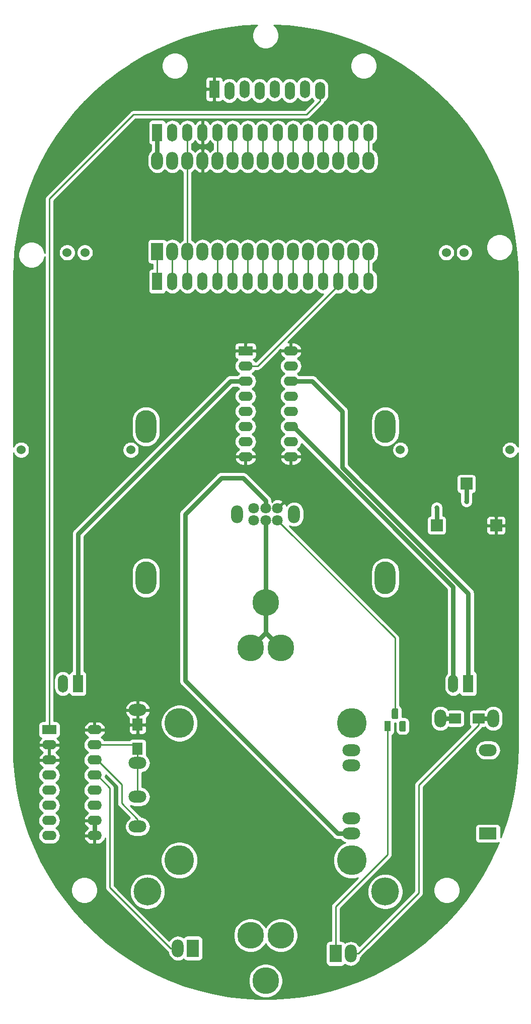
<source format=gtl>
G04 #@! TF.GenerationSoftware,KiCad,Pcbnew,5.1.4-e60b266~84~ubuntu19.04.1*
G04 #@! TF.CreationDate,2019-08-09T15:37:27-04:00*
G04 #@! TF.ProjectId,Rover V6,526f7665-7220-4563-962e-6b696361645f,rev?*
G04 #@! TF.SameCoordinates,Original*
G04 #@! TF.FileFunction,Copper,L1,Top*
G04 #@! TF.FilePolarity,Positive*
%FSLAX46Y46*%
G04 Gerber Fmt 4.6, Leading zero omitted, Abs format (unit mm)*
G04 Created by KiCad (PCBNEW 5.1.4-e60b266~84~ubuntu19.04.1) date 2019-08-09 15:37:27*
%MOMM*%
%LPD*%
G04 APERTURE LIST*
%ADD10C,4.500000*%
%ADD11O,3.000000X2.000000*%
%ADD12O,2.000000X3.000000*%
%ADD13R,2.000000X3.000000*%
%ADD14C,4.700000*%
%ADD15C,5.000000*%
%ADD16O,1.700000X3.000000*%
%ADD17R,1.700000X3.000000*%
%ADD18C,1.524000*%
%ADD19O,3.500000X5.500000*%
%ADD20R,1.700000X2.000000*%
%ADD21R,2.000000X1.700000*%
%ADD22R,2.000000X2.000000*%
%ADD23O,2.400000X1.600000*%
%ADD24R,2.400000X1.600000*%
%ADD25R,3.000000X2.000000*%
%ADD26C,0.100000*%
%ADD27C,1.100000*%
%ADD28R,1.100000X1.800000*%
%ADD29O,1.700000X2.999999*%
%ADD30R,1.700000X2.999999*%
%ADD31C,1.800000*%
%ADD32C,0.800000*%
%ADD33C,0.800000*%
%ADD34C,0.250000*%
%ADD35C,0.254000*%
G04 APERTURE END LIST*
D10*
X118682000Y-173850000D03*
X123762000Y-173850000D03*
X121222000Y-181470000D03*
X123762000Y-125590000D03*
X118682000Y-125590000D03*
X121222000Y-117970000D03*
D11*
X99695000Y-155575000D03*
X99695000Y-150575000D03*
D12*
X135540000Y-176911000D03*
D13*
X133000000Y-176911000D03*
X109000000Y-176000000D03*
D12*
X106460000Y-176000000D03*
D14*
X101346000Y-166484000D03*
X141346000Y-166484000D03*
D15*
X106722000Y-138220000D03*
X135722000Y-138220000D03*
X106722000Y-161220000D03*
X135722000Y-161220000D03*
D16*
X138560000Y-64000000D03*
X136020000Y-64000000D03*
X133480000Y-64000000D03*
X130940000Y-64000000D03*
X128400000Y-64000000D03*
X125860000Y-64000000D03*
X123320000Y-64000000D03*
X120780000Y-64000000D03*
X118240000Y-64000000D03*
X115700000Y-64000000D03*
X113160000Y-64000000D03*
X110620000Y-64000000D03*
X108080000Y-64000000D03*
X105540000Y-64000000D03*
D17*
X103000000Y-64000000D03*
X103000000Y-39000000D03*
D16*
X105540000Y-39000000D03*
X108080000Y-39000000D03*
X110620000Y-39000000D03*
X113160000Y-39000000D03*
X115700000Y-39000000D03*
X118240000Y-39000000D03*
X120780000Y-39000000D03*
X123320000Y-39000000D03*
X125860000Y-39000000D03*
X128400000Y-39000000D03*
X130940000Y-39000000D03*
X133480000Y-39000000D03*
X136020000Y-39000000D03*
X138560000Y-39000000D03*
D18*
X98552000Y-92302000D03*
X80102000Y-92302000D03*
X87827000Y-59182000D03*
X90827000Y-59182000D03*
D16*
X87122000Y-131572000D03*
D17*
X89662000Y-131572000D03*
D19*
X101092000Y-113792000D03*
X101092000Y-88392000D03*
D18*
X143891000Y-92302000D03*
X162341000Y-92302000D03*
X154616000Y-59182000D03*
X151616000Y-59182000D03*
D16*
X152781000Y-131572000D03*
D17*
X155321000Y-131572000D03*
D19*
X141351000Y-113792000D03*
X141351000Y-88392000D03*
D11*
X99695000Y-144907000D03*
X99695000Y-136017000D03*
D20*
X99695000Y-142462000D03*
X99695000Y-138462000D03*
D21*
X153067000Y-137414000D03*
X157067000Y-137414000D03*
D12*
X150622000Y-137414000D03*
X159512000Y-137414000D03*
D22*
X155000000Y-98000000D03*
X160000000Y-105000000D03*
X150000000Y-105000000D03*
D23*
X125476000Y-75692000D03*
X117856000Y-93472000D03*
X125476000Y-78232000D03*
X117856000Y-90932000D03*
X125476000Y-80772000D03*
X117856000Y-88392000D03*
X125476000Y-83312000D03*
X117856000Y-85852000D03*
X125476000Y-85852000D03*
X117856000Y-83312000D03*
X125476000Y-88392000D03*
X117856000Y-80772000D03*
X125476000Y-90932000D03*
X117856000Y-78232000D03*
X125476000Y-93472000D03*
D24*
X117856000Y-75692000D03*
D25*
X158623000Y-156718000D03*
D11*
X158623000Y-142718000D03*
X135623000Y-156718000D03*
X135623000Y-154178000D03*
X135623000Y-145258000D03*
X135623000Y-142718000D03*
D26*
G36*
X143303955Y-135734324D02*
G01*
X143330650Y-135738284D01*
X143356828Y-135744841D01*
X143382238Y-135753933D01*
X143406634Y-135765472D01*
X143429782Y-135779346D01*
X143451458Y-135795422D01*
X143471454Y-135813546D01*
X143489578Y-135833542D01*
X143505654Y-135855218D01*
X143519528Y-135878366D01*
X143531067Y-135902762D01*
X143540159Y-135928172D01*
X143546716Y-135954350D01*
X143550676Y-135981045D01*
X143552000Y-136008000D01*
X143552000Y-137258000D01*
X143550676Y-137284955D01*
X143546716Y-137311650D01*
X143540159Y-137337828D01*
X143531067Y-137363238D01*
X143519528Y-137387634D01*
X143505654Y-137410782D01*
X143489578Y-137432458D01*
X143471454Y-137452454D01*
X143451458Y-137470578D01*
X143429782Y-137486654D01*
X143406634Y-137500528D01*
X143382238Y-137512067D01*
X143356828Y-137521159D01*
X143330650Y-137527716D01*
X143303955Y-137531676D01*
X143277000Y-137533000D01*
X142727000Y-137533000D01*
X142700045Y-137531676D01*
X142673350Y-137527716D01*
X142647172Y-137521159D01*
X142621762Y-137512067D01*
X142597366Y-137500528D01*
X142574218Y-137486654D01*
X142552542Y-137470578D01*
X142532546Y-137452454D01*
X142514422Y-137432458D01*
X142498346Y-137410782D01*
X142484472Y-137387634D01*
X142472933Y-137363238D01*
X142463841Y-137337828D01*
X142457284Y-137311650D01*
X142453324Y-137284955D01*
X142452000Y-137258000D01*
X142452000Y-136008000D01*
X142453324Y-135981045D01*
X142457284Y-135954350D01*
X142463841Y-135928172D01*
X142472933Y-135902762D01*
X142484472Y-135878366D01*
X142498346Y-135855218D01*
X142514422Y-135833542D01*
X142532546Y-135813546D01*
X142552542Y-135795422D01*
X142574218Y-135779346D01*
X142597366Y-135765472D01*
X142621762Y-135753933D01*
X142647172Y-135744841D01*
X142673350Y-135738284D01*
X142700045Y-135734324D01*
X142727000Y-135733000D01*
X143277000Y-135733000D01*
X143303955Y-135734324D01*
X143303955Y-135734324D01*
G37*
D27*
X143002000Y-136633000D03*
D26*
G36*
X144573955Y-137804324D02*
G01*
X144600650Y-137808284D01*
X144626828Y-137814841D01*
X144652238Y-137823933D01*
X144676634Y-137835472D01*
X144699782Y-137849346D01*
X144721458Y-137865422D01*
X144741454Y-137883546D01*
X144759578Y-137903542D01*
X144775654Y-137925218D01*
X144789528Y-137948366D01*
X144801067Y-137972762D01*
X144810159Y-137998172D01*
X144816716Y-138024350D01*
X144820676Y-138051045D01*
X144822000Y-138078000D01*
X144822000Y-139328000D01*
X144820676Y-139354955D01*
X144816716Y-139381650D01*
X144810159Y-139407828D01*
X144801067Y-139433238D01*
X144789528Y-139457634D01*
X144775654Y-139480782D01*
X144759578Y-139502458D01*
X144741454Y-139522454D01*
X144721458Y-139540578D01*
X144699782Y-139556654D01*
X144676634Y-139570528D01*
X144652238Y-139582067D01*
X144626828Y-139591159D01*
X144600650Y-139597716D01*
X144573955Y-139601676D01*
X144547000Y-139603000D01*
X143997000Y-139603000D01*
X143970045Y-139601676D01*
X143943350Y-139597716D01*
X143917172Y-139591159D01*
X143891762Y-139582067D01*
X143867366Y-139570528D01*
X143844218Y-139556654D01*
X143822542Y-139540578D01*
X143802546Y-139522454D01*
X143784422Y-139502458D01*
X143768346Y-139480782D01*
X143754472Y-139457634D01*
X143742933Y-139433238D01*
X143733841Y-139407828D01*
X143727284Y-139381650D01*
X143723324Y-139354955D01*
X143722000Y-139328000D01*
X143722000Y-138078000D01*
X143723324Y-138051045D01*
X143727284Y-138024350D01*
X143733841Y-137998172D01*
X143742933Y-137972762D01*
X143754472Y-137948366D01*
X143768346Y-137925218D01*
X143784422Y-137903542D01*
X143802546Y-137883546D01*
X143822542Y-137865422D01*
X143844218Y-137849346D01*
X143867366Y-137835472D01*
X143891762Y-137823933D01*
X143917172Y-137814841D01*
X143943350Y-137808284D01*
X143970045Y-137804324D01*
X143997000Y-137803000D01*
X144547000Y-137803000D01*
X144573955Y-137804324D01*
X144573955Y-137804324D01*
G37*
D27*
X144272000Y-138703000D03*
D28*
X141732000Y-138703000D03*
D24*
X84836000Y-139319000D03*
D23*
X92456000Y-157099000D03*
X84836000Y-141859000D03*
X92456000Y-154559000D03*
X84836000Y-144399000D03*
X92456000Y-152019000D03*
X84836000Y-146939000D03*
X92456000Y-149479000D03*
X84836000Y-149479000D03*
X92456000Y-146939000D03*
X84836000Y-152019000D03*
X92456000Y-144399000D03*
X84836000Y-154559000D03*
X92456000Y-141859000D03*
X84836000Y-157099000D03*
X92456000Y-139319000D03*
D29*
X130366000Y-31991300D03*
X127826000Y-31737300D03*
X125286000Y-31991300D03*
X122746000Y-31737300D03*
X120206000Y-31991300D03*
X117666000Y-31737300D03*
X115126000Y-31991300D03*
D30*
X112586000Y-31737300D03*
D31*
X119221500Y-102124000D03*
X121221500Y-102124000D03*
X123221500Y-102124000D03*
X119221500Y-104124000D03*
X121221500Y-104124000D03*
X123221500Y-104124000D03*
D12*
X116421500Y-103124000D03*
X126021500Y-103124000D03*
X138560000Y-43760000D03*
X138560000Y-59000000D03*
X103000000Y-43760000D03*
X136020000Y-59000000D03*
X105540000Y-43760000D03*
X133480000Y-59000000D03*
X108080000Y-43760000D03*
X130940000Y-59000000D03*
X110620000Y-43760000D03*
X128400000Y-59000000D03*
X113160000Y-43760000D03*
X125860000Y-59000000D03*
X115700000Y-43760000D03*
X123320000Y-59000000D03*
X118240000Y-43760000D03*
X120780000Y-59000000D03*
X120780000Y-43760000D03*
X118240000Y-59000000D03*
X123320000Y-43760000D03*
X115700000Y-59000000D03*
X125860000Y-43760000D03*
X113160000Y-59000000D03*
X128400000Y-43760000D03*
X110620000Y-59000000D03*
X130940000Y-43760000D03*
X108080000Y-59000000D03*
X133480000Y-43760000D03*
X105540000Y-59000000D03*
X136020000Y-43760000D03*
D13*
X103000000Y-59000000D03*
D32*
X150000000Y-102000000D03*
X155000000Y-101000000D03*
D33*
X150000000Y-105000000D02*
X150000000Y-102000000D01*
X121222000Y-123050000D02*
X123762000Y-125590000D01*
X121222000Y-117970000D02*
X121222000Y-123050000D01*
X121222000Y-123050000D02*
X118682000Y-125590000D01*
X153067000Y-137414000D02*
X150622000Y-137414000D01*
X155000000Y-101000000D02*
X155000000Y-98000000D01*
X121222000Y-104124500D02*
X121221500Y-104124000D01*
X121222000Y-117970000D02*
X121222000Y-104124500D01*
D34*
X92856000Y-144399000D02*
X97000000Y-148543000D01*
X92456000Y-144399000D02*
X92856000Y-144399000D01*
X99695000Y-154325000D02*
X99695000Y-155575000D01*
X97000000Y-151630000D02*
X99695000Y-154325000D01*
X97000000Y-148543000D02*
X97000000Y-151630000D01*
X99695000Y-144907000D02*
X99695000Y-142462000D01*
X99695000Y-150575000D02*
X99695000Y-144907000D01*
X99092000Y-141859000D02*
X99695000Y-142462000D01*
X92456000Y-141859000D02*
X99092000Y-141859000D01*
D33*
X157067000Y-137414000D02*
X159512000Y-137414000D01*
D34*
X136790000Y-176911000D02*
X147000000Y-166701000D01*
X135540000Y-176911000D02*
X136790000Y-176911000D01*
X157067000Y-138514000D02*
X157067000Y-137414000D01*
X147000000Y-148581000D02*
X157067000Y-138514000D01*
X147000000Y-166701000D02*
X147000000Y-148581000D01*
X105210000Y-176000000D02*
X106460000Y-176000000D01*
X95000000Y-165790000D02*
X105210000Y-176000000D01*
X95000000Y-149083000D02*
X95000000Y-165790000D01*
X92856000Y-146939000D02*
X95000000Y-149083000D01*
X92456000Y-146939000D02*
X92856000Y-146939000D01*
X136020000Y-39000000D02*
X136020000Y-43760000D01*
D33*
X89662000Y-131572000D02*
X89662000Y-106426000D01*
X115316000Y-80772000D02*
X117856000Y-80772000D01*
X89662000Y-106426000D02*
X115316000Y-80772000D01*
X152781000Y-115297000D02*
X125876000Y-88392000D01*
X125876000Y-88392000D02*
X125476000Y-88392000D01*
X152781000Y-131572000D02*
X152781000Y-115297000D01*
X155321000Y-116422774D02*
X134112000Y-95213774D01*
X155321000Y-131572000D02*
X155321000Y-116422774D01*
X134112000Y-95213774D02*
X134112000Y-85852000D01*
X129032000Y-80772000D02*
X125476000Y-80772000D01*
X134112000Y-85852000D02*
X129032000Y-80772000D01*
D34*
X130366000Y-33741299D02*
X128107299Y-36000000D01*
X130366000Y-31991300D02*
X130366000Y-33741299D01*
X128107299Y-36000000D02*
X99000000Y-36000000D01*
X84836000Y-50164000D02*
X84836000Y-139319000D01*
X99000000Y-36000000D02*
X84836000Y-50164000D01*
D33*
X133323000Y-156718000D02*
X107696000Y-131091000D01*
X135623000Y-156718000D02*
X133323000Y-156718000D01*
X107696000Y-131091000D02*
X107696000Y-103124000D01*
X107696000Y-103124000D02*
X113792000Y-97028000D01*
X121221500Y-100851208D02*
X121221500Y-102124000D01*
X117398292Y-97028000D02*
X121221500Y-100851208D01*
X113792000Y-97028000D02*
X117398292Y-97028000D01*
D34*
X143002000Y-123904500D02*
X123221500Y-104124000D01*
X143002000Y-137033000D02*
X143002000Y-123904500D01*
X103000000Y-64000000D02*
X103000000Y-59000000D01*
X105540000Y-62250000D02*
X105540000Y-59000000D01*
X105540000Y-64000000D02*
X105540000Y-62250000D01*
X133480000Y-40750000D02*
X133480000Y-43760000D01*
X133480000Y-39000000D02*
X133480000Y-40750000D01*
X108080000Y-64000000D02*
X108080000Y-59000000D01*
X108080000Y-42010000D02*
X108080000Y-39000000D01*
X108080000Y-43760000D02*
X108080000Y-42010000D01*
X108080000Y-43760000D02*
X108080000Y-59000000D01*
X130940000Y-39000000D02*
X130940000Y-43760000D01*
X128400000Y-40750000D02*
X128400000Y-43760000D01*
X128400000Y-39000000D02*
X128400000Y-40750000D01*
X113160000Y-64000000D02*
X113160000Y-59000000D01*
X125860000Y-39000000D02*
X125860000Y-43760000D01*
X115700000Y-62250000D02*
X115700000Y-59000000D01*
X115700000Y-64000000D02*
X115700000Y-62250000D01*
X123320000Y-40750000D02*
X123320000Y-43760000D01*
X123320000Y-39000000D02*
X123320000Y-40750000D01*
X118240000Y-64000000D02*
X118240000Y-59000000D01*
X120780000Y-39000000D02*
X120780000Y-43760000D01*
X120780000Y-62250000D02*
X120780000Y-59000000D01*
X120780000Y-64000000D02*
X120780000Y-62250000D01*
X118240000Y-40750000D02*
X118240000Y-43760000D01*
X118240000Y-39000000D02*
X118240000Y-40750000D01*
X123320000Y-62250000D02*
X123320000Y-59000000D01*
X123320000Y-64000000D02*
X123320000Y-62250000D01*
X115700000Y-40750000D02*
X115700000Y-43760000D01*
X115700000Y-39000000D02*
X115700000Y-40750000D01*
X125860000Y-64000000D02*
X125860000Y-59000000D01*
X113160000Y-39000000D02*
X113160000Y-43760000D01*
X128400000Y-62250000D02*
X128400000Y-59000000D01*
X128400000Y-64000000D02*
X128400000Y-62250000D01*
D33*
X92456000Y-157099000D02*
X92456000Y-154559000D01*
D34*
X130940000Y-62250000D02*
X130940000Y-59000000D01*
X130940000Y-64000000D02*
X130940000Y-62250000D01*
X133480000Y-62250000D02*
X133480000Y-59000000D01*
X133480000Y-64000000D02*
X133480000Y-62250000D01*
X133480000Y-64650000D02*
X133480000Y-64000000D01*
X119898000Y-78232000D02*
X133480000Y-64650000D01*
X117856000Y-78232000D02*
X119898000Y-78232000D01*
X136020000Y-64000000D02*
X136020000Y-59000000D01*
D33*
X103000000Y-43760000D02*
X103000000Y-39000000D01*
D34*
X138560000Y-62250000D02*
X138560000Y-59000000D01*
X138560000Y-64000000D02*
X138560000Y-62250000D01*
X138560000Y-40750000D02*
X138560000Y-43760000D01*
X138560000Y-39000000D02*
X138560000Y-40750000D01*
X133000000Y-176911000D02*
X133000000Y-169000000D01*
X141732000Y-160268000D02*
X141732000Y-138303000D01*
X133000000Y-169000000D02*
X141732000Y-160268000D01*
D35*
G36*
X125066090Y-21115216D02*
G01*
X127564739Y-21417585D01*
X130041057Y-21867609D01*
X132486290Y-22463692D01*
X134891905Y-23203756D01*
X137249381Y-24085180D01*
X139550428Y-25104864D01*
X141786956Y-26259222D01*
X143951095Y-27544193D01*
X146035205Y-28955242D01*
X148031965Y-30487409D01*
X149934347Y-32135304D01*
X151735646Y-33893117D01*
X153429539Y-35754681D01*
X155010034Y-37713410D01*
X156471580Y-39762422D01*
X157809044Y-41894522D01*
X159017697Y-44102171D01*
X160093299Y-46377624D01*
X161032057Y-48712857D01*
X161830675Y-51099675D01*
X162486327Y-53529630D01*
X162996714Y-55994192D01*
X163360042Y-58484719D01*
X163575079Y-60993019D01*
X163641500Y-63370923D01*
X163641500Y-91791148D01*
X163579005Y-91640273D01*
X163426120Y-91411465D01*
X163231535Y-91216880D01*
X163002727Y-91063995D01*
X162748490Y-90958686D01*
X162478592Y-90905000D01*
X162203408Y-90905000D01*
X161933510Y-90958686D01*
X161679273Y-91063995D01*
X161450465Y-91216880D01*
X161255880Y-91411465D01*
X161102995Y-91640273D01*
X160997686Y-91894510D01*
X160944000Y-92164408D01*
X160944000Y-92439592D01*
X160997686Y-92709490D01*
X161102995Y-92963727D01*
X161255880Y-93192535D01*
X161450465Y-93387120D01*
X161679273Y-93540005D01*
X161933510Y-93645314D01*
X162203408Y-93699000D01*
X162478592Y-93699000D01*
X162748490Y-93645314D01*
X163002727Y-93540005D01*
X163231535Y-93387120D01*
X163426120Y-93192535D01*
X163579005Y-92963727D01*
X163641500Y-92812852D01*
X163641501Y-142089007D01*
X163566500Y-144616051D01*
X163342765Y-147122955D01*
X162970749Y-149612172D01*
X162451761Y-152074948D01*
X161787626Y-154502614D01*
X160980687Y-156886612D01*
X160761072Y-157427458D01*
X160761072Y-155718000D01*
X160748812Y-155593518D01*
X160712502Y-155473820D01*
X160653537Y-155363506D01*
X160574185Y-155266815D01*
X160477494Y-155187463D01*
X160367180Y-155128498D01*
X160247482Y-155092188D01*
X160123000Y-155079928D01*
X157123000Y-155079928D01*
X156998518Y-155092188D01*
X156878820Y-155128498D01*
X156768506Y-155187463D01*
X156671815Y-155266815D01*
X156592463Y-155363506D01*
X156533498Y-155473820D01*
X156497188Y-155593518D01*
X156484928Y-155718000D01*
X156484928Y-157718000D01*
X156497188Y-157842482D01*
X156533498Y-157962180D01*
X156592463Y-158072494D01*
X156671815Y-158169185D01*
X156768506Y-158248537D01*
X156878820Y-158307502D01*
X156998518Y-158343812D01*
X157123000Y-158356072D01*
X160123000Y-158356072D01*
X160247482Y-158343812D01*
X160367180Y-158307502D01*
X160413854Y-158282554D01*
X160033782Y-159218558D01*
X158950246Y-161490238D01*
X157733889Y-163693667D01*
X156388995Y-165821078D01*
X154920310Y-167864970D01*
X153332989Y-169818170D01*
X151632605Y-171673813D01*
X149825180Y-173425330D01*
X147917059Y-175066573D01*
X145914967Y-176591759D01*
X143825937Y-177995529D01*
X141657330Y-179272936D01*
X139416786Y-180419480D01*
X137112188Y-181431128D01*
X134751634Y-182304323D01*
X132343477Y-183035977D01*
X129896149Y-183623529D01*
X127418305Y-184064899D01*
X124918616Y-184358546D01*
X122405925Y-184503427D01*
X119889056Y-184499033D01*
X117376908Y-184345384D01*
X114878261Y-184043015D01*
X112401939Y-183592990D01*
X109956705Y-182996907D01*
X107551089Y-182256842D01*
X105193619Y-181375420D01*
X104765835Y-181185852D01*
X118337000Y-181185852D01*
X118337000Y-181754148D01*
X118447869Y-182311523D01*
X118665346Y-182836560D01*
X118981074Y-183309080D01*
X119382920Y-183710926D01*
X119855440Y-184026654D01*
X120380477Y-184244131D01*
X120937852Y-184355000D01*
X121506148Y-184355000D01*
X122063523Y-184244131D01*
X122588560Y-184026654D01*
X123061080Y-183710926D01*
X123462926Y-183309080D01*
X123778654Y-182836560D01*
X123996131Y-182311523D01*
X124107000Y-181754148D01*
X124107000Y-181185852D01*
X123996131Y-180628477D01*
X123778654Y-180103440D01*
X123462926Y-179630920D01*
X123061080Y-179229074D01*
X122588560Y-178913346D01*
X122063523Y-178695869D01*
X121506148Y-178585000D01*
X120937852Y-178585000D01*
X120380477Y-178695869D01*
X119855440Y-178913346D01*
X119382920Y-179229074D01*
X118981074Y-179630920D01*
X118665346Y-180103440D01*
X118447869Y-180628477D01*
X118337000Y-181185852D01*
X104765835Y-181185852D01*
X102892566Y-180355733D01*
X100656036Y-179201374D01*
X98491897Y-177916402D01*
X96407795Y-176505358D01*
X94411025Y-174973182D01*
X92508644Y-173325288D01*
X90707346Y-171567474D01*
X89013461Y-169705919D01*
X87432972Y-167747197D01*
X86193750Y-166009872D01*
X88506500Y-166009872D01*
X88506500Y-166450128D01*
X88592390Y-166881925D01*
X88760869Y-167288669D01*
X89005462Y-167654729D01*
X89316771Y-167966038D01*
X89682831Y-168210631D01*
X90089575Y-168379110D01*
X90521372Y-168465000D01*
X90961628Y-168465000D01*
X91393425Y-168379110D01*
X91800169Y-168210631D01*
X92166229Y-167966038D01*
X92477538Y-167654729D01*
X92722131Y-167288669D01*
X92890610Y-166881925D01*
X92976500Y-166450128D01*
X92976500Y-166009872D01*
X92890610Y-165578075D01*
X92722131Y-165171331D01*
X92477538Y-164805271D01*
X92166229Y-164493962D01*
X91800169Y-164249369D01*
X91393425Y-164080890D01*
X90961628Y-163995000D01*
X90521372Y-163995000D01*
X90089575Y-164080890D01*
X89682831Y-164249369D01*
X89316771Y-164493962D01*
X89005462Y-164805271D01*
X88760869Y-165171331D01*
X88592390Y-165578075D01*
X88506500Y-166009872D01*
X86193750Y-166009872D01*
X85971420Y-165698178D01*
X84633956Y-163566078D01*
X83425303Y-161358429D01*
X82349702Y-159082976D01*
X81410936Y-156747723D01*
X80612325Y-154360925D01*
X79956672Y-151930967D01*
X79446286Y-149466405D01*
X79082958Y-146975881D01*
X79079797Y-146939000D01*
X82994057Y-146939000D01*
X83021764Y-147220309D01*
X83103818Y-147490808D01*
X83237068Y-147740101D01*
X83416392Y-147958608D01*
X83634899Y-148137932D01*
X83767858Y-148209000D01*
X83634899Y-148280068D01*
X83416392Y-148459392D01*
X83237068Y-148677899D01*
X83103818Y-148927192D01*
X83021764Y-149197691D01*
X82994057Y-149479000D01*
X83021764Y-149760309D01*
X83103818Y-150030808D01*
X83237068Y-150280101D01*
X83416392Y-150498608D01*
X83634899Y-150677932D01*
X83767858Y-150749000D01*
X83634899Y-150820068D01*
X83416392Y-150999392D01*
X83237068Y-151217899D01*
X83103818Y-151467192D01*
X83021764Y-151737691D01*
X82994057Y-152019000D01*
X83021764Y-152300309D01*
X83103818Y-152570808D01*
X83237068Y-152820101D01*
X83416392Y-153038608D01*
X83634899Y-153217932D01*
X83767858Y-153289000D01*
X83634899Y-153360068D01*
X83416392Y-153539392D01*
X83237068Y-153757899D01*
X83103818Y-154007192D01*
X83021764Y-154277691D01*
X82994057Y-154559000D01*
X83021764Y-154840309D01*
X83103818Y-155110808D01*
X83237068Y-155360101D01*
X83416392Y-155578608D01*
X83634899Y-155757932D01*
X83767858Y-155829000D01*
X83634899Y-155900068D01*
X83416392Y-156079392D01*
X83237068Y-156297899D01*
X83103818Y-156547192D01*
X83021764Y-156817691D01*
X82994057Y-157099000D01*
X83021764Y-157380309D01*
X83103818Y-157650808D01*
X83237068Y-157900101D01*
X83416392Y-158118608D01*
X83634899Y-158297932D01*
X83884192Y-158431182D01*
X84154691Y-158513236D01*
X84365508Y-158534000D01*
X85306492Y-158534000D01*
X85517309Y-158513236D01*
X85787808Y-158431182D01*
X86037101Y-158297932D01*
X86255608Y-158118608D01*
X86434932Y-157900101D01*
X86568182Y-157650808D01*
X86629690Y-157448039D01*
X90664096Y-157448039D01*
X90681633Y-157530818D01*
X90792285Y-157790646D01*
X90951500Y-158023895D01*
X91153161Y-158221601D01*
X91389517Y-158376166D01*
X91651486Y-158481650D01*
X91929000Y-158534000D01*
X92329000Y-158534000D01*
X92329000Y-157226000D01*
X90786085Y-157226000D01*
X90664096Y-157448039D01*
X86629690Y-157448039D01*
X86650236Y-157380309D01*
X86677943Y-157099000D01*
X86650236Y-156817691D01*
X86568182Y-156547192D01*
X86434932Y-156297899D01*
X86255608Y-156079392D01*
X86037101Y-155900068D01*
X85904142Y-155829000D01*
X86037101Y-155757932D01*
X86255608Y-155578608D01*
X86434932Y-155360101D01*
X86568182Y-155110808D01*
X86629690Y-154908039D01*
X90664096Y-154908039D01*
X90681633Y-154990818D01*
X90792285Y-155250646D01*
X90951500Y-155483895D01*
X91153161Y-155681601D01*
X91378559Y-155829000D01*
X91153161Y-155976399D01*
X90951500Y-156174105D01*
X90792285Y-156407354D01*
X90681633Y-156667182D01*
X90664096Y-156749961D01*
X90786085Y-156972000D01*
X92329000Y-156972000D01*
X92329000Y-154686000D01*
X90786085Y-154686000D01*
X90664096Y-154908039D01*
X86629690Y-154908039D01*
X86650236Y-154840309D01*
X86677943Y-154559000D01*
X86650236Y-154277691D01*
X86568182Y-154007192D01*
X86434932Y-153757899D01*
X86255608Y-153539392D01*
X86037101Y-153360068D01*
X85904142Y-153289000D01*
X86037101Y-153217932D01*
X86255608Y-153038608D01*
X86434932Y-152820101D01*
X86568182Y-152570808D01*
X86650236Y-152300309D01*
X86677943Y-152019000D01*
X86650236Y-151737691D01*
X86568182Y-151467192D01*
X86434932Y-151217899D01*
X86255608Y-150999392D01*
X86037101Y-150820068D01*
X85904142Y-150749000D01*
X86037101Y-150677932D01*
X86255608Y-150498608D01*
X86434932Y-150280101D01*
X86568182Y-150030808D01*
X86650236Y-149760309D01*
X86677943Y-149479000D01*
X86650236Y-149197691D01*
X86568182Y-148927192D01*
X86434932Y-148677899D01*
X86255608Y-148459392D01*
X86037101Y-148280068D01*
X85904142Y-148209000D01*
X86037101Y-148137932D01*
X86255608Y-147958608D01*
X86434932Y-147740101D01*
X86568182Y-147490808D01*
X86650236Y-147220309D01*
X86677943Y-146939000D01*
X86650236Y-146657691D01*
X86568182Y-146387192D01*
X86434932Y-146137899D01*
X86255608Y-145919392D01*
X86037101Y-145740068D01*
X85909259Y-145671735D01*
X86138839Y-145521601D01*
X86340500Y-145323895D01*
X86499715Y-145090646D01*
X86610367Y-144830818D01*
X86627904Y-144748039D01*
X86505915Y-144526000D01*
X84963000Y-144526000D01*
X84963000Y-144546000D01*
X84709000Y-144546000D01*
X84709000Y-144526000D01*
X83166085Y-144526000D01*
X83044096Y-144748039D01*
X83061633Y-144830818D01*
X83172285Y-145090646D01*
X83331500Y-145323895D01*
X83533161Y-145521601D01*
X83762741Y-145671735D01*
X83634899Y-145740068D01*
X83416392Y-145919392D01*
X83237068Y-146137899D01*
X83103818Y-146387192D01*
X83021764Y-146657691D01*
X82994057Y-146939000D01*
X79079797Y-146939000D01*
X78867921Y-144467581D01*
X78804807Y-142208039D01*
X83044096Y-142208039D01*
X83061633Y-142290818D01*
X83172285Y-142550646D01*
X83331500Y-142783895D01*
X83533161Y-142981601D01*
X83758559Y-143129000D01*
X83533161Y-143276399D01*
X83331500Y-143474105D01*
X83172285Y-143707354D01*
X83061633Y-143967182D01*
X83044096Y-144049961D01*
X83166085Y-144272000D01*
X84709000Y-144272000D01*
X84709000Y-141986000D01*
X84963000Y-141986000D01*
X84963000Y-144272000D01*
X86505915Y-144272000D01*
X86627904Y-144049961D01*
X86610367Y-143967182D01*
X86499715Y-143707354D01*
X86340500Y-143474105D01*
X86138839Y-143276399D01*
X85913441Y-143129000D01*
X86138839Y-142981601D01*
X86340500Y-142783895D01*
X86499715Y-142550646D01*
X86610367Y-142290818D01*
X86627904Y-142208039D01*
X86505915Y-141986000D01*
X84963000Y-141986000D01*
X84709000Y-141986000D01*
X83166085Y-141986000D01*
X83044096Y-142208039D01*
X78804807Y-142208039D01*
X78801500Y-142089676D01*
X78801500Y-141859000D01*
X90614057Y-141859000D01*
X90641764Y-142140309D01*
X90723818Y-142410808D01*
X90857068Y-142660101D01*
X91036392Y-142878608D01*
X91254899Y-143057932D01*
X91387858Y-143129000D01*
X91254899Y-143200068D01*
X91036392Y-143379392D01*
X90857068Y-143597899D01*
X90723818Y-143847192D01*
X90641764Y-144117691D01*
X90614057Y-144399000D01*
X90641764Y-144680309D01*
X90723818Y-144950808D01*
X90857068Y-145200101D01*
X91036392Y-145418608D01*
X91254899Y-145597932D01*
X91387858Y-145669000D01*
X91254899Y-145740068D01*
X91036392Y-145919392D01*
X90857068Y-146137899D01*
X90723818Y-146387192D01*
X90641764Y-146657691D01*
X90614057Y-146939000D01*
X90641764Y-147220309D01*
X90723818Y-147490808D01*
X90857068Y-147740101D01*
X91036392Y-147958608D01*
X91254899Y-148137932D01*
X91387858Y-148209000D01*
X91254899Y-148280068D01*
X91036392Y-148459392D01*
X90857068Y-148677899D01*
X90723818Y-148927192D01*
X90641764Y-149197691D01*
X90614057Y-149479000D01*
X90641764Y-149760309D01*
X90723818Y-150030808D01*
X90857068Y-150280101D01*
X91036392Y-150498608D01*
X91254899Y-150677932D01*
X91387858Y-150749000D01*
X91254899Y-150820068D01*
X91036392Y-150999392D01*
X90857068Y-151217899D01*
X90723818Y-151467192D01*
X90641764Y-151737691D01*
X90614057Y-152019000D01*
X90641764Y-152300309D01*
X90723818Y-152570808D01*
X90857068Y-152820101D01*
X91036392Y-153038608D01*
X91254899Y-153217932D01*
X91382741Y-153286265D01*
X91153161Y-153436399D01*
X90951500Y-153634105D01*
X90792285Y-153867354D01*
X90681633Y-154127182D01*
X90664096Y-154209961D01*
X90786085Y-154432000D01*
X92329000Y-154432000D01*
X92329000Y-154412000D01*
X92583000Y-154412000D01*
X92583000Y-154432000D01*
X92603000Y-154432000D01*
X92603000Y-154686000D01*
X92583000Y-154686000D01*
X92583000Y-156972000D01*
X92603000Y-156972000D01*
X92603000Y-157226000D01*
X92583000Y-157226000D01*
X92583000Y-158534000D01*
X92983000Y-158534000D01*
X93260514Y-158481650D01*
X93522483Y-158376166D01*
X93758839Y-158221601D01*
X93960500Y-158023895D01*
X94119715Y-157790646D01*
X94230367Y-157530818D01*
X94240001Y-157485345D01*
X94240001Y-165752667D01*
X94236324Y-165790000D01*
X94240001Y-165827333D01*
X94245086Y-165878956D01*
X94250998Y-165938985D01*
X94294454Y-166082246D01*
X94365026Y-166214276D01*
X94417209Y-166277860D01*
X94460000Y-166330001D01*
X94488998Y-166353799D01*
X104646205Y-176511008D01*
X104669999Y-176540001D01*
X104698992Y-176563795D01*
X104698996Y-176563799D01*
X104765959Y-176618753D01*
X104785724Y-176634974D01*
X104832865Y-176660172D01*
X104848657Y-176820515D01*
X104942148Y-177128714D01*
X105093969Y-177412751D01*
X105298286Y-177661714D01*
X105547248Y-177866031D01*
X105831285Y-178017852D01*
X106139484Y-178111343D01*
X106460000Y-178142911D01*
X106780515Y-178111343D01*
X107088714Y-178017852D01*
X107372751Y-177866031D01*
X107444261Y-177807345D01*
X107469463Y-177854494D01*
X107548815Y-177951185D01*
X107645506Y-178030537D01*
X107755820Y-178089502D01*
X107875518Y-178125812D01*
X108000000Y-178138072D01*
X110000000Y-178138072D01*
X110124482Y-178125812D01*
X110244180Y-178089502D01*
X110354494Y-178030537D01*
X110451185Y-177951185D01*
X110530537Y-177854494D01*
X110589502Y-177744180D01*
X110625812Y-177624482D01*
X110638072Y-177500000D01*
X110638072Y-174500000D01*
X110625812Y-174375518D01*
X110589502Y-174255820D01*
X110530537Y-174145506D01*
X110451185Y-174048815D01*
X110354494Y-173969463D01*
X110244180Y-173910498D01*
X110124482Y-173874188D01*
X110000000Y-173861928D01*
X108000000Y-173861928D01*
X107875518Y-173874188D01*
X107755820Y-173910498D01*
X107645506Y-173969463D01*
X107548815Y-174048815D01*
X107469463Y-174145506D01*
X107444261Y-174192655D01*
X107372752Y-174133969D01*
X107088715Y-173982148D01*
X106780516Y-173888657D01*
X106460000Y-173857089D01*
X106139485Y-173888657D01*
X105831286Y-173982148D01*
X105547249Y-174133969D01*
X105298287Y-174338286D01*
X105093970Y-174587248D01*
X105016669Y-174731866D01*
X103850655Y-173565852D01*
X115797000Y-173565852D01*
X115797000Y-174134148D01*
X115907869Y-174691523D01*
X116125346Y-175216560D01*
X116441074Y-175689080D01*
X116842920Y-176090926D01*
X117315440Y-176406654D01*
X117840477Y-176624131D01*
X118397852Y-176735000D01*
X118966148Y-176735000D01*
X119523523Y-176624131D01*
X120048560Y-176406654D01*
X120521080Y-176090926D01*
X120922926Y-175689080D01*
X121222000Y-175241484D01*
X121521074Y-175689080D01*
X121922920Y-176090926D01*
X122395440Y-176406654D01*
X122920477Y-176624131D01*
X123477852Y-176735000D01*
X124046148Y-176735000D01*
X124603523Y-176624131D01*
X125128560Y-176406654D01*
X125601080Y-176090926D01*
X126002926Y-175689080D01*
X126318654Y-175216560D01*
X126536131Y-174691523D01*
X126647000Y-174134148D01*
X126647000Y-173565852D01*
X126536131Y-173008477D01*
X126318654Y-172483440D01*
X126002926Y-172010920D01*
X125601080Y-171609074D01*
X125128560Y-171293346D01*
X124603523Y-171075869D01*
X124046148Y-170965000D01*
X123477852Y-170965000D01*
X122920477Y-171075869D01*
X122395440Y-171293346D01*
X121922920Y-171609074D01*
X121521074Y-172010920D01*
X121222000Y-172458516D01*
X120922926Y-172010920D01*
X120521080Y-171609074D01*
X120048560Y-171293346D01*
X119523523Y-171075869D01*
X118966148Y-170965000D01*
X118397852Y-170965000D01*
X117840477Y-171075869D01*
X117315440Y-171293346D01*
X116842920Y-171609074D01*
X116441074Y-172010920D01*
X116125346Y-172483440D01*
X115907869Y-173008477D01*
X115797000Y-173565852D01*
X103850655Y-173565852D01*
X96474805Y-166190003D01*
X98361000Y-166190003D01*
X98361000Y-166777997D01*
X98475712Y-167354692D01*
X98700727Y-167897928D01*
X99027399Y-168386826D01*
X99443174Y-168802601D01*
X99932072Y-169129273D01*
X100475308Y-169354288D01*
X101052003Y-169469000D01*
X101639997Y-169469000D01*
X102216692Y-169354288D01*
X102759928Y-169129273D01*
X103248826Y-168802601D01*
X103664601Y-168386826D01*
X103991273Y-167897928D01*
X104216288Y-167354692D01*
X104331000Y-166777997D01*
X104331000Y-166190003D01*
X104216288Y-165613308D01*
X103991273Y-165070072D01*
X103664601Y-164581174D01*
X103248826Y-164165399D01*
X102759928Y-163838727D01*
X102216692Y-163613712D01*
X101639997Y-163499000D01*
X101052003Y-163499000D01*
X100475308Y-163613712D01*
X99932072Y-163838727D01*
X99443174Y-164165399D01*
X99027399Y-164581174D01*
X98700727Y-165070072D01*
X98475712Y-165613308D01*
X98361000Y-166190003D01*
X96474805Y-166190003D01*
X95760000Y-165475199D01*
X95760000Y-160911229D01*
X103587000Y-160911229D01*
X103587000Y-161528771D01*
X103707476Y-162134446D01*
X103943799Y-162704979D01*
X104286886Y-163218446D01*
X104723554Y-163655114D01*
X105237021Y-163998201D01*
X105807554Y-164234524D01*
X106413229Y-164355000D01*
X107030771Y-164355000D01*
X107636446Y-164234524D01*
X108206979Y-163998201D01*
X108720446Y-163655114D01*
X109157114Y-163218446D01*
X109500201Y-162704979D01*
X109736524Y-162134446D01*
X109857000Y-161528771D01*
X109857000Y-160911229D01*
X109736524Y-160305554D01*
X109500201Y-159735021D01*
X109157114Y-159221554D01*
X108720446Y-158784886D01*
X108206979Y-158441799D01*
X107636446Y-158205476D01*
X107030771Y-158085000D01*
X106413229Y-158085000D01*
X105807554Y-158205476D01*
X105237021Y-158441799D01*
X104723554Y-158784886D01*
X104286886Y-159221554D01*
X103943799Y-159735021D01*
X103707476Y-160305554D01*
X103587000Y-160911229D01*
X95760000Y-160911229D01*
X95760000Y-149120323D01*
X95763676Y-149083000D01*
X95760000Y-149045677D01*
X95760000Y-149045667D01*
X95749003Y-148934014D01*
X95705546Y-148790753D01*
X95634974Y-148658723D01*
X95563799Y-148571997D01*
X95540001Y-148542999D01*
X95511004Y-148519202D01*
X94256708Y-147264906D01*
X94270236Y-147220309D01*
X94297943Y-146939000D01*
X94295402Y-146913204D01*
X96240000Y-148857802D01*
X96240001Y-151592668D01*
X96236324Y-151630000D01*
X96240001Y-151667333D01*
X96250998Y-151778986D01*
X96252028Y-151782382D01*
X96294454Y-151922246D01*
X96365026Y-152054276D01*
X96426942Y-152129720D01*
X96460000Y-152170001D01*
X96488998Y-152193799D01*
X98426867Y-154131669D01*
X98282248Y-154208969D01*
X98033286Y-154413286D01*
X97828969Y-154662248D01*
X97677148Y-154946285D01*
X97583657Y-155254484D01*
X97552089Y-155575000D01*
X97583657Y-155895516D01*
X97677148Y-156203715D01*
X97828969Y-156487752D01*
X98033286Y-156736714D01*
X98282248Y-156941031D01*
X98566285Y-157092852D01*
X98874484Y-157186343D01*
X99114678Y-157210000D01*
X100275322Y-157210000D01*
X100515516Y-157186343D01*
X100823715Y-157092852D01*
X101107752Y-156941031D01*
X101356714Y-156736714D01*
X101561031Y-156487752D01*
X101712852Y-156203715D01*
X101806343Y-155895516D01*
X101837911Y-155575000D01*
X101806343Y-155254484D01*
X101712852Y-154946285D01*
X101561031Y-154662248D01*
X101356714Y-154413286D01*
X101107752Y-154208969D01*
X100823715Y-154057148D01*
X100515516Y-153963657D01*
X100355171Y-153947864D01*
X100329974Y-153900724D01*
X100258799Y-153813997D01*
X100235001Y-153784999D01*
X100206004Y-153761202D01*
X98504776Y-152059975D01*
X98566285Y-152092852D01*
X98874484Y-152186343D01*
X99114678Y-152210000D01*
X100275322Y-152210000D01*
X100515516Y-152186343D01*
X100823715Y-152092852D01*
X101107752Y-151941031D01*
X101356714Y-151736714D01*
X101561031Y-151487752D01*
X101712852Y-151203715D01*
X101806343Y-150895516D01*
X101837911Y-150575000D01*
X101806343Y-150254484D01*
X101712852Y-149946285D01*
X101561031Y-149662248D01*
X101356714Y-149413286D01*
X101107752Y-149208969D01*
X100823715Y-149057148D01*
X100515516Y-148963657D01*
X100455000Y-148957697D01*
X100455000Y-146524303D01*
X100515516Y-146518343D01*
X100823715Y-146424852D01*
X101107752Y-146273031D01*
X101356714Y-146068714D01*
X101561031Y-145819752D01*
X101712852Y-145535715D01*
X101806343Y-145227516D01*
X101837911Y-144907000D01*
X101806343Y-144586484D01*
X101712852Y-144278285D01*
X101561031Y-143994248D01*
X101356714Y-143745286D01*
X101169297Y-143591477D01*
X101170812Y-143586482D01*
X101183072Y-143462000D01*
X101183072Y-141462000D01*
X101170812Y-141337518D01*
X101134502Y-141217820D01*
X101075537Y-141107506D01*
X100996185Y-141010815D01*
X100899494Y-140931463D01*
X100789180Y-140872498D01*
X100669482Y-140836188D01*
X100545000Y-140823928D01*
X98845000Y-140823928D01*
X98720518Y-140836188D01*
X98600820Y-140872498D01*
X98490506Y-140931463D01*
X98393815Y-141010815D01*
X98321444Y-141099000D01*
X94076901Y-141099000D01*
X94054932Y-141057899D01*
X93875608Y-140839392D01*
X93657101Y-140660068D01*
X93529259Y-140591735D01*
X93758839Y-140441601D01*
X93960500Y-140243895D01*
X94119715Y-140010646D01*
X94230367Y-139750818D01*
X94247904Y-139668039D01*
X94134706Y-139462000D01*
X98206928Y-139462000D01*
X98219188Y-139586482D01*
X98255498Y-139706180D01*
X98314463Y-139816494D01*
X98393815Y-139913185D01*
X98490506Y-139992537D01*
X98600820Y-140051502D01*
X98720518Y-140087812D01*
X98845000Y-140100072D01*
X99409250Y-140097000D01*
X99568000Y-139938250D01*
X99568000Y-138589000D01*
X99822000Y-138589000D01*
X99822000Y-139938250D01*
X99980750Y-140097000D01*
X100545000Y-140100072D01*
X100669482Y-140087812D01*
X100789180Y-140051502D01*
X100899494Y-139992537D01*
X100996185Y-139913185D01*
X101075537Y-139816494D01*
X101134502Y-139706180D01*
X101170812Y-139586482D01*
X101183072Y-139462000D01*
X101180000Y-138747750D01*
X101021250Y-138589000D01*
X99822000Y-138589000D01*
X99568000Y-138589000D01*
X98368750Y-138589000D01*
X98210000Y-138747750D01*
X98206928Y-139462000D01*
X94134706Y-139462000D01*
X94125915Y-139446000D01*
X92583000Y-139446000D01*
X92583000Y-139466000D01*
X92329000Y-139466000D01*
X92329000Y-139446000D01*
X90786085Y-139446000D01*
X90664096Y-139668039D01*
X90681633Y-139750818D01*
X90792285Y-140010646D01*
X90951500Y-140243895D01*
X91153161Y-140441601D01*
X91382741Y-140591735D01*
X91254899Y-140660068D01*
X91036392Y-140839392D01*
X90857068Y-141057899D01*
X90723818Y-141307192D01*
X90641764Y-141577691D01*
X90614057Y-141859000D01*
X78801500Y-141859000D01*
X78801500Y-92812852D01*
X78863995Y-92963727D01*
X79016880Y-93192535D01*
X79211465Y-93387120D01*
X79440273Y-93540005D01*
X79694510Y-93645314D01*
X79964408Y-93699000D01*
X80239592Y-93699000D01*
X80509490Y-93645314D01*
X80763727Y-93540005D01*
X80992535Y-93387120D01*
X81187120Y-93192535D01*
X81340005Y-92963727D01*
X81445314Y-92709490D01*
X81499000Y-92439592D01*
X81499000Y-92164408D01*
X81445314Y-91894510D01*
X81340005Y-91640273D01*
X81187120Y-91411465D01*
X80992535Y-91216880D01*
X80763727Y-91063995D01*
X80509490Y-90958686D01*
X80239592Y-90905000D01*
X79964408Y-90905000D01*
X79694510Y-90958686D01*
X79440273Y-91063995D01*
X79211465Y-91216880D01*
X79016880Y-91411465D01*
X78863995Y-91640273D01*
X78801500Y-91791148D01*
X78801500Y-63371559D01*
X78876501Y-60844532D01*
X79011654Y-59330172D01*
X79616500Y-59330172D01*
X79616500Y-59770428D01*
X79702390Y-60202225D01*
X79870869Y-60608969D01*
X80115462Y-60975029D01*
X80426771Y-61286338D01*
X80792831Y-61530931D01*
X81199575Y-61699410D01*
X81631372Y-61785300D01*
X82071628Y-61785300D01*
X82503425Y-61699410D01*
X82910169Y-61530931D01*
X83276229Y-61286338D01*
X83587538Y-60975029D01*
X83832131Y-60608969D01*
X84000610Y-60202225D01*
X84076000Y-59823214D01*
X84076001Y-137880928D01*
X83636000Y-137880928D01*
X83511518Y-137893188D01*
X83391820Y-137929498D01*
X83281506Y-137988463D01*
X83184815Y-138067815D01*
X83105463Y-138164506D01*
X83046498Y-138274820D01*
X83010188Y-138394518D01*
X82997928Y-138519000D01*
X82997928Y-140119000D01*
X83010188Y-140243482D01*
X83046498Y-140363180D01*
X83105463Y-140473494D01*
X83184815Y-140570185D01*
X83281506Y-140649537D01*
X83391820Y-140708502D01*
X83511518Y-140744812D01*
X83523387Y-140745981D01*
X83331500Y-140934105D01*
X83172285Y-141167354D01*
X83061633Y-141427182D01*
X83044096Y-141509961D01*
X83166085Y-141732000D01*
X84709000Y-141732000D01*
X84709000Y-141712000D01*
X84963000Y-141712000D01*
X84963000Y-141732000D01*
X86505915Y-141732000D01*
X86627904Y-141509961D01*
X86610367Y-141427182D01*
X86499715Y-141167354D01*
X86340500Y-140934105D01*
X86148613Y-140745981D01*
X86160482Y-140744812D01*
X86280180Y-140708502D01*
X86390494Y-140649537D01*
X86487185Y-140570185D01*
X86566537Y-140473494D01*
X86625502Y-140363180D01*
X86661812Y-140243482D01*
X86674072Y-140119000D01*
X86674072Y-138969961D01*
X90664096Y-138969961D01*
X90786085Y-139192000D01*
X92329000Y-139192000D01*
X92329000Y-137884000D01*
X92583000Y-137884000D01*
X92583000Y-139192000D01*
X94125915Y-139192000D01*
X94247904Y-138969961D01*
X94230367Y-138887182D01*
X94119715Y-138627354D01*
X93960500Y-138394105D01*
X93758839Y-138196399D01*
X93522483Y-138041834D01*
X93260514Y-137936350D01*
X92983000Y-137884000D01*
X92583000Y-137884000D01*
X92329000Y-137884000D01*
X91929000Y-137884000D01*
X91651486Y-137936350D01*
X91389517Y-138041834D01*
X91153161Y-138196399D01*
X90951500Y-138394105D01*
X90792285Y-138627354D01*
X90681633Y-138887182D01*
X90664096Y-138969961D01*
X86674072Y-138969961D01*
X86674072Y-138519000D01*
X86661812Y-138394518D01*
X86625502Y-138274820D01*
X86566537Y-138164506D01*
X86487185Y-138067815D01*
X86390494Y-137988463D01*
X86280180Y-137929498D01*
X86160482Y-137893188D01*
X86036000Y-137880928D01*
X85596000Y-137880928D01*
X85596000Y-136397434D01*
X97604876Y-136397434D01*
X97635856Y-136525355D01*
X97764990Y-136819761D01*
X97949078Y-137083317D01*
X98181046Y-137305895D01*
X98221033Y-137331435D01*
X98219188Y-137337518D01*
X98206928Y-137462000D01*
X98210000Y-138176250D01*
X98368750Y-138335000D01*
X99568000Y-138335000D01*
X99568000Y-136144000D01*
X99822000Y-136144000D01*
X99822000Y-138335000D01*
X101021250Y-138335000D01*
X101180000Y-138176250D01*
X101181139Y-137911229D01*
X103587000Y-137911229D01*
X103587000Y-138528771D01*
X103707476Y-139134446D01*
X103943799Y-139704979D01*
X104286886Y-140218446D01*
X104723554Y-140655114D01*
X105237021Y-140998201D01*
X105807554Y-141234524D01*
X106413229Y-141355000D01*
X107030771Y-141355000D01*
X107636446Y-141234524D01*
X108206979Y-140998201D01*
X108720446Y-140655114D01*
X109157114Y-140218446D01*
X109500201Y-139704979D01*
X109736524Y-139134446D01*
X109857000Y-138528771D01*
X109857000Y-137911229D01*
X109736524Y-137305554D01*
X109500201Y-136735021D01*
X109157114Y-136221554D01*
X108720446Y-135784886D01*
X108206979Y-135441799D01*
X107636446Y-135205476D01*
X107030771Y-135085000D01*
X106413229Y-135085000D01*
X105807554Y-135205476D01*
X105237021Y-135441799D01*
X104723554Y-135784886D01*
X104286886Y-136221554D01*
X103943799Y-136735021D01*
X103707476Y-137305554D01*
X103587000Y-137911229D01*
X101181139Y-137911229D01*
X101183072Y-137462000D01*
X101170812Y-137337518D01*
X101168967Y-137331435D01*
X101208954Y-137305895D01*
X101440922Y-137083317D01*
X101625010Y-136819761D01*
X101754144Y-136525355D01*
X101785124Y-136397434D01*
X101665777Y-136144000D01*
X99822000Y-136144000D01*
X99568000Y-136144000D01*
X97724223Y-136144000D01*
X97604876Y-136397434D01*
X85596000Y-136397434D01*
X85596000Y-135636566D01*
X97604876Y-135636566D01*
X97724223Y-135890000D01*
X99568000Y-135890000D01*
X99568000Y-134382000D01*
X99822000Y-134382000D01*
X99822000Y-135890000D01*
X101665777Y-135890000D01*
X101785124Y-135636566D01*
X101754144Y-135508645D01*
X101625010Y-135214239D01*
X101440922Y-134950683D01*
X101208954Y-134728105D01*
X100938020Y-134555058D01*
X100638532Y-134438193D01*
X100322000Y-134382000D01*
X99822000Y-134382000D01*
X99568000Y-134382000D01*
X99068000Y-134382000D01*
X98751468Y-134438193D01*
X98451980Y-134555058D01*
X98181046Y-134728105D01*
X97949078Y-134950683D01*
X97764990Y-135214239D01*
X97635856Y-135508645D01*
X97604876Y-135636566D01*
X85596000Y-135636566D01*
X85596000Y-130849050D01*
X85637000Y-130849050D01*
X85637000Y-132294949D01*
X85658487Y-132513110D01*
X85743401Y-132793033D01*
X85881294Y-133051013D01*
X86066866Y-133277134D01*
X86292986Y-133462706D01*
X86550966Y-133600599D01*
X86830889Y-133685513D01*
X87122000Y-133714185D01*
X87413110Y-133685513D01*
X87693033Y-133600599D01*
X87951013Y-133462706D01*
X88177134Y-133277134D01*
X88201607Y-133247313D01*
X88222498Y-133316180D01*
X88281463Y-133426494D01*
X88360815Y-133523185D01*
X88457506Y-133602537D01*
X88567820Y-133661502D01*
X88687518Y-133697812D01*
X88812000Y-133710072D01*
X90512000Y-133710072D01*
X90636482Y-133697812D01*
X90756180Y-133661502D01*
X90866494Y-133602537D01*
X90963185Y-133523185D01*
X91042537Y-133426494D01*
X91101502Y-133316180D01*
X91137812Y-133196482D01*
X91150072Y-133072000D01*
X91150072Y-130072000D01*
X91137812Y-129947518D01*
X91101502Y-129827820D01*
X91042537Y-129717506D01*
X90963185Y-129620815D01*
X90866494Y-129541463D01*
X90756180Y-129482498D01*
X90697000Y-129464546D01*
X90697000Y-112674843D01*
X98707000Y-112674843D01*
X98707000Y-114909156D01*
X98741510Y-115259541D01*
X98877887Y-115709115D01*
X99099351Y-116123445D01*
X99397391Y-116486609D01*
X99760554Y-116784649D01*
X100174884Y-117006113D01*
X100624458Y-117142490D01*
X101092000Y-117188539D01*
X101559541Y-117142490D01*
X102009115Y-117006113D01*
X102423445Y-116784649D01*
X102786609Y-116486609D01*
X103084649Y-116123446D01*
X103306113Y-115709116D01*
X103442490Y-115259542D01*
X103477000Y-114909157D01*
X103477000Y-112674843D01*
X103442490Y-112324458D01*
X103306113Y-111874884D01*
X103084649Y-111460554D01*
X102786609Y-111097391D01*
X102423446Y-110799351D01*
X102009116Y-110577887D01*
X101559542Y-110441510D01*
X101092000Y-110395461D01*
X100624459Y-110441510D01*
X100174885Y-110577887D01*
X99760555Y-110799351D01*
X99397392Y-111097391D01*
X99099352Y-111460554D01*
X98877887Y-111874884D01*
X98741510Y-112324458D01*
X98707000Y-112674843D01*
X90697000Y-112674843D01*
X90697000Y-106854710D01*
X94427710Y-103124000D01*
X106655994Y-103124000D01*
X106661001Y-103174838D01*
X106661000Y-131040172D01*
X106655994Y-131091000D01*
X106661000Y-131141828D01*
X106661000Y-131141837D01*
X106675976Y-131293894D01*
X106735159Y-131488992D01*
X106831266Y-131668797D01*
X106960604Y-131826396D01*
X107000097Y-131858807D01*
X132555197Y-157413908D01*
X132587604Y-157453396D01*
X132627092Y-157485803D01*
X132745202Y-157582734D01*
X132831561Y-157628893D01*
X132925007Y-157678841D01*
X133120105Y-157738024D01*
X133272162Y-157753000D01*
X133272164Y-157753000D01*
X133323000Y-157758007D01*
X133373835Y-157753000D01*
X133857295Y-157753000D01*
X133961286Y-157879714D01*
X134210248Y-158084031D01*
X134494285Y-158235852D01*
X134632788Y-158277866D01*
X134237021Y-158441799D01*
X133723554Y-158784886D01*
X133286886Y-159221554D01*
X132943799Y-159735021D01*
X132707476Y-160305554D01*
X132587000Y-160911229D01*
X132587000Y-161528771D01*
X132707476Y-162134446D01*
X132943799Y-162704979D01*
X133286886Y-163218446D01*
X133723554Y-163655114D01*
X134237021Y-163998201D01*
X134807554Y-164234524D01*
X135413229Y-164355000D01*
X136030771Y-164355000D01*
X136636446Y-164234524D01*
X136729020Y-164196179D01*
X132488998Y-168436201D01*
X132460000Y-168459999D01*
X132436202Y-168488997D01*
X132436201Y-168488998D01*
X132365026Y-168575724D01*
X132294454Y-168707754D01*
X132265684Y-168802601D01*
X132250998Y-168851014D01*
X132248875Y-168872565D01*
X132236324Y-169000000D01*
X132240001Y-169037332D01*
X132240000Y-174772928D01*
X132000000Y-174772928D01*
X131875518Y-174785188D01*
X131755820Y-174821498D01*
X131645506Y-174880463D01*
X131548815Y-174959815D01*
X131469463Y-175056506D01*
X131410498Y-175166820D01*
X131374188Y-175286518D01*
X131361928Y-175411000D01*
X131361928Y-178411000D01*
X131374188Y-178535482D01*
X131410498Y-178655180D01*
X131469463Y-178765494D01*
X131548815Y-178862185D01*
X131645506Y-178941537D01*
X131755820Y-179000502D01*
X131875518Y-179036812D01*
X132000000Y-179049072D01*
X134000000Y-179049072D01*
X134124482Y-179036812D01*
X134244180Y-179000502D01*
X134354494Y-178941537D01*
X134451185Y-178862185D01*
X134530537Y-178765494D01*
X134555739Y-178718345D01*
X134627249Y-178777031D01*
X134911286Y-178928852D01*
X135219485Y-179022343D01*
X135540000Y-179053911D01*
X135860516Y-179022343D01*
X136168715Y-178928852D01*
X136452752Y-178777031D01*
X136701714Y-178572714D01*
X136906031Y-178323752D01*
X137057852Y-178039715D01*
X137151343Y-177731516D01*
X137167136Y-177571171D01*
X137214276Y-177545974D01*
X137330001Y-177451001D01*
X137353804Y-177421997D01*
X147511009Y-167264793D01*
X147540001Y-167241001D01*
X147563795Y-167212008D01*
X147563799Y-167212004D01*
X147634973Y-167125277D01*
X147634974Y-167125276D01*
X147705546Y-166993247D01*
X147749003Y-166849986D01*
X147760000Y-166738333D01*
X147760000Y-166738324D01*
X147763676Y-166701001D01*
X147760000Y-166663678D01*
X147760000Y-166009872D01*
X149467000Y-166009872D01*
X149467000Y-166450128D01*
X149552890Y-166881925D01*
X149721369Y-167288669D01*
X149965962Y-167654729D01*
X150277271Y-167966038D01*
X150643331Y-168210631D01*
X151050075Y-168379110D01*
X151481872Y-168465000D01*
X151922128Y-168465000D01*
X152353925Y-168379110D01*
X152760669Y-168210631D01*
X153126729Y-167966038D01*
X153438038Y-167654729D01*
X153682631Y-167288669D01*
X153851110Y-166881925D01*
X153937000Y-166450128D01*
X153937000Y-166009872D01*
X153851110Y-165578075D01*
X153682631Y-165171331D01*
X153438038Y-164805271D01*
X153126729Y-164493962D01*
X152760669Y-164249369D01*
X152353925Y-164080890D01*
X151922128Y-163995000D01*
X151481872Y-163995000D01*
X151050075Y-164080890D01*
X150643331Y-164249369D01*
X150277271Y-164493962D01*
X149965962Y-164805271D01*
X149721369Y-165171331D01*
X149552890Y-165578075D01*
X149467000Y-166009872D01*
X147760000Y-166009872D01*
X147760000Y-148895801D01*
X153937801Y-142718000D01*
X156480089Y-142718000D01*
X156511657Y-143038516D01*
X156605148Y-143346715D01*
X156756969Y-143630752D01*
X156961286Y-143879714D01*
X157210248Y-144084031D01*
X157494285Y-144235852D01*
X157802484Y-144329343D01*
X158042678Y-144353000D01*
X159203322Y-144353000D01*
X159443516Y-144329343D01*
X159751715Y-144235852D01*
X160035752Y-144084031D01*
X160284714Y-143879714D01*
X160489031Y-143630752D01*
X160640852Y-143346715D01*
X160734343Y-143038516D01*
X160765911Y-142718000D01*
X160734343Y-142397484D01*
X160640852Y-142089285D01*
X160489031Y-141805248D01*
X160284714Y-141556286D01*
X160035752Y-141351969D01*
X159751715Y-141200148D01*
X159443516Y-141106657D01*
X159203322Y-141083000D01*
X158042678Y-141083000D01*
X157802484Y-141106657D01*
X157494285Y-141200148D01*
X157210248Y-141351969D01*
X156961286Y-141556286D01*
X156756969Y-141805248D01*
X156605148Y-142089285D01*
X156511657Y-142397484D01*
X156480089Y-142718000D01*
X153937801Y-142718000D01*
X157578004Y-139077798D01*
X157607001Y-139054001D01*
X157675971Y-138969961D01*
X157701974Y-138938277D01*
X157721326Y-138902072D01*
X158067000Y-138902072D01*
X158191482Y-138889812D01*
X158196478Y-138888296D01*
X158350287Y-139075714D01*
X158599249Y-139280031D01*
X158883286Y-139431852D01*
X159191485Y-139525343D01*
X159512000Y-139556911D01*
X159832516Y-139525343D01*
X160140715Y-139431852D01*
X160424752Y-139280031D01*
X160673714Y-139075714D01*
X160878031Y-138826752D01*
X161029852Y-138542715D01*
X161123343Y-138234516D01*
X161147000Y-137994322D01*
X161147000Y-136833678D01*
X161123343Y-136593484D01*
X161029852Y-136285285D01*
X160878031Y-136001248D01*
X160673714Y-135752286D01*
X160424751Y-135547969D01*
X160140714Y-135396148D01*
X159832515Y-135302657D01*
X159512000Y-135271089D01*
X159191484Y-135302657D01*
X158883285Y-135396148D01*
X158599248Y-135547969D01*
X158350286Y-135752286D01*
X158196478Y-135939703D01*
X158191482Y-135938188D01*
X158067000Y-135925928D01*
X156067000Y-135925928D01*
X155942518Y-135938188D01*
X155822820Y-135974498D01*
X155712506Y-136033463D01*
X155615815Y-136112815D01*
X155536463Y-136209506D01*
X155477498Y-136319820D01*
X155441188Y-136439518D01*
X155428928Y-136564000D01*
X155428928Y-138264000D01*
X155441188Y-138388482D01*
X155477498Y-138508180D01*
X155536463Y-138618494D01*
X155615815Y-138715185D01*
X155712042Y-138794156D01*
X146488998Y-148017201D01*
X146460000Y-148040999D01*
X146436202Y-148069997D01*
X146436201Y-148069998D01*
X146365026Y-148156724D01*
X146294454Y-148288754D01*
X146268596Y-148374000D01*
X146250998Y-148432014D01*
X146243744Y-148505667D01*
X146236324Y-148581000D01*
X146240001Y-148618333D01*
X146240000Y-166386197D01*
X136983332Y-175642867D01*
X136906031Y-175498248D01*
X136701714Y-175249286D01*
X136452751Y-175044969D01*
X136168714Y-174893148D01*
X135860515Y-174799657D01*
X135540000Y-174768089D01*
X135219484Y-174799657D01*
X134911285Y-174893148D01*
X134627248Y-175044969D01*
X134555739Y-175103655D01*
X134530537Y-175056506D01*
X134451185Y-174959815D01*
X134354494Y-174880463D01*
X134244180Y-174821498D01*
X134124482Y-174785188D01*
X134000000Y-174772928D01*
X133760000Y-174772928D01*
X133760000Y-169314801D01*
X136884798Y-166190003D01*
X138361000Y-166190003D01*
X138361000Y-166777997D01*
X138475712Y-167354692D01*
X138700727Y-167897928D01*
X139027399Y-168386826D01*
X139443174Y-168802601D01*
X139932072Y-169129273D01*
X140475308Y-169354288D01*
X141052003Y-169469000D01*
X141639997Y-169469000D01*
X142216692Y-169354288D01*
X142759928Y-169129273D01*
X143248826Y-168802601D01*
X143664601Y-168386826D01*
X143991273Y-167897928D01*
X144216288Y-167354692D01*
X144331000Y-166777997D01*
X144331000Y-166190003D01*
X144216288Y-165613308D01*
X143991273Y-165070072D01*
X143664601Y-164581174D01*
X143248826Y-164165399D01*
X142759928Y-163838727D01*
X142216692Y-163613712D01*
X141639997Y-163499000D01*
X141052003Y-163499000D01*
X140475308Y-163613712D01*
X139932072Y-163838727D01*
X139443174Y-164165399D01*
X139027399Y-164581174D01*
X138700727Y-165070072D01*
X138475712Y-165613308D01*
X138361000Y-166190003D01*
X136884798Y-166190003D01*
X142243004Y-160831798D01*
X142272001Y-160808001D01*
X142366974Y-160692276D01*
X142437546Y-160560247D01*
X142481003Y-160416986D01*
X142492000Y-160305333D01*
X142492000Y-160305323D01*
X142495676Y-160268000D01*
X142492000Y-160230677D01*
X142492000Y-140202870D01*
X142526180Y-140192502D01*
X142636494Y-140133537D01*
X142733185Y-140054185D01*
X142812537Y-139957494D01*
X142871502Y-139847180D01*
X142907812Y-139727482D01*
X142920072Y-139603000D01*
X142920072Y-138171072D01*
X143083928Y-138171072D01*
X143083928Y-139328000D01*
X143101472Y-139506132D01*
X143153431Y-139677418D01*
X143237808Y-139835276D01*
X143351361Y-139973639D01*
X143489724Y-140087192D01*
X143647582Y-140171569D01*
X143818868Y-140223528D01*
X143997000Y-140241072D01*
X144547000Y-140241072D01*
X144725132Y-140223528D01*
X144896418Y-140171569D01*
X145054276Y-140087192D01*
X145192639Y-139973639D01*
X145306192Y-139835276D01*
X145390569Y-139677418D01*
X145442528Y-139506132D01*
X145460072Y-139328000D01*
X145460072Y-138078000D01*
X145442528Y-137899868D01*
X145390569Y-137728582D01*
X145306192Y-137570724D01*
X145192639Y-137432361D01*
X145054276Y-137318808D01*
X144896418Y-137234431D01*
X144725132Y-137182472D01*
X144547000Y-137164928D01*
X144190072Y-137164928D01*
X144190072Y-136833679D01*
X148987000Y-136833679D01*
X148987000Y-137994322D01*
X149010657Y-138234516D01*
X149104148Y-138542715D01*
X149255970Y-138826752D01*
X149460287Y-139075714D01*
X149709249Y-139280031D01*
X149993286Y-139431852D01*
X150301485Y-139525343D01*
X150622000Y-139556911D01*
X150942516Y-139525343D01*
X151250715Y-139431852D01*
X151534752Y-139280031D01*
X151783714Y-139075714D01*
X151937523Y-138888297D01*
X151942518Y-138889812D01*
X152067000Y-138902072D01*
X154067000Y-138902072D01*
X154191482Y-138889812D01*
X154311180Y-138853502D01*
X154421494Y-138794537D01*
X154518185Y-138715185D01*
X154597537Y-138618494D01*
X154656502Y-138508180D01*
X154692812Y-138388482D01*
X154705072Y-138264000D01*
X154705072Y-136564000D01*
X154692812Y-136439518D01*
X154656502Y-136319820D01*
X154597537Y-136209506D01*
X154518185Y-136112815D01*
X154421494Y-136033463D01*
X154311180Y-135974498D01*
X154191482Y-135938188D01*
X154067000Y-135925928D01*
X152067000Y-135925928D01*
X151942518Y-135938188D01*
X151937523Y-135939703D01*
X151783714Y-135752286D01*
X151534751Y-135547969D01*
X151250714Y-135396148D01*
X150942515Y-135302657D01*
X150622000Y-135271089D01*
X150301484Y-135302657D01*
X149993285Y-135396148D01*
X149709248Y-135547969D01*
X149460286Y-135752286D01*
X149255969Y-136001249D01*
X149104148Y-136285286D01*
X149010657Y-136593485D01*
X148987000Y-136833679D01*
X144190072Y-136833679D01*
X144190072Y-136008000D01*
X144172528Y-135829868D01*
X144120569Y-135658582D01*
X144036192Y-135500724D01*
X143922639Y-135362361D01*
X143784276Y-135248808D01*
X143762000Y-135236901D01*
X143762000Y-123941822D01*
X143765676Y-123904499D01*
X143762000Y-123867176D01*
X143762000Y-123867167D01*
X143751003Y-123755514D01*
X143707546Y-123612253D01*
X143636974Y-123480224D01*
X143542001Y-123364499D01*
X143513003Y-123340701D01*
X132847145Y-112674843D01*
X138966000Y-112674843D01*
X138966000Y-114909156D01*
X139000510Y-115259541D01*
X139136887Y-115709115D01*
X139358351Y-116123445D01*
X139656391Y-116486609D01*
X140019554Y-116784649D01*
X140433884Y-117006113D01*
X140883458Y-117142490D01*
X141351000Y-117188539D01*
X141818541Y-117142490D01*
X142268115Y-117006113D01*
X142682445Y-116784649D01*
X143045609Y-116486609D01*
X143343649Y-116123446D01*
X143565113Y-115709116D01*
X143701490Y-115259542D01*
X143736000Y-114909157D01*
X143736000Y-112674843D01*
X143701490Y-112324458D01*
X143565113Y-111874884D01*
X143343649Y-111460554D01*
X143045609Y-111097391D01*
X142682446Y-110799351D01*
X142268116Y-110577887D01*
X141818542Y-110441510D01*
X141351000Y-110395461D01*
X140883459Y-110441510D01*
X140433885Y-110577887D01*
X140019555Y-110799351D01*
X139656392Y-111097391D01*
X139358352Y-111460554D01*
X139136887Y-111874884D01*
X139000510Y-112324458D01*
X138966000Y-112674843D01*
X132847145Y-112674843D01*
X125223860Y-105051559D01*
X125392786Y-105141852D01*
X125700985Y-105235343D01*
X126021500Y-105266911D01*
X126342016Y-105235343D01*
X126650215Y-105141852D01*
X126934252Y-104990031D01*
X127183214Y-104785714D01*
X127387531Y-104536752D01*
X127539352Y-104252715D01*
X127632843Y-103944516D01*
X127656500Y-103704322D01*
X127656500Y-102543678D01*
X127632843Y-102303484D01*
X127539352Y-101995285D01*
X127387531Y-101711248D01*
X127183214Y-101462286D01*
X126934251Y-101257969D01*
X126650214Y-101106148D01*
X126342015Y-101012657D01*
X126021500Y-100981089D01*
X125700984Y-101012657D01*
X125392785Y-101106148D01*
X125108748Y-101257969D01*
X124859786Y-101462286D01*
X124689071Y-101670304D01*
X124619722Y-101472801D01*
X124539761Y-101323208D01*
X124285580Y-101239525D01*
X123401105Y-102124000D01*
X123415248Y-102138143D01*
X123235643Y-102317748D01*
X123221500Y-102303605D01*
X123207358Y-102317748D01*
X123027753Y-102138143D01*
X123041895Y-102124000D01*
X123027753Y-102109858D01*
X123207358Y-101930253D01*
X123221500Y-101944395D01*
X124105975Y-101059920D01*
X124022292Y-100805739D01*
X123749725Y-100674842D01*
X123456858Y-100599635D01*
X123154947Y-100583009D01*
X122855593Y-100625603D01*
X122570301Y-100725778D01*
X122420708Y-100805739D01*
X122337026Y-101059918D01*
X122256500Y-100979392D01*
X122256500Y-100902043D01*
X122261507Y-100851208D01*
X122249153Y-100725778D01*
X122241524Y-100648313D01*
X122196115Y-100498623D01*
X122182341Y-100453214D01*
X122086234Y-100273410D01*
X121989303Y-100155300D01*
X121956896Y-100115812D01*
X121917408Y-100083405D01*
X118166099Y-96332097D01*
X118133688Y-96292604D01*
X117976089Y-96163266D01*
X117796285Y-96067159D01*
X117601187Y-96007976D01*
X117449130Y-95993000D01*
X117449120Y-95993000D01*
X117398292Y-95987994D01*
X117347464Y-95993000D01*
X113842835Y-95993000D01*
X113792000Y-95987993D01*
X113741164Y-95993000D01*
X113741162Y-95993000D01*
X113589105Y-96007976D01*
X113394007Y-96067159D01*
X113310309Y-96111896D01*
X113214202Y-96163266D01*
X113128259Y-96233798D01*
X113056604Y-96292604D01*
X113024197Y-96332092D01*
X107000093Y-102356197D01*
X106960605Y-102388604D01*
X106928198Y-102428092D01*
X106928197Y-102428093D01*
X106831266Y-102546203D01*
X106735160Y-102726007D01*
X106675977Y-102921105D01*
X106655994Y-103124000D01*
X94427710Y-103124000D01*
X103730671Y-93821039D01*
X116064096Y-93821039D01*
X116081633Y-93903818D01*
X116192285Y-94163646D01*
X116351500Y-94396895D01*
X116553161Y-94594601D01*
X116789517Y-94749166D01*
X117051486Y-94854650D01*
X117329000Y-94907000D01*
X117729000Y-94907000D01*
X117729000Y-93599000D01*
X117983000Y-93599000D01*
X117983000Y-94907000D01*
X118383000Y-94907000D01*
X118660514Y-94854650D01*
X118922483Y-94749166D01*
X119158839Y-94594601D01*
X119360500Y-94396895D01*
X119519715Y-94163646D01*
X119630367Y-93903818D01*
X119647904Y-93821039D01*
X123684096Y-93821039D01*
X123701633Y-93903818D01*
X123812285Y-94163646D01*
X123971500Y-94396895D01*
X124173161Y-94594601D01*
X124409517Y-94749166D01*
X124671486Y-94854650D01*
X124949000Y-94907000D01*
X125349000Y-94907000D01*
X125349000Y-93599000D01*
X125603000Y-93599000D01*
X125603000Y-94907000D01*
X126003000Y-94907000D01*
X126280514Y-94854650D01*
X126542483Y-94749166D01*
X126778839Y-94594601D01*
X126980500Y-94396895D01*
X127139715Y-94163646D01*
X127250367Y-93903818D01*
X127267904Y-93821039D01*
X127145915Y-93599000D01*
X125603000Y-93599000D01*
X125349000Y-93599000D01*
X123806085Y-93599000D01*
X123684096Y-93821039D01*
X119647904Y-93821039D01*
X119525915Y-93599000D01*
X117983000Y-93599000D01*
X117729000Y-93599000D01*
X116186085Y-93599000D01*
X116064096Y-93821039D01*
X103730671Y-93821039D01*
X115744711Y-81807000D01*
X116455147Y-81807000D01*
X116654899Y-81970932D01*
X116787858Y-82042000D01*
X116654899Y-82113068D01*
X116436392Y-82292392D01*
X116257068Y-82510899D01*
X116123818Y-82760192D01*
X116041764Y-83030691D01*
X116014057Y-83312000D01*
X116041764Y-83593309D01*
X116123818Y-83863808D01*
X116257068Y-84113101D01*
X116436392Y-84331608D01*
X116654899Y-84510932D01*
X116787858Y-84582000D01*
X116654899Y-84653068D01*
X116436392Y-84832392D01*
X116257068Y-85050899D01*
X116123818Y-85300192D01*
X116041764Y-85570691D01*
X116014057Y-85852000D01*
X116041764Y-86133309D01*
X116123818Y-86403808D01*
X116257068Y-86653101D01*
X116436392Y-86871608D01*
X116654899Y-87050932D01*
X116787858Y-87122000D01*
X116654899Y-87193068D01*
X116436392Y-87372392D01*
X116257068Y-87590899D01*
X116123818Y-87840192D01*
X116041764Y-88110691D01*
X116014057Y-88392000D01*
X116041764Y-88673309D01*
X116123818Y-88943808D01*
X116257068Y-89193101D01*
X116436392Y-89411608D01*
X116654899Y-89590932D01*
X116787858Y-89662000D01*
X116654899Y-89733068D01*
X116436392Y-89912392D01*
X116257068Y-90130899D01*
X116123818Y-90380192D01*
X116041764Y-90650691D01*
X116014057Y-90932000D01*
X116041764Y-91213309D01*
X116123818Y-91483808D01*
X116257068Y-91733101D01*
X116436392Y-91951608D01*
X116654899Y-92130932D01*
X116782741Y-92199265D01*
X116553161Y-92349399D01*
X116351500Y-92547105D01*
X116192285Y-92780354D01*
X116081633Y-93040182D01*
X116064096Y-93122961D01*
X116186085Y-93345000D01*
X117729000Y-93345000D01*
X117729000Y-93325000D01*
X117983000Y-93325000D01*
X117983000Y-93345000D01*
X119525915Y-93345000D01*
X119647904Y-93122961D01*
X119630367Y-93040182D01*
X119519715Y-92780354D01*
X119360500Y-92547105D01*
X119158839Y-92349399D01*
X118929259Y-92199265D01*
X119057101Y-92130932D01*
X119275608Y-91951608D01*
X119454932Y-91733101D01*
X119588182Y-91483808D01*
X119670236Y-91213309D01*
X119697943Y-90932000D01*
X119670236Y-90650691D01*
X119588182Y-90380192D01*
X119454932Y-90130899D01*
X119275608Y-89912392D01*
X119057101Y-89733068D01*
X118924142Y-89662000D01*
X119057101Y-89590932D01*
X119275608Y-89411608D01*
X119454932Y-89193101D01*
X119588182Y-88943808D01*
X119670236Y-88673309D01*
X119697943Y-88392000D01*
X119670236Y-88110691D01*
X119588182Y-87840192D01*
X119454932Y-87590899D01*
X119275608Y-87372392D01*
X119057101Y-87193068D01*
X118924142Y-87122000D01*
X119057101Y-87050932D01*
X119275608Y-86871608D01*
X119454932Y-86653101D01*
X119588182Y-86403808D01*
X119670236Y-86133309D01*
X119697943Y-85852000D01*
X119670236Y-85570691D01*
X119588182Y-85300192D01*
X119454932Y-85050899D01*
X119275608Y-84832392D01*
X119057101Y-84653068D01*
X118924142Y-84582000D01*
X119057101Y-84510932D01*
X119275608Y-84331608D01*
X119454932Y-84113101D01*
X119588182Y-83863808D01*
X119670236Y-83593309D01*
X119697943Y-83312000D01*
X119670236Y-83030691D01*
X119588182Y-82760192D01*
X119454932Y-82510899D01*
X119275608Y-82292392D01*
X119057101Y-82113068D01*
X118924142Y-82042000D01*
X119057101Y-81970932D01*
X119275608Y-81791608D01*
X119454932Y-81573101D01*
X119588182Y-81323808D01*
X119670236Y-81053309D01*
X119697943Y-80772000D01*
X119670236Y-80490691D01*
X119588182Y-80220192D01*
X119454932Y-79970899D01*
X119275608Y-79752392D01*
X119057101Y-79573068D01*
X118924142Y-79502000D01*
X119057101Y-79430932D01*
X119275608Y-79251608D01*
X119454932Y-79033101D01*
X119476901Y-78992000D01*
X119860678Y-78992000D01*
X119898000Y-78995676D01*
X119935322Y-78992000D01*
X119935333Y-78992000D01*
X120046986Y-78981003D01*
X120190247Y-78937546D01*
X120322276Y-78866974D01*
X120438001Y-78772001D01*
X120461804Y-78742997D01*
X120972801Y-78232000D01*
X123634057Y-78232000D01*
X123661764Y-78513309D01*
X123743818Y-78783808D01*
X123877068Y-79033101D01*
X124056392Y-79251608D01*
X124274899Y-79430932D01*
X124407858Y-79502000D01*
X124274899Y-79573068D01*
X124056392Y-79752392D01*
X123877068Y-79970899D01*
X123743818Y-80220192D01*
X123661764Y-80490691D01*
X123634057Y-80772000D01*
X123661764Y-81053309D01*
X123743818Y-81323808D01*
X123877068Y-81573101D01*
X124056392Y-81791608D01*
X124274899Y-81970932D01*
X124407858Y-82042000D01*
X124274899Y-82113068D01*
X124056392Y-82292392D01*
X123877068Y-82510899D01*
X123743818Y-82760192D01*
X123661764Y-83030691D01*
X123634057Y-83312000D01*
X123661764Y-83593309D01*
X123743818Y-83863808D01*
X123877068Y-84113101D01*
X124056392Y-84331608D01*
X124274899Y-84510932D01*
X124407858Y-84582000D01*
X124274899Y-84653068D01*
X124056392Y-84832392D01*
X123877068Y-85050899D01*
X123743818Y-85300192D01*
X123661764Y-85570691D01*
X123634057Y-85852000D01*
X123661764Y-86133309D01*
X123743818Y-86403808D01*
X123877068Y-86653101D01*
X124056392Y-86871608D01*
X124274899Y-87050932D01*
X124407858Y-87122000D01*
X124274899Y-87193068D01*
X124056392Y-87372392D01*
X123877068Y-87590899D01*
X123743818Y-87840192D01*
X123661764Y-88110691D01*
X123634057Y-88392000D01*
X123661764Y-88673309D01*
X123743818Y-88943808D01*
X123877068Y-89193101D01*
X124056392Y-89411608D01*
X124274899Y-89590932D01*
X124407858Y-89662000D01*
X124274899Y-89733068D01*
X124056392Y-89912392D01*
X123877068Y-90130899D01*
X123743818Y-90380192D01*
X123661764Y-90650691D01*
X123634057Y-90932000D01*
X123661764Y-91213309D01*
X123743818Y-91483808D01*
X123877068Y-91733101D01*
X124056392Y-91951608D01*
X124274899Y-92130932D01*
X124402741Y-92199265D01*
X124173161Y-92349399D01*
X123971500Y-92547105D01*
X123812285Y-92780354D01*
X123701633Y-93040182D01*
X123684096Y-93122961D01*
X123806085Y-93345000D01*
X125349000Y-93345000D01*
X125349000Y-93325000D01*
X125603000Y-93325000D01*
X125603000Y-93345000D01*
X127145915Y-93345000D01*
X127267904Y-93122961D01*
X127250367Y-93040182D01*
X127139715Y-92780354D01*
X126980500Y-92547105D01*
X126778839Y-92349399D01*
X126549259Y-92199265D01*
X126677101Y-92130932D01*
X126895608Y-91951608D01*
X127074932Y-91733101D01*
X127208182Y-91483808D01*
X127277054Y-91256764D01*
X151746001Y-115725712D01*
X151746000Y-129850343D01*
X151725867Y-129866866D01*
X151540295Y-130092986D01*
X151402401Y-130350966D01*
X151317487Y-130630889D01*
X151296000Y-130849050D01*
X151296000Y-132294949D01*
X151317487Y-132513110D01*
X151402401Y-132793033D01*
X151540294Y-133051013D01*
X151725866Y-133277134D01*
X151951986Y-133462706D01*
X152209966Y-133600599D01*
X152489889Y-133685513D01*
X152781000Y-133714185D01*
X153072110Y-133685513D01*
X153352033Y-133600599D01*
X153610013Y-133462706D01*
X153836134Y-133277134D01*
X153860607Y-133247313D01*
X153881498Y-133316180D01*
X153940463Y-133426494D01*
X154019815Y-133523185D01*
X154116506Y-133602537D01*
X154226820Y-133661502D01*
X154346518Y-133697812D01*
X154471000Y-133710072D01*
X156171000Y-133710072D01*
X156295482Y-133697812D01*
X156415180Y-133661502D01*
X156525494Y-133602537D01*
X156622185Y-133523185D01*
X156701537Y-133426494D01*
X156760502Y-133316180D01*
X156796812Y-133196482D01*
X156809072Y-133072000D01*
X156809072Y-130072000D01*
X156796812Y-129947518D01*
X156760502Y-129827820D01*
X156701537Y-129717506D01*
X156622185Y-129620815D01*
X156525494Y-129541463D01*
X156415180Y-129482498D01*
X156356000Y-129464546D01*
X156356000Y-116473601D01*
X156361006Y-116422773D01*
X156356000Y-116371945D01*
X156356000Y-116371936D01*
X156341024Y-116219879D01*
X156281841Y-116024781D01*
X156201673Y-115874797D01*
X156185734Y-115844976D01*
X156088803Y-115726866D01*
X156056396Y-115687378D01*
X156016908Y-115654971D01*
X144361937Y-104000000D01*
X148361928Y-104000000D01*
X148361928Y-106000000D01*
X148374188Y-106124482D01*
X148410498Y-106244180D01*
X148469463Y-106354494D01*
X148548815Y-106451185D01*
X148645506Y-106530537D01*
X148755820Y-106589502D01*
X148875518Y-106625812D01*
X149000000Y-106638072D01*
X151000000Y-106638072D01*
X151124482Y-106625812D01*
X151244180Y-106589502D01*
X151354494Y-106530537D01*
X151451185Y-106451185D01*
X151530537Y-106354494D01*
X151589502Y-106244180D01*
X151625812Y-106124482D01*
X151638072Y-106000000D01*
X158361928Y-106000000D01*
X158374188Y-106124482D01*
X158410498Y-106244180D01*
X158469463Y-106354494D01*
X158548815Y-106451185D01*
X158645506Y-106530537D01*
X158755820Y-106589502D01*
X158875518Y-106625812D01*
X159000000Y-106638072D01*
X159714250Y-106635000D01*
X159873000Y-106476250D01*
X159873000Y-105127000D01*
X160127000Y-105127000D01*
X160127000Y-106476250D01*
X160285750Y-106635000D01*
X161000000Y-106638072D01*
X161124482Y-106625812D01*
X161244180Y-106589502D01*
X161354494Y-106530537D01*
X161451185Y-106451185D01*
X161530537Y-106354494D01*
X161589502Y-106244180D01*
X161625812Y-106124482D01*
X161638072Y-106000000D01*
X161635000Y-105285750D01*
X161476250Y-105127000D01*
X160127000Y-105127000D01*
X159873000Y-105127000D01*
X158523750Y-105127000D01*
X158365000Y-105285750D01*
X158361928Y-106000000D01*
X151638072Y-106000000D01*
X151638072Y-104000000D01*
X158361928Y-104000000D01*
X158365000Y-104714250D01*
X158523750Y-104873000D01*
X159873000Y-104873000D01*
X159873000Y-103523750D01*
X160127000Y-103523750D01*
X160127000Y-104873000D01*
X161476250Y-104873000D01*
X161635000Y-104714250D01*
X161638072Y-104000000D01*
X161625812Y-103875518D01*
X161589502Y-103755820D01*
X161530537Y-103645506D01*
X161451185Y-103548815D01*
X161354494Y-103469463D01*
X161244180Y-103410498D01*
X161124482Y-103374188D01*
X161000000Y-103361928D01*
X160285750Y-103365000D01*
X160127000Y-103523750D01*
X159873000Y-103523750D01*
X159714250Y-103365000D01*
X159000000Y-103361928D01*
X158875518Y-103374188D01*
X158755820Y-103410498D01*
X158645506Y-103469463D01*
X158548815Y-103548815D01*
X158469463Y-103645506D01*
X158410498Y-103755820D01*
X158374188Y-103875518D01*
X158361928Y-104000000D01*
X151638072Y-104000000D01*
X151625812Y-103875518D01*
X151589502Y-103755820D01*
X151530537Y-103645506D01*
X151451185Y-103548815D01*
X151354494Y-103469463D01*
X151244180Y-103410498D01*
X151124482Y-103374188D01*
X151035000Y-103365375D01*
X151035000Y-101898061D01*
X151025031Y-101847943D01*
X151020024Y-101797105D01*
X151005196Y-101748223D01*
X150995226Y-101698102D01*
X150975669Y-101650887D01*
X150960841Y-101602007D01*
X150936762Y-101556958D01*
X150917205Y-101509744D01*
X150888814Y-101467254D01*
X150864734Y-101422203D01*
X150832328Y-101382716D01*
X150803937Y-101340226D01*
X150767803Y-101304092D01*
X150735396Y-101264604D01*
X150695908Y-101232197D01*
X150659774Y-101196063D01*
X150617284Y-101167672D01*
X150577797Y-101135266D01*
X150532746Y-101111186D01*
X150490256Y-101082795D01*
X150443042Y-101063238D01*
X150397993Y-101039159D01*
X150349113Y-101024331D01*
X150301898Y-101004774D01*
X150251777Y-100994804D01*
X150202895Y-100979976D01*
X150152057Y-100974969D01*
X150101939Y-100965000D01*
X150050838Y-100965000D01*
X150000000Y-100959993D01*
X149949162Y-100965000D01*
X149898061Y-100965000D01*
X149847942Y-100974969D01*
X149797106Y-100979976D01*
X149748226Y-100994804D01*
X149698102Y-101004774D01*
X149650884Y-101024332D01*
X149602008Y-101039159D01*
X149556962Y-101063237D01*
X149509744Y-101082795D01*
X149467250Y-101111188D01*
X149422204Y-101135266D01*
X149382721Y-101167669D01*
X149340226Y-101196063D01*
X149304087Y-101232202D01*
X149264605Y-101264604D01*
X149232203Y-101304086D01*
X149196063Y-101340226D01*
X149167668Y-101382722D01*
X149135267Y-101422203D01*
X149111191Y-101467247D01*
X149082795Y-101509744D01*
X149063235Y-101556966D01*
X149039160Y-101602007D01*
X149024335Y-101650878D01*
X149004774Y-101698102D01*
X148994803Y-101748232D01*
X148979977Y-101797105D01*
X148974971Y-101847933D01*
X148965000Y-101898061D01*
X148965000Y-102101939D01*
X148965001Y-102101944D01*
X148965001Y-103365375D01*
X148875518Y-103374188D01*
X148755820Y-103410498D01*
X148645506Y-103469463D01*
X148548815Y-103548815D01*
X148469463Y-103645506D01*
X148410498Y-103755820D01*
X148374188Y-103875518D01*
X148361928Y-104000000D01*
X144361937Y-104000000D01*
X137361937Y-97000000D01*
X153361928Y-97000000D01*
X153361928Y-99000000D01*
X153374188Y-99124482D01*
X153410498Y-99244180D01*
X153469463Y-99354494D01*
X153548815Y-99451185D01*
X153645506Y-99530537D01*
X153755820Y-99589502D01*
X153875518Y-99625812D01*
X153965000Y-99634625D01*
X153965000Y-101101939D01*
X153974969Y-101152058D01*
X153979976Y-101202894D01*
X153994804Y-101251774D01*
X154004774Y-101301898D01*
X154024332Y-101349116D01*
X154039159Y-101397992D01*
X154063237Y-101443039D01*
X154082795Y-101490256D01*
X154111186Y-101532747D01*
X154135266Y-101577797D01*
X154167672Y-101617284D01*
X154196063Y-101659774D01*
X154232197Y-101695908D01*
X154264604Y-101735396D01*
X154304092Y-101767803D01*
X154340226Y-101803937D01*
X154382716Y-101832328D01*
X154422203Y-101864734D01*
X154467254Y-101888814D01*
X154509744Y-101917205D01*
X154556958Y-101936762D01*
X154602007Y-101960841D01*
X154650887Y-101975669D01*
X154698102Y-101995226D01*
X154748223Y-102005196D01*
X154797105Y-102020024D01*
X154847943Y-102025031D01*
X154898061Y-102035000D01*
X154949162Y-102035000D01*
X155000000Y-102040007D01*
X155050838Y-102035000D01*
X155101939Y-102035000D01*
X155152058Y-102025031D01*
X155202894Y-102020024D01*
X155251774Y-102005196D01*
X155301898Y-101995226D01*
X155349116Y-101975668D01*
X155397992Y-101960841D01*
X155443039Y-101936763D01*
X155490256Y-101917205D01*
X155532747Y-101888814D01*
X155577797Y-101864734D01*
X155617284Y-101832328D01*
X155659774Y-101803937D01*
X155695908Y-101767803D01*
X155735396Y-101735396D01*
X155767803Y-101695908D01*
X155803937Y-101659774D01*
X155832328Y-101617284D01*
X155864734Y-101577797D01*
X155888814Y-101532746D01*
X155917205Y-101490256D01*
X155936762Y-101443042D01*
X155960841Y-101397993D01*
X155975669Y-101349113D01*
X155995226Y-101301898D01*
X156005196Y-101251777D01*
X156020024Y-101202895D01*
X156025031Y-101152057D01*
X156035000Y-101101939D01*
X156035000Y-99634625D01*
X156124482Y-99625812D01*
X156244180Y-99589502D01*
X156354494Y-99530537D01*
X156451185Y-99451185D01*
X156530537Y-99354494D01*
X156589502Y-99244180D01*
X156625812Y-99124482D01*
X156638072Y-99000000D01*
X156638072Y-97000000D01*
X156625812Y-96875518D01*
X156589502Y-96755820D01*
X156530537Y-96645506D01*
X156451185Y-96548815D01*
X156354494Y-96469463D01*
X156244180Y-96410498D01*
X156124482Y-96374188D01*
X156000000Y-96361928D01*
X154000000Y-96361928D01*
X153875518Y-96374188D01*
X153755820Y-96410498D01*
X153645506Y-96469463D01*
X153548815Y-96548815D01*
X153469463Y-96645506D01*
X153410498Y-96755820D01*
X153374188Y-96875518D01*
X153361928Y-97000000D01*
X137361937Y-97000000D01*
X135147000Y-94785064D01*
X135147000Y-92164408D01*
X142494000Y-92164408D01*
X142494000Y-92439592D01*
X142547686Y-92709490D01*
X142652995Y-92963727D01*
X142805880Y-93192535D01*
X143000465Y-93387120D01*
X143229273Y-93540005D01*
X143483510Y-93645314D01*
X143753408Y-93699000D01*
X144028592Y-93699000D01*
X144298490Y-93645314D01*
X144552727Y-93540005D01*
X144781535Y-93387120D01*
X144976120Y-93192535D01*
X145129005Y-92963727D01*
X145234314Y-92709490D01*
X145288000Y-92439592D01*
X145288000Y-92164408D01*
X145234314Y-91894510D01*
X145129005Y-91640273D01*
X144976120Y-91411465D01*
X144781535Y-91216880D01*
X144552727Y-91063995D01*
X144298490Y-90958686D01*
X144028592Y-90905000D01*
X143753408Y-90905000D01*
X143483510Y-90958686D01*
X143229273Y-91063995D01*
X143000465Y-91216880D01*
X142805880Y-91411465D01*
X142652995Y-91640273D01*
X142547686Y-91894510D01*
X142494000Y-92164408D01*
X135147000Y-92164408D01*
X135147000Y-87274843D01*
X138966000Y-87274843D01*
X138966000Y-89509156D01*
X139000510Y-89859541D01*
X139136887Y-90309115D01*
X139358351Y-90723445D01*
X139656391Y-91086609D01*
X140019554Y-91384649D01*
X140433884Y-91606113D01*
X140883458Y-91742490D01*
X141351000Y-91788539D01*
X141818541Y-91742490D01*
X142268115Y-91606113D01*
X142682445Y-91384649D01*
X143045609Y-91086609D01*
X143343649Y-90723446D01*
X143565113Y-90309116D01*
X143701490Y-89859542D01*
X143736000Y-89509157D01*
X143736000Y-87274843D01*
X143701490Y-86924458D01*
X143565113Y-86474884D01*
X143343649Y-86060554D01*
X143045609Y-85697391D01*
X142682446Y-85399351D01*
X142268116Y-85177887D01*
X141818542Y-85041510D01*
X141351000Y-84995461D01*
X140883459Y-85041510D01*
X140433885Y-85177887D01*
X140019555Y-85399351D01*
X139656392Y-85697391D01*
X139358352Y-86060554D01*
X139136887Y-86474884D01*
X139000510Y-86924458D01*
X138966000Y-87274843D01*
X135147000Y-87274843D01*
X135147000Y-85902835D01*
X135152007Y-85852000D01*
X135147000Y-85801162D01*
X135132024Y-85649105D01*
X135072841Y-85454007D01*
X135028104Y-85370309D01*
X134976734Y-85274202D01*
X134879803Y-85156092D01*
X134847396Y-85116604D01*
X134807908Y-85084197D01*
X129799807Y-80076097D01*
X129767396Y-80036604D01*
X129609797Y-79907266D01*
X129429993Y-79811159D01*
X129234895Y-79751976D01*
X129082838Y-79737000D01*
X129082828Y-79737000D01*
X129032000Y-79731994D01*
X128981172Y-79737000D01*
X126876853Y-79737000D01*
X126677101Y-79573068D01*
X126544142Y-79502000D01*
X126677101Y-79430932D01*
X126895608Y-79251608D01*
X127074932Y-79033101D01*
X127208182Y-78783808D01*
X127290236Y-78513309D01*
X127317943Y-78232000D01*
X127290236Y-77950691D01*
X127208182Y-77680192D01*
X127074932Y-77430899D01*
X126895608Y-77212392D01*
X126677101Y-77033068D01*
X126549259Y-76964735D01*
X126778839Y-76814601D01*
X126980500Y-76616895D01*
X127139715Y-76383646D01*
X127250367Y-76123818D01*
X127267904Y-76041039D01*
X127145915Y-75819000D01*
X125603000Y-75819000D01*
X125603000Y-75839000D01*
X125349000Y-75839000D01*
X125349000Y-75819000D01*
X123806085Y-75819000D01*
X123684096Y-76041039D01*
X123701633Y-76123818D01*
X123812285Y-76383646D01*
X123971500Y-76616895D01*
X124173161Y-76814601D01*
X124402741Y-76964735D01*
X124274899Y-77033068D01*
X124056392Y-77212392D01*
X123877068Y-77430899D01*
X123743818Y-77680192D01*
X123661764Y-77950691D01*
X123634057Y-78232000D01*
X120972801Y-78232000D01*
X123747122Y-75457679D01*
X123806085Y-75565000D01*
X125349000Y-75565000D01*
X125349000Y-74257000D01*
X125603000Y-74257000D01*
X125603000Y-75565000D01*
X127145915Y-75565000D01*
X127267904Y-75342961D01*
X127250367Y-75260182D01*
X127139715Y-75000354D01*
X126980500Y-74767105D01*
X126778839Y-74569399D01*
X126542483Y-74414834D01*
X126280514Y-74309350D01*
X126003000Y-74257000D01*
X125603000Y-74257000D01*
X125349000Y-74257000D01*
X124949000Y-74257000D01*
X124947523Y-74257279D01*
X133114005Y-66090797D01*
X133188890Y-66113513D01*
X133480000Y-66142185D01*
X133771111Y-66113513D01*
X134051034Y-66028599D01*
X134309014Y-65890706D01*
X134535134Y-65705134D01*
X134720706Y-65479014D01*
X134750000Y-65424208D01*
X134779295Y-65479014D01*
X134964867Y-65705134D01*
X135190987Y-65890706D01*
X135448967Y-66028599D01*
X135728890Y-66113513D01*
X136020000Y-66142185D01*
X136311111Y-66113513D01*
X136591034Y-66028599D01*
X136849014Y-65890706D01*
X137075134Y-65705134D01*
X137260706Y-65479014D01*
X137290000Y-65424208D01*
X137319295Y-65479014D01*
X137504867Y-65705134D01*
X137730987Y-65890706D01*
X137988967Y-66028599D01*
X138268890Y-66113513D01*
X138560000Y-66142185D01*
X138851111Y-66113513D01*
X139131034Y-66028599D01*
X139389014Y-65890706D01*
X139615134Y-65705134D01*
X139800706Y-65479014D01*
X139938599Y-65221034D01*
X140023513Y-64941111D01*
X140045000Y-64722950D01*
X140045000Y-63277050D01*
X140023513Y-63058889D01*
X139938599Y-62778966D01*
X139800706Y-62520986D01*
X139615134Y-62294866D01*
X139389013Y-62109294D01*
X139320000Y-62072406D01*
X139320000Y-60947679D01*
X139472752Y-60866031D01*
X139721714Y-60661714D01*
X139926031Y-60412752D01*
X140077852Y-60128715D01*
X140171343Y-59820516D01*
X140195000Y-59580322D01*
X140195000Y-59044408D01*
X150219000Y-59044408D01*
X150219000Y-59319592D01*
X150272686Y-59589490D01*
X150377995Y-59843727D01*
X150530880Y-60072535D01*
X150725465Y-60267120D01*
X150954273Y-60420005D01*
X151208510Y-60525314D01*
X151478408Y-60579000D01*
X151753592Y-60579000D01*
X152023490Y-60525314D01*
X152277727Y-60420005D01*
X152506535Y-60267120D01*
X152701120Y-60072535D01*
X152854005Y-59843727D01*
X152959314Y-59589490D01*
X153013000Y-59319592D01*
X153013000Y-59044408D01*
X153219000Y-59044408D01*
X153219000Y-59319592D01*
X153272686Y-59589490D01*
X153377995Y-59843727D01*
X153530880Y-60072535D01*
X153725465Y-60267120D01*
X153954273Y-60420005D01*
X154208510Y-60525314D01*
X154478408Y-60579000D01*
X154753592Y-60579000D01*
X155023490Y-60525314D01*
X155277727Y-60420005D01*
X155506535Y-60267120D01*
X155701120Y-60072535D01*
X155854005Y-59843727D01*
X155959314Y-59589490D01*
X156013000Y-59319592D01*
X156013000Y-59044408D01*
X155959314Y-58774510D01*
X155854005Y-58520273D01*
X155701120Y-58291465D01*
X155506535Y-58096880D01*
X155451598Y-58060172D01*
X158357000Y-58060172D01*
X158357000Y-58500428D01*
X158442890Y-58932225D01*
X158611369Y-59338969D01*
X158855962Y-59705029D01*
X159167271Y-60016338D01*
X159533331Y-60260931D01*
X159940075Y-60429410D01*
X160371872Y-60515300D01*
X160812128Y-60515300D01*
X161243925Y-60429410D01*
X161650669Y-60260931D01*
X162016729Y-60016338D01*
X162328038Y-59705029D01*
X162572631Y-59338969D01*
X162741110Y-58932225D01*
X162827000Y-58500428D01*
X162827000Y-58060172D01*
X162741110Y-57628375D01*
X162572631Y-57221631D01*
X162328038Y-56855571D01*
X162016729Y-56544262D01*
X161650669Y-56299669D01*
X161243925Y-56131190D01*
X160812128Y-56045300D01*
X160371872Y-56045300D01*
X159940075Y-56131190D01*
X159533331Y-56299669D01*
X159167271Y-56544262D01*
X158855962Y-56855571D01*
X158611369Y-57221631D01*
X158442890Y-57628375D01*
X158357000Y-58060172D01*
X155451598Y-58060172D01*
X155277727Y-57943995D01*
X155023490Y-57838686D01*
X154753592Y-57785000D01*
X154478408Y-57785000D01*
X154208510Y-57838686D01*
X153954273Y-57943995D01*
X153725465Y-58096880D01*
X153530880Y-58291465D01*
X153377995Y-58520273D01*
X153272686Y-58774510D01*
X153219000Y-59044408D01*
X153013000Y-59044408D01*
X152959314Y-58774510D01*
X152854005Y-58520273D01*
X152701120Y-58291465D01*
X152506535Y-58096880D01*
X152277727Y-57943995D01*
X152023490Y-57838686D01*
X151753592Y-57785000D01*
X151478408Y-57785000D01*
X151208510Y-57838686D01*
X150954273Y-57943995D01*
X150725465Y-58096880D01*
X150530880Y-58291465D01*
X150377995Y-58520273D01*
X150272686Y-58774510D01*
X150219000Y-59044408D01*
X140195000Y-59044408D01*
X140195000Y-58419678D01*
X140171343Y-58179484D01*
X140077852Y-57871285D01*
X139926031Y-57587248D01*
X139721714Y-57338286D01*
X139472751Y-57133969D01*
X139188714Y-56982148D01*
X138880515Y-56888657D01*
X138560000Y-56857089D01*
X138239484Y-56888657D01*
X137931285Y-56982148D01*
X137647248Y-57133969D01*
X137398286Y-57338286D01*
X137290000Y-57470234D01*
X137181714Y-57338286D01*
X136932751Y-57133969D01*
X136648714Y-56982148D01*
X136340515Y-56888657D01*
X136020000Y-56857089D01*
X135699484Y-56888657D01*
X135391285Y-56982148D01*
X135107248Y-57133969D01*
X134858286Y-57338286D01*
X134750000Y-57470234D01*
X134641714Y-57338286D01*
X134392751Y-57133969D01*
X134108714Y-56982148D01*
X133800515Y-56888657D01*
X133480000Y-56857089D01*
X133159484Y-56888657D01*
X132851285Y-56982148D01*
X132567248Y-57133969D01*
X132318286Y-57338286D01*
X132210000Y-57470234D01*
X132101714Y-57338286D01*
X131852751Y-57133969D01*
X131568714Y-56982148D01*
X131260515Y-56888657D01*
X130940000Y-56857089D01*
X130619484Y-56888657D01*
X130311285Y-56982148D01*
X130027248Y-57133969D01*
X129778286Y-57338286D01*
X129670000Y-57470234D01*
X129561714Y-57338286D01*
X129312751Y-57133969D01*
X129028714Y-56982148D01*
X128720515Y-56888657D01*
X128400000Y-56857089D01*
X128079484Y-56888657D01*
X127771285Y-56982148D01*
X127487248Y-57133969D01*
X127238286Y-57338286D01*
X127130000Y-57470234D01*
X127021714Y-57338286D01*
X126772751Y-57133969D01*
X126488714Y-56982148D01*
X126180515Y-56888657D01*
X125860000Y-56857089D01*
X125539484Y-56888657D01*
X125231285Y-56982148D01*
X124947248Y-57133969D01*
X124698286Y-57338286D01*
X124590000Y-57470234D01*
X124481714Y-57338286D01*
X124232751Y-57133969D01*
X123948714Y-56982148D01*
X123640515Y-56888657D01*
X123320000Y-56857089D01*
X122999484Y-56888657D01*
X122691285Y-56982148D01*
X122407248Y-57133969D01*
X122158286Y-57338286D01*
X122050000Y-57470234D01*
X121941714Y-57338286D01*
X121692751Y-57133969D01*
X121408714Y-56982148D01*
X121100515Y-56888657D01*
X120780000Y-56857089D01*
X120459484Y-56888657D01*
X120151285Y-56982148D01*
X119867248Y-57133969D01*
X119618286Y-57338286D01*
X119510000Y-57470234D01*
X119401714Y-57338286D01*
X119152751Y-57133969D01*
X118868714Y-56982148D01*
X118560515Y-56888657D01*
X118240000Y-56857089D01*
X117919484Y-56888657D01*
X117611285Y-56982148D01*
X117327248Y-57133969D01*
X117078286Y-57338286D01*
X116970000Y-57470234D01*
X116861714Y-57338286D01*
X116612751Y-57133969D01*
X116328714Y-56982148D01*
X116020515Y-56888657D01*
X115700000Y-56857089D01*
X115379484Y-56888657D01*
X115071285Y-56982148D01*
X114787248Y-57133969D01*
X114538286Y-57338286D01*
X114430000Y-57470234D01*
X114321714Y-57338286D01*
X114072751Y-57133969D01*
X113788714Y-56982148D01*
X113480515Y-56888657D01*
X113160000Y-56857089D01*
X112839484Y-56888657D01*
X112531285Y-56982148D01*
X112247248Y-57133969D01*
X111998286Y-57338286D01*
X111890000Y-57470234D01*
X111781714Y-57338286D01*
X111532751Y-57133969D01*
X111248714Y-56982148D01*
X110940515Y-56888657D01*
X110620000Y-56857089D01*
X110299484Y-56888657D01*
X109991285Y-56982148D01*
X109707248Y-57133969D01*
X109458286Y-57338286D01*
X109350000Y-57470234D01*
X109241714Y-57338286D01*
X108992751Y-57133969D01*
X108840000Y-57052322D01*
X108840000Y-45707679D01*
X108992752Y-45626031D01*
X109241714Y-45421714D01*
X109348284Y-45291858D01*
X109553683Y-45505922D01*
X109817239Y-45690010D01*
X110111645Y-45819144D01*
X110239566Y-45850124D01*
X110493000Y-45730777D01*
X110493000Y-43887000D01*
X110473000Y-43887000D01*
X110473000Y-43633000D01*
X110493000Y-43633000D01*
X110493000Y-41789223D01*
X110239566Y-41669876D01*
X110111645Y-41700856D01*
X109817239Y-41829990D01*
X109553683Y-42014078D01*
X109348284Y-42228142D01*
X109241714Y-42098286D01*
X108992751Y-41893969D01*
X108840000Y-41812322D01*
X108840000Y-40927595D01*
X108909014Y-40890706D01*
X109135134Y-40705134D01*
X109320706Y-40479014D01*
X109351895Y-40420663D01*
X109455824Y-40580619D01*
X109659748Y-40789857D01*
X109900574Y-40955291D01*
X110169047Y-41070563D01*
X110263110Y-41091476D01*
X110493000Y-40970155D01*
X110493000Y-39127000D01*
X110473000Y-39127000D01*
X110473000Y-38873000D01*
X110493000Y-38873000D01*
X110493000Y-37029845D01*
X110747000Y-37029845D01*
X110747000Y-38873000D01*
X110767000Y-38873000D01*
X110767000Y-39127000D01*
X110747000Y-39127000D01*
X110747000Y-40970155D01*
X110976890Y-41091476D01*
X111070953Y-41070563D01*
X111339426Y-40955291D01*
X111580252Y-40789857D01*
X111784176Y-40580619D01*
X111888105Y-40420662D01*
X111919295Y-40479014D01*
X112104867Y-40705134D01*
X112330987Y-40890706D01*
X112400000Y-40927594D01*
X112400001Y-41812321D01*
X112247248Y-41893969D01*
X111998286Y-42098286D01*
X111891716Y-42228143D01*
X111686317Y-42014078D01*
X111422761Y-41829990D01*
X111128355Y-41700856D01*
X111000434Y-41669876D01*
X110747000Y-41789223D01*
X110747000Y-43633000D01*
X110767000Y-43633000D01*
X110767000Y-43887000D01*
X110747000Y-43887000D01*
X110747000Y-45730777D01*
X111000434Y-45850124D01*
X111128355Y-45819144D01*
X111422761Y-45690010D01*
X111686317Y-45505922D01*
X111891717Y-45291857D01*
X111998287Y-45421714D01*
X112247249Y-45626031D01*
X112531286Y-45777852D01*
X112839485Y-45871343D01*
X113160000Y-45902911D01*
X113480516Y-45871343D01*
X113788715Y-45777852D01*
X114072752Y-45626031D01*
X114321714Y-45421714D01*
X114430001Y-45289766D01*
X114538287Y-45421714D01*
X114787249Y-45626031D01*
X115071286Y-45777852D01*
X115379485Y-45871343D01*
X115700000Y-45902911D01*
X116020516Y-45871343D01*
X116328715Y-45777852D01*
X116612752Y-45626031D01*
X116861714Y-45421714D01*
X116970001Y-45289766D01*
X117078287Y-45421714D01*
X117327249Y-45626031D01*
X117611286Y-45777852D01*
X117919485Y-45871343D01*
X118240000Y-45902911D01*
X118560516Y-45871343D01*
X118868715Y-45777852D01*
X119152752Y-45626031D01*
X119401714Y-45421714D01*
X119510001Y-45289766D01*
X119618287Y-45421714D01*
X119867249Y-45626031D01*
X120151286Y-45777852D01*
X120459485Y-45871343D01*
X120780000Y-45902911D01*
X121100516Y-45871343D01*
X121408715Y-45777852D01*
X121692752Y-45626031D01*
X121941714Y-45421714D01*
X122050001Y-45289766D01*
X122158287Y-45421714D01*
X122407249Y-45626031D01*
X122691286Y-45777852D01*
X122999485Y-45871343D01*
X123320000Y-45902911D01*
X123640516Y-45871343D01*
X123948715Y-45777852D01*
X124232752Y-45626031D01*
X124481714Y-45421714D01*
X124590001Y-45289766D01*
X124698287Y-45421714D01*
X124947249Y-45626031D01*
X125231286Y-45777852D01*
X125539485Y-45871343D01*
X125860000Y-45902911D01*
X126180516Y-45871343D01*
X126488715Y-45777852D01*
X126772752Y-45626031D01*
X127021714Y-45421714D01*
X127130001Y-45289766D01*
X127238287Y-45421714D01*
X127487249Y-45626031D01*
X127771286Y-45777852D01*
X128079485Y-45871343D01*
X128400000Y-45902911D01*
X128720516Y-45871343D01*
X129028715Y-45777852D01*
X129312752Y-45626031D01*
X129561714Y-45421714D01*
X129670001Y-45289766D01*
X129778287Y-45421714D01*
X130027249Y-45626031D01*
X130311286Y-45777852D01*
X130619485Y-45871343D01*
X130940000Y-45902911D01*
X131260516Y-45871343D01*
X131568715Y-45777852D01*
X131852752Y-45626031D01*
X132101714Y-45421714D01*
X132210001Y-45289766D01*
X132318287Y-45421714D01*
X132567249Y-45626031D01*
X132851286Y-45777852D01*
X133159485Y-45871343D01*
X133480000Y-45902911D01*
X133800516Y-45871343D01*
X134108715Y-45777852D01*
X134392752Y-45626031D01*
X134641714Y-45421714D01*
X134750001Y-45289766D01*
X134858287Y-45421714D01*
X135107249Y-45626031D01*
X135391286Y-45777852D01*
X135699485Y-45871343D01*
X136020000Y-45902911D01*
X136340516Y-45871343D01*
X136648715Y-45777852D01*
X136932752Y-45626031D01*
X137181714Y-45421714D01*
X137290001Y-45289766D01*
X137398287Y-45421714D01*
X137647249Y-45626031D01*
X137931286Y-45777852D01*
X138239485Y-45871343D01*
X138560000Y-45902911D01*
X138880516Y-45871343D01*
X139188715Y-45777852D01*
X139472752Y-45626031D01*
X139721714Y-45421714D01*
X139926031Y-45172752D01*
X140077852Y-44888715D01*
X140171343Y-44580516D01*
X140195000Y-44340322D01*
X140195000Y-43179678D01*
X140171343Y-42939484D01*
X140077852Y-42631285D01*
X139926031Y-42347248D01*
X139721714Y-42098286D01*
X139472751Y-41893969D01*
X139320000Y-41812322D01*
X139320000Y-40927595D01*
X139389014Y-40890706D01*
X139615134Y-40705134D01*
X139800706Y-40479014D01*
X139938599Y-40221034D01*
X140023513Y-39941111D01*
X140045000Y-39722950D01*
X140045000Y-38277050D01*
X140023513Y-38058889D01*
X139938599Y-37778966D01*
X139800706Y-37520986D01*
X139615134Y-37294866D01*
X139389013Y-37109294D01*
X139131033Y-36971401D01*
X138851110Y-36886487D01*
X138560000Y-36857815D01*
X138268889Y-36886487D01*
X137988966Y-36971401D01*
X137730986Y-37109294D01*
X137504866Y-37294866D01*
X137319294Y-37520987D01*
X137290000Y-37575792D01*
X137260706Y-37520986D01*
X137075134Y-37294866D01*
X136849013Y-37109294D01*
X136591033Y-36971401D01*
X136311110Y-36886487D01*
X136020000Y-36857815D01*
X135728889Y-36886487D01*
X135448966Y-36971401D01*
X135190986Y-37109294D01*
X134964866Y-37294866D01*
X134779294Y-37520987D01*
X134750000Y-37575792D01*
X134720706Y-37520986D01*
X134535134Y-37294866D01*
X134309013Y-37109294D01*
X134051033Y-36971401D01*
X133771110Y-36886487D01*
X133480000Y-36857815D01*
X133188889Y-36886487D01*
X132908966Y-36971401D01*
X132650986Y-37109294D01*
X132424866Y-37294866D01*
X132239294Y-37520987D01*
X132210000Y-37575792D01*
X132180706Y-37520986D01*
X131995134Y-37294866D01*
X131769013Y-37109294D01*
X131511033Y-36971401D01*
X131231110Y-36886487D01*
X130940000Y-36857815D01*
X130648889Y-36886487D01*
X130368966Y-36971401D01*
X130110986Y-37109294D01*
X129884866Y-37294866D01*
X129699294Y-37520987D01*
X129670000Y-37575792D01*
X129640706Y-37520986D01*
X129455134Y-37294866D01*
X129229013Y-37109294D01*
X128971033Y-36971401D01*
X128691110Y-36886487D01*
X128400000Y-36857815D01*
X128108889Y-36886487D01*
X127828966Y-36971401D01*
X127570986Y-37109294D01*
X127344866Y-37294866D01*
X127159294Y-37520987D01*
X127130000Y-37575792D01*
X127100706Y-37520986D01*
X126915134Y-37294866D01*
X126689013Y-37109294D01*
X126431033Y-36971401D01*
X126151110Y-36886487D01*
X125860000Y-36857815D01*
X125568889Y-36886487D01*
X125288966Y-36971401D01*
X125030986Y-37109294D01*
X124804866Y-37294866D01*
X124619294Y-37520987D01*
X124590000Y-37575792D01*
X124560706Y-37520986D01*
X124375134Y-37294866D01*
X124149013Y-37109294D01*
X123891033Y-36971401D01*
X123611110Y-36886487D01*
X123320000Y-36857815D01*
X123028889Y-36886487D01*
X122748966Y-36971401D01*
X122490986Y-37109294D01*
X122264866Y-37294866D01*
X122079294Y-37520987D01*
X122050000Y-37575792D01*
X122020706Y-37520986D01*
X121835134Y-37294866D01*
X121609013Y-37109294D01*
X121351033Y-36971401D01*
X121071110Y-36886487D01*
X120780000Y-36857815D01*
X120488889Y-36886487D01*
X120208966Y-36971401D01*
X119950986Y-37109294D01*
X119724866Y-37294866D01*
X119539294Y-37520987D01*
X119510000Y-37575792D01*
X119480706Y-37520986D01*
X119295134Y-37294866D01*
X119069013Y-37109294D01*
X118811033Y-36971401D01*
X118531110Y-36886487D01*
X118240000Y-36857815D01*
X117948889Y-36886487D01*
X117668966Y-36971401D01*
X117410986Y-37109294D01*
X117184866Y-37294866D01*
X116999294Y-37520987D01*
X116970000Y-37575792D01*
X116940706Y-37520986D01*
X116755134Y-37294866D01*
X116529013Y-37109294D01*
X116271033Y-36971401D01*
X115991110Y-36886487D01*
X115700000Y-36857815D01*
X115408889Y-36886487D01*
X115128966Y-36971401D01*
X114870986Y-37109294D01*
X114644866Y-37294866D01*
X114459294Y-37520987D01*
X114430000Y-37575792D01*
X114400706Y-37520986D01*
X114215134Y-37294866D01*
X113989013Y-37109294D01*
X113731033Y-36971401D01*
X113451110Y-36886487D01*
X113160000Y-36857815D01*
X112868889Y-36886487D01*
X112588966Y-36971401D01*
X112330986Y-37109294D01*
X112104866Y-37294866D01*
X111919294Y-37520987D01*
X111888105Y-37579338D01*
X111784176Y-37419381D01*
X111580252Y-37210143D01*
X111339426Y-37044709D01*
X111070953Y-36929437D01*
X110976890Y-36908524D01*
X110747000Y-37029845D01*
X110493000Y-37029845D01*
X110263110Y-36908524D01*
X110169047Y-36929437D01*
X109900574Y-37044709D01*
X109659748Y-37210143D01*
X109455824Y-37419381D01*
X109351895Y-37579337D01*
X109320706Y-37520986D01*
X109135134Y-37294866D01*
X108909013Y-37109294D01*
X108651033Y-36971401D01*
X108371110Y-36886487D01*
X108080000Y-36857815D01*
X107788889Y-36886487D01*
X107508966Y-36971401D01*
X107250986Y-37109294D01*
X107024866Y-37294866D01*
X106839294Y-37520987D01*
X106810000Y-37575792D01*
X106780706Y-37520986D01*
X106595134Y-37294866D01*
X106369013Y-37109294D01*
X106111033Y-36971401D01*
X105831110Y-36886487D01*
X105540000Y-36857815D01*
X105248889Y-36886487D01*
X104968966Y-36971401D01*
X104710986Y-37109294D01*
X104484866Y-37294866D01*
X104460393Y-37324687D01*
X104439502Y-37255820D01*
X104380537Y-37145506D01*
X104301185Y-37048815D01*
X104204494Y-36969463D01*
X104094180Y-36910498D01*
X103974482Y-36874188D01*
X103850000Y-36861928D01*
X102150000Y-36861928D01*
X102025518Y-36874188D01*
X101905820Y-36910498D01*
X101795506Y-36969463D01*
X101698815Y-37048815D01*
X101619463Y-37145506D01*
X101560498Y-37255820D01*
X101524188Y-37375518D01*
X101511928Y-37500000D01*
X101511928Y-40500000D01*
X101524188Y-40624482D01*
X101560498Y-40744180D01*
X101619463Y-40854494D01*
X101698815Y-40951185D01*
X101795506Y-41030537D01*
X101905820Y-41089502D01*
X101965001Y-41107454D01*
X101965000Y-41994295D01*
X101838286Y-42098286D01*
X101633969Y-42347249D01*
X101482148Y-42631286D01*
X101388657Y-42939485D01*
X101365000Y-43179679D01*
X101365000Y-44340322D01*
X101388657Y-44580516D01*
X101482148Y-44888715D01*
X101633970Y-45172752D01*
X101838287Y-45421714D01*
X102087249Y-45626031D01*
X102371286Y-45777852D01*
X102679485Y-45871343D01*
X103000000Y-45902911D01*
X103320516Y-45871343D01*
X103628715Y-45777852D01*
X103912752Y-45626031D01*
X104161714Y-45421714D01*
X104270001Y-45289766D01*
X104378287Y-45421714D01*
X104627249Y-45626031D01*
X104911286Y-45777852D01*
X105219485Y-45871343D01*
X105540000Y-45902911D01*
X105860516Y-45871343D01*
X106168715Y-45777852D01*
X106452752Y-45626031D01*
X106701714Y-45421714D01*
X106810001Y-45289766D01*
X106918287Y-45421714D01*
X107167249Y-45626031D01*
X107320000Y-45707678D01*
X107320001Y-57052321D01*
X107167248Y-57133969D01*
X106918286Y-57338286D01*
X106810000Y-57470234D01*
X106701714Y-57338286D01*
X106452751Y-57133969D01*
X106168714Y-56982148D01*
X105860515Y-56888657D01*
X105540000Y-56857089D01*
X105219484Y-56888657D01*
X104911285Y-56982148D01*
X104627248Y-57133969D01*
X104555739Y-57192655D01*
X104530537Y-57145506D01*
X104451185Y-57048815D01*
X104354494Y-56969463D01*
X104244180Y-56910498D01*
X104124482Y-56874188D01*
X104000000Y-56861928D01*
X102000000Y-56861928D01*
X101875518Y-56874188D01*
X101755820Y-56910498D01*
X101645506Y-56969463D01*
X101548815Y-57048815D01*
X101469463Y-57145506D01*
X101410498Y-57255820D01*
X101374188Y-57375518D01*
X101361928Y-57500000D01*
X101361928Y-60500000D01*
X101374188Y-60624482D01*
X101410498Y-60744180D01*
X101469463Y-60854494D01*
X101548815Y-60951185D01*
X101645506Y-61030537D01*
X101755820Y-61089502D01*
X101875518Y-61125812D01*
X102000000Y-61138072D01*
X102240001Y-61138072D01*
X102240000Y-61861928D01*
X102150000Y-61861928D01*
X102025518Y-61874188D01*
X101905820Y-61910498D01*
X101795506Y-61969463D01*
X101698815Y-62048815D01*
X101619463Y-62145506D01*
X101560498Y-62255820D01*
X101524188Y-62375518D01*
X101511928Y-62500000D01*
X101511928Y-65500000D01*
X101524188Y-65624482D01*
X101560498Y-65744180D01*
X101619463Y-65854494D01*
X101698815Y-65951185D01*
X101795506Y-66030537D01*
X101905820Y-66089502D01*
X102025518Y-66125812D01*
X102150000Y-66138072D01*
X103850000Y-66138072D01*
X103974482Y-66125812D01*
X104094180Y-66089502D01*
X104204494Y-66030537D01*
X104301185Y-65951185D01*
X104380537Y-65854494D01*
X104439502Y-65744180D01*
X104460393Y-65675312D01*
X104484867Y-65705134D01*
X104710987Y-65890706D01*
X104968967Y-66028599D01*
X105248890Y-66113513D01*
X105540000Y-66142185D01*
X105831111Y-66113513D01*
X106111034Y-66028599D01*
X106369014Y-65890706D01*
X106595134Y-65705134D01*
X106780706Y-65479014D01*
X106810000Y-65424208D01*
X106839295Y-65479014D01*
X107024867Y-65705134D01*
X107250987Y-65890706D01*
X107508967Y-66028599D01*
X107788890Y-66113513D01*
X108080000Y-66142185D01*
X108371111Y-66113513D01*
X108651034Y-66028599D01*
X108909014Y-65890706D01*
X109135134Y-65705134D01*
X109320706Y-65479014D01*
X109350000Y-65424208D01*
X109379295Y-65479014D01*
X109564867Y-65705134D01*
X109790987Y-65890706D01*
X110048967Y-66028599D01*
X110328890Y-66113513D01*
X110620000Y-66142185D01*
X110911111Y-66113513D01*
X111191034Y-66028599D01*
X111449014Y-65890706D01*
X111675134Y-65705134D01*
X111860706Y-65479014D01*
X111890000Y-65424208D01*
X111919295Y-65479014D01*
X112104867Y-65705134D01*
X112330987Y-65890706D01*
X112588967Y-66028599D01*
X112868890Y-66113513D01*
X113160000Y-66142185D01*
X113451111Y-66113513D01*
X113731034Y-66028599D01*
X113989014Y-65890706D01*
X114215134Y-65705134D01*
X114400706Y-65479014D01*
X114430000Y-65424208D01*
X114459295Y-65479014D01*
X114644867Y-65705134D01*
X114870987Y-65890706D01*
X115128967Y-66028599D01*
X115408890Y-66113513D01*
X115700000Y-66142185D01*
X115991111Y-66113513D01*
X116271034Y-66028599D01*
X116529014Y-65890706D01*
X116755134Y-65705134D01*
X116940706Y-65479014D01*
X116970000Y-65424208D01*
X116999295Y-65479014D01*
X117184867Y-65705134D01*
X117410987Y-65890706D01*
X117668967Y-66028599D01*
X117948890Y-66113513D01*
X118240000Y-66142185D01*
X118531111Y-66113513D01*
X118811034Y-66028599D01*
X119069014Y-65890706D01*
X119295134Y-65705134D01*
X119480706Y-65479014D01*
X119510000Y-65424208D01*
X119539295Y-65479014D01*
X119724867Y-65705134D01*
X119950987Y-65890706D01*
X120208967Y-66028599D01*
X120488890Y-66113513D01*
X120780000Y-66142185D01*
X121071111Y-66113513D01*
X121351034Y-66028599D01*
X121609014Y-65890706D01*
X121835134Y-65705134D01*
X122020706Y-65479014D01*
X122050000Y-65424208D01*
X122079295Y-65479014D01*
X122264867Y-65705134D01*
X122490987Y-65890706D01*
X122748967Y-66028599D01*
X123028890Y-66113513D01*
X123320000Y-66142185D01*
X123611111Y-66113513D01*
X123891034Y-66028599D01*
X124149014Y-65890706D01*
X124375134Y-65705134D01*
X124560706Y-65479014D01*
X124590000Y-65424208D01*
X124619295Y-65479014D01*
X124804867Y-65705134D01*
X125030987Y-65890706D01*
X125288967Y-66028599D01*
X125568890Y-66113513D01*
X125860000Y-66142185D01*
X126151111Y-66113513D01*
X126431034Y-66028599D01*
X126689014Y-65890706D01*
X126915134Y-65705134D01*
X127100706Y-65479014D01*
X127130000Y-65424208D01*
X127159295Y-65479014D01*
X127344867Y-65705134D01*
X127570987Y-65890706D01*
X127828967Y-66028599D01*
X128108890Y-66113513D01*
X128400000Y-66142185D01*
X128691111Y-66113513D01*
X128971034Y-66028599D01*
X129229014Y-65890706D01*
X129455134Y-65705134D01*
X129640706Y-65479014D01*
X129670000Y-65424208D01*
X129699295Y-65479014D01*
X129884867Y-65705134D01*
X130110987Y-65890706D01*
X130368967Y-66028599D01*
X130648890Y-66113513D01*
X130915433Y-66139765D01*
X119583199Y-77472000D01*
X119476901Y-77472000D01*
X119454932Y-77430899D01*
X119275608Y-77212392D01*
X119162518Y-77119581D01*
X119180482Y-77117812D01*
X119300180Y-77081502D01*
X119410494Y-77022537D01*
X119507185Y-76943185D01*
X119586537Y-76846494D01*
X119645502Y-76736180D01*
X119681812Y-76616482D01*
X119694072Y-76492000D01*
X119691000Y-75977750D01*
X119532250Y-75819000D01*
X117983000Y-75819000D01*
X117983000Y-75839000D01*
X117729000Y-75839000D01*
X117729000Y-75819000D01*
X116179750Y-75819000D01*
X116021000Y-75977750D01*
X116017928Y-76492000D01*
X116030188Y-76616482D01*
X116066498Y-76736180D01*
X116125463Y-76846494D01*
X116204815Y-76943185D01*
X116301506Y-77022537D01*
X116411820Y-77081502D01*
X116531518Y-77117812D01*
X116549482Y-77119581D01*
X116436392Y-77212392D01*
X116257068Y-77430899D01*
X116123818Y-77680192D01*
X116041764Y-77950691D01*
X116014057Y-78232000D01*
X116041764Y-78513309D01*
X116123818Y-78783808D01*
X116257068Y-79033101D01*
X116436392Y-79251608D01*
X116654899Y-79430932D01*
X116787858Y-79502000D01*
X116654899Y-79573068D01*
X116455147Y-79737000D01*
X115366835Y-79737000D01*
X115316000Y-79731993D01*
X115265165Y-79737000D01*
X115265162Y-79737000D01*
X115113105Y-79751976D01*
X114918007Y-79811159D01*
X114834309Y-79855896D01*
X114738202Y-79907266D01*
X114620092Y-80004197D01*
X114580604Y-80036604D01*
X114548197Y-80076092D01*
X88966093Y-105658197D01*
X88926605Y-105690604D01*
X88894198Y-105730092D01*
X88894197Y-105730093D01*
X88797266Y-105848203D01*
X88701160Y-106028007D01*
X88641977Y-106223105D01*
X88621994Y-106426000D01*
X88627001Y-106476838D01*
X88627000Y-129464546D01*
X88567820Y-129482498D01*
X88457506Y-129541463D01*
X88360815Y-129620815D01*
X88281463Y-129717506D01*
X88222498Y-129827820D01*
X88201607Y-129896687D01*
X88177134Y-129866866D01*
X87951014Y-129681294D01*
X87693034Y-129543401D01*
X87413111Y-129458487D01*
X87122000Y-129429815D01*
X86830890Y-129458487D01*
X86550967Y-129543401D01*
X86292987Y-129681294D01*
X86066867Y-129866866D01*
X85881295Y-130092986D01*
X85743401Y-130350966D01*
X85658487Y-130630889D01*
X85637000Y-130849050D01*
X85596000Y-130849050D01*
X85596000Y-92164408D01*
X97155000Y-92164408D01*
X97155000Y-92439592D01*
X97208686Y-92709490D01*
X97313995Y-92963727D01*
X97466880Y-93192535D01*
X97661465Y-93387120D01*
X97890273Y-93540005D01*
X98144510Y-93645314D01*
X98414408Y-93699000D01*
X98689592Y-93699000D01*
X98959490Y-93645314D01*
X99213727Y-93540005D01*
X99442535Y-93387120D01*
X99637120Y-93192535D01*
X99790005Y-92963727D01*
X99895314Y-92709490D01*
X99949000Y-92439592D01*
X99949000Y-92164408D01*
X99895314Y-91894510D01*
X99790005Y-91640273D01*
X99637120Y-91411465D01*
X99442535Y-91216880D01*
X99213727Y-91063995D01*
X98959490Y-90958686D01*
X98689592Y-90905000D01*
X98414408Y-90905000D01*
X98144510Y-90958686D01*
X97890273Y-91063995D01*
X97661465Y-91216880D01*
X97466880Y-91411465D01*
X97313995Y-91640273D01*
X97208686Y-91894510D01*
X97155000Y-92164408D01*
X85596000Y-92164408D01*
X85596000Y-87274843D01*
X98707000Y-87274843D01*
X98707000Y-89509156D01*
X98741510Y-89859541D01*
X98877887Y-90309115D01*
X99099351Y-90723445D01*
X99397391Y-91086609D01*
X99760554Y-91384649D01*
X100174884Y-91606113D01*
X100624458Y-91742490D01*
X101092000Y-91788539D01*
X101559541Y-91742490D01*
X102009115Y-91606113D01*
X102423445Y-91384649D01*
X102786609Y-91086609D01*
X103084649Y-90723446D01*
X103306113Y-90309116D01*
X103442490Y-89859542D01*
X103477000Y-89509157D01*
X103477000Y-87274843D01*
X103442490Y-86924458D01*
X103306113Y-86474884D01*
X103084649Y-86060554D01*
X102786609Y-85697391D01*
X102423446Y-85399351D01*
X102009116Y-85177887D01*
X101559542Y-85041510D01*
X101092000Y-84995461D01*
X100624459Y-85041510D01*
X100174885Y-85177887D01*
X99760555Y-85399351D01*
X99397392Y-85697391D01*
X99099352Y-86060554D01*
X98877887Y-86474884D01*
X98741510Y-86924458D01*
X98707000Y-87274843D01*
X85596000Y-87274843D01*
X85596000Y-74892000D01*
X116017928Y-74892000D01*
X116021000Y-75406250D01*
X116179750Y-75565000D01*
X117729000Y-75565000D01*
X117729000Y-74415750D01*
X117983000Y-74415750D01*
X117983000Y-75565000D01*
X119532250Y-75565000D01*
X119691000Y-75406250D01*
X119694072Y-74892000D01*
X119681812Y-74767518D01*
X119645502Y-74647820D01*
X119586537Y-74537506D01*
X119507185Y-74440815D01*
X119410494Y-74361463D01*
X119300180Y-74302498D01*
X119180482Y-74266188D01*
X119056000Y-74253928D01*
X118141750Y-74257000D01*
X117983000Y-74415750D01*
X117729000Y-74415750D01*
X117570250Y-74257000D01*
X116656000Y-74253928D01*
X116531518Y-74266188D01*
X116411820Y-74302498D01*
X116301506Y-74361463D01*
X116204815Y-74440815D01*
X116125463Y-74537506D01*
X116066498Y-74647820D01*
X116030188Y-74767518D01*
X116017928Y-74892000D01*
X85596000Y-74892000D01*
X85596000Y-59044408D01*
X86430000Y-59044408D01*
X86430000Y-59319592D01*
X86483686Y-59589490D01*
X86588995Y-59843727D01*
X86741880Y-60072535D01*
X86936465Y-60267120D01*
X87165273Y-60420005D01*
X87419510Y-60525314D01*
X87689408Y-60579000D01*
X87964592Y-60579000D01*
X88234490Y-60525314D01*
X88488727Y-60420005D01*
X88717535Y-60267120D01*
X88912120Y-60072535D01*
X89065005Y-59843727D01*
X89170314Y-59589490D01*
X89224000Y-59319592D01*
X89224000Y-59044408D01*
X89430000Y-59044408D01*
X89430000Y-59319592D01*
X89483686Y-59589490D01*
X89588995Y-59843727D01*
X89741880Y-60072535D01*
X89936465Y-60267120D01*
X90165273Y-60420005D01*
X90419510Y-60525314D01*
X90689408Y-60579000D01*
X90964592Y-60579000D01*
X91234490Y-60525314D01*
X91488727Y-60420005D01*
X91717535Y-60267120D01*
X91912120Y-60072535D01*
X92065005Y-59843727D01*
X92170314Y-59589490D01*
X92224000Y-59319592D01*
X92224000Y-59044408D01*
X92170314Y-58774510D01*
X92065005Y-58520273D01*
X91912120Y-58291465D01*
X91717535Y-58096880D01*
X91488727Y-57943995D01*
X91234490Y-57838686D01*
X90964592Y-57785000D01*
X90689408Y-57785000D01*
X90419510Y-57838686D01*
X90165273Y-57943995D01*
X89936465Y-58096880D01*
X89741880Y-58291465D01*
X89588995Y-58520273D01*
X89483686Y-58774510D01*
X89430000Y-59044408D01*
X89224000Y-59044408D01*
X89170314Y-58774510D01*
X89065005Y-58520273D01*
X88912120Y-58291465D01*
X88717535Y-58096880D01*
X88488727Y-57943995D01*
X88234490Y-57838686D01*
X87964592Y-57785000D01*
X87689408Y-57785000D01*
X87419510Y-57838686D01*
X87165273Y-57943995D01*
X86936465Y-58096880D01*
X86741880Y-58291465D01*
X86588995Y-58520273D01*
X86483686Y-58774510D01*
X86430000Y-59044408D01*
X85596000Y-59044408D01*
X85596000Y-50478801D01*
X99314802Y-36760000D01*
X128069977Y-36760000D01*
X128107299Y-36763676D01*
X128144621Y-36760000D01*
X128144632Y-36760000D01*
X128256285Y-36749003D01*
X128399546Y-36705546D01*
X128531575Y-36634974D01*
X128647300Y-36540001D01*
X128671103Y-36510997D01*
X130877003Y-34305098D01*
X130906001Y-34281300D01*
X131000974Y-34165575D01*
X131071546Y-34033546D01*
X131102517Y-33931445D01*
X131195014Y-33882005D01*
X131421134Y-33696433D01*
X131606706Y-33470313D01*
X131744599Y-33212333D01*
X131829513Y-32932410D01*
X131851000Y-32714249D01*
X131851000Y-31268351D01*
X131829513Y-31050190D01*
X131744599Y-30770267D01*
X131606706Y-30512287D01*
X131421134Y-30286167D01*
X131195013Y-30100595D01*
X130937033Y-29962702D01*
X130657110Y-29877788D01*
X130366000Y-29849116D01*
X130074889Y-29877788D01*
X129794966Y-29962702D01*
X129536986Y-30100595D01*
X129310866Y-30286167D01*
X129172032Y-30455338D01*
X129066706Y-30258287D01*
X128881134Y-30032167D01*
X128655013Y-29846595D01*
X128397033Y-29708702D01*
X128117110Y-29623788D01*
X127826000Y-29595116D01*
X127534889Y-29623788D01*
X127254966Y-29708702D01*
X126996986Y-29846595D01*
X126770866Y-30032167D01*
X126585294Y-30258288D01*
X126479969Y-30455338D01*
X126341134Y-30286167D01*
X126115013Y-30100595D01*
X125857033Y-29962702D01*
X125577110Y-29877788D01*
X125286000Y-29849116D01*
X124994889Y-29877788D01*
X124714966Y-29962702D01*
X124456986Y-30100595D01*
X124230866Y-30286167D01*
X124092032Y-30455338D01*
X123986706Y-30258287D01*
X123801134Y-30032167D01*
X123575013Y-29846595D01*
X123317033Y-29708702D01*
X123037110Y-29623788D01*
X122746000Y-29595116D01*
X122454889Y-29623788D01*
X122174966Y-29708702D01*
X121916986Y-29846595D01*
X121690866Y-30032167D01*
X121505294Y-30258288D01*
X121399969Y-30455338D01*
X121261134Y-30286167D01*
X121035013Y-30100595D01*
X120777033Y-29962702D01*
X120497110Y-29877788D01*
X120206000Y-29849116D01*
X119914889Y-29877788D01*
X119634966Y-29962702D01*
X119376986Y-30100595D01*
X119150866Y-30286167D01*
X119012032Y-30455338D01*
X118906706Y-30258287D01*
X118721134Y-30032167D01*
X118495013Y-29846595D01*
X118237033Y-29708702D01*
X117957110Y-29623788D01*
X117666000Y-29595116D01*
X117374889Y-29623788D01*
X117094966Y-29708702D01*
X116836986Y-29846595D01*
X116610866Y-30032167D01*
X116425294Y-30258288D01*
X116319969Y-30455338D01*
X116181134Y-30286167D01*
X115955013Y-30100595D01*
X115697033Y-29962702D01*
X115417110Y-29877788D01*
X115126000Y-29849116D01*
X114834889Y-29877788D01*
X114554966Y-29962702D01*
X114296986Y-30100595D01*
X114073955Y-30283632D01*
X114074072Y-30237301D01*
X114061812Y-30112819D01*
X114025502Y-29993121D01*
X113966537Y-29882807D01*
X113887185Y-29786116D01*
X113790494Y-29706764D01*
X113680180Y-29647799D01*
X113560482Y-29611489D01*
X113436000Y-29599229D01*
X112871750Y-29602301D01*
X112713000Y-29761051D01*
X112713000Y-31610300D01*
X112733000Y-31610300D01*
X112733000Y-31864300D01*
X112713000Y-31864300D01*
X112713000Y-33713549D01*
X112871750Y-33872299D01*
X113436000Y-33875371D01*
X113560482Y-33863111D01*
X113680180Y-33826801D01*
X113790494Y-33767836D01*
X113887185Y-33688484D01*
X113966537Y-33591793D01*
X113973816Y-33578176D01*
X114070867Y-33696433D01*
X114296987Y-33882005D01*
X114554967Y-34019898D01*
X114834890Y-34104812D01*
X115126000Y-34133484D01*
X115417111Y-34104812D01*
X115697034Y-34019898D01*
X115955014Y-33882005D01*
X116181134Y-33696433D01*
X116366706Y-33470313D01*
X116472032Y-33273262D01*
X116610867Y-33442433D01*
X116836987Y-33628005D01*
X117094967Y-33765898D01*
X117374890Y-33850812D01*
X117666000Y-33879484D01*
X117957111Y-33850812D01*
X118237034Y-33765898D01*
X118495014Y-33628005D01*
X118721134Y-33442433D01*
X118859969Y-33273263D01*
X118965295Y-33470313D01*
X119150867Y-33696433D01*
X119376987Y-33882005D01*
X119634967Y-34019898D01*
X119914890Y-34104812D01*
X120206000Y-34133484D01*
X120497111Y-34104812D01*
X120777034Y-34019898D01*
X121035014Y-33882005D01*
X121261134Y-33696433D01*
X121446706Y-33470313D01*
X121552032Y-33273262D01*
X121690867Y-33442433D01*
X121916987Y-33628005D01*
X122174967Y-33765898D01*
X122454890Y-33850812D01*
X122746000Y-33879484D01*
X123037111Y-33850812D01*
X123317034Y-33765898D01*
X123575014Y-33628005D01*
X123801134Y-33442433D01*
X123939969Y-33273263D01*
X124045295Y-33470313D01*
X124230867Y-33696433D01*
X124456987Y-33882005D01*
X124714967Y-34019898D01*
X124994890Y-34104812D01*
X125286000Y-34133484D01*
X125577111Y-34104812D01*
X125857034Y-34019898D01*
X126115014Y-33882005D01*
X126341134Y-33696433D01*
X126526706Y-33470313D01*
X126632032Y-33273262D01*
X126770867Y-33442433D01*
X126996987Y-33628005D01*
X127254967Y-33765898D01*
X127534890Y-33850812D01*
X127826000Y-33879484D01*
X128117111Y-33850812D01*
X128397034Y-33765898D01*
X128655014Y-33628005D01*
X128881134Y-33442433D01*
X129019969Y-33273263D01*
X129125295Y-33470313D01*
X129310867Y-33696433D01*
X129324706Y-33707791D01*
X127792498Y-35240000D01*
X99037323Y-35240000D01*
X99000000Y-35236324D01*
X98962677Y-35240000D01*
X98962667Y-35240000D01*
X98851014Y-35250997D01*
X98707753Y-35294454D01*
X98575723Y-35365026D01*
X98512900Y-35416584D01*
X98459999Y-35459999D01*
X98436201Y-35488997D01*
X84325003Y-49600196D01*
X84295999Y-49623999D01*
X84240871Y-49691174D01*
X84201026Y-49739724D01*
X84130455Y-49871753D01*
X84130454Y-49871754D01*
X84086997Y-50015015D01*
X84076000Y-50126668D01*
X84076000Y-50126678D01*
X84072324Y-50164000D01*
X84076000Y-50201322D01*
X84076000Y-59277386D01*
X84000610Y-58898375D01*
X83832131Y-58491631D01*
X83587538Y-58125571D01*
X83276229Y-57814262D01*
X82910169Y-57569669D01*
X82503425Y-57401190D01*
X82071628Y-57315300D01*
X81631372Y-57315300D01*
X81199575Y-57401190D01*
X80792831Y-57569669D01*
X80426771Y-57814262D01*
X80115462Y-58125571D01*
X79870869Y-58491631D01*
X79702390Y-58898375D01*
X79616500Y-59330172D01*
X79011654Y-59330172D01*
X79100235Y-58337647D01*
X79472252Y-55848426D01*
X79991239Y-53385653D01*
X80655374Y-50957986D01*
X81462313Y-48573988D01*
X82409218Y-46242042D01*
X83492754Y-43970362D01*
X84709107Y-41766940D01*
X86054010Y-39639514D01*
X87522706Y-37595609D01*
X89110018Y-35642422D01*
X90810395Y-33786787D01*
X91377422Y-33237299D01*
X111097928Y-33237299D01*
X111110188Y-33361781D01*
X111146498Y-33481479D01*
X111205463Y-33591793D01*
X111284815Y-33688484D01*
X111381506Y-33767836D01*
X111491820Y-33826801D01*
X111611518Y-33863111D01*
X111736000Y-33875371D01*
X112300250Y-33872299D01*
X112459000Y-33713549D01*
X112459000Y-31864300D01*
X111259750Y-31864300D01*
X111101000Y-32023050D01*
X111097928Y-33237299D01*
X91377422Y-33237299D01*
X92617820Y-32035270D01*
X94525941Y-30394027D01*
X94731673Y-30237301D01*
X111097928Y-30237301D01*
X111101000Y-31451550D01*
X111259750Y-31610300D01*
X112459000Y-31610300D01*
X112459000Y-29761051D01*
X112300250Y-29602301D01*
X111736000Y-29599229D01*
X111611518Y-29611489D01*
X111491820Y-29647799D01*
X111381506Y-29706764D01*
X111284815Y-29786116D01*
X111205463Y-29882807D01*
X111146498Y-29993121D01*
X111110188Y-30112819D01*
X111097928Y-30237301D01*
X94731673Y-30237301D01*
X96528044Y-28868833D01*
X98445775Y-27580172D01*
X103747000Y-27580172D01*
X103747000Y-28020428D01*
X103832890Y-28452225D01*
X104001369Y-28858969D01*
X104245962Y-29225029D01*
X104557271Y-29536338D01*
X104923331Y-29780931D01*
X105330075Y-29949410D01*
X105761872Y-30035300D01*
X106202128Y-30035300D01*
X106633925Y-29949410D01*
X107040669Y-29780931D01*
X107406729Y-29536338D01*
X107718038Y-29225029D01*
X107962631Y-28858969D01*
X108131110Y-28452225D01*
X108217000Y-28020428D01*
X108217000Y-27580172D01*
X135497000Y-27580172D01*
X135497000Y-28020428D01*
X135582890Y-28452225D01*
X135751369Y-28858969D01*
X135995962Y-29225029D01*
X136307271Y-29536338D01*
X136673331Y-29780931D01*
X137080075Y-29949410D01*
X137511872Y-30035300D01*
X137952128Y-30035300D01*
X138383925Y-29949410D01*
X138790669Y-29780931D01*
X139156729Y-29536338D01*
X139468038Y-29225029D01*
X139712631Y-28858969D01*
X139881110Y-28452225D01*
X139967000Y-28020428D01*
X139967000Y-27580172D01*
X139881110Y-27148375D01*
X139712631Y-26741631D01*
X139468038Y-26375571D01*
X139156729Y-26064262D01*
X138790669Y-25819669D01*
X138383925Y-25651190D01*
X137952128Y-25565300D01*
X137511872Y-25565300D01*
X137080075Y-25651190D01*
X136673331Y-25819669D01*
X136307271Y-26064262D01*
X135995962Y-26375571D01*
X135751369Y-26741631D01*
X135582890Y-27148375D01*
X135497000Y-27580172D01*
X108217000Y-27580172D01*
X108131110Y-27148375D01*
X107962631Y-26741631D01*
X107718038Y-26375571D01*
X107406729Y-26064262D01*
X107040669Y-25819669D01*
X106633925Y-25651190D01*
X106202128Y-25565300D01*
X105761872Y-25565300D01*
X105330075Y-25651190D01*
X104923331Y-25819669D01*
X104557271Y-26064262D01*
X104245962Y-26375571D01*
X104001369Y-26741631D01*
X103832890Y-27148375D01*
X103747000Y-27580172D01*
X98445775Y-27580172D01*
X98617071Y-27465066D01*
X100785664Y-26187668D01*
X103026214Y-25041120D01*
X105330804Y-24029475D01*
X107691362Y-23156278D01*
X110099519Y-22424624D01*
X112546851Y-21837071D01*
X115024709Y-21395699D01*
X117524384Y-21102054D01*
X119818446Y-20969779D01*
X119796771Y-20984262D01*
X119485462Y-21295571D01*
X119240869Y-21661631D01*
X119072390Y-22068375D01*
X118986500Y-22500172D01*
X118986500Y-22940428D01*
X119072390Y-23372225D01*
X119240869Y-23778969D01*
X119485462Y-24145029D01*
X119796771Y-24456338D01*
X120162831Y-24700931D01*
X120569575Y-24869410D01*
X121001372Y-24955300D01*
X121441628Y-24955300D01*
X121873425Y-24869410D01*
X122280169Y-24700931D01*
X122646229Y-24456338D01*
X122957538Y-24145029D01*
X123202131Y-23778969D01*
X123370610Y-23372225D01*
X123456500Y-22940428D01*
X123456500Y-22500172D01*
X123370610Y-22068375D01*
X123202131Y-21661631D01*
X122957538Y-21295571D01*
X122646229Y-20984262D01*
X122618139Y-20965493D01*
X125066090Y-21115216D01*
X125066090Y-21115216D01*
G37*
X125066090Y-21115216D02*
X127564739Y-21417585D01*
X130041057Y-21867609D01*
X132486290Y-22463692D01*
X134891905Y-23203756D01*
X137249381Y-24085180D01*
X139550428Y-25104864D01*
X141786956Y-26259222D01*
X143951095Y-27544193D01*
X146035205Y-28955242D01*
X148031965Y-30487409D01*
X149934347Y-32135304D01*
X151735646Y-33893117D01*
X153429539Y-35754681D01*
X155010034Y-37713410D01*
X156471580Y-39762422D01*
X157809044Y-41894522D01*
X159017697Y-44102171D01*
X160093299Y-46377624D01*
X161032057Y-48712857D01*
X161830675Y-51099675D01*
X162486327Y-53529630D01*
X162996714Y-55994192D01*
X163360042Y-58484719D01*
X163575079Y-60993019D01*
X163641500Y-63370923D01*
X163641500Y-91791148D01*
X163579005Y-91640273D01*
X163426120Y-91411465D01*
X163231535Y-91216880D01*
X163002727Y-91063995D01*
X162748490Y-90958686D01*
X162478592Y-90905000D01*
X162203408Y-90905000D01*
X161933510Y-90958686D01*
X161679273Y-91063995D01*
X161450465Y-91216880D01*
X161255880Y-91411465D01*
X161102995Y-91640273D01*
X160997686Y-91894510D01*
X160944000Y-92164408D01*
X160944000Y-92439592D01*
X160997686Y-92709490D01*
X161102995Y-92963727D01*
X161255880Y-93192535D01*
X161450465Y-93387120D01*
X161679273Y-93540005D01*
X161933510Y-93645314D01*
X162203408Y-93699000D01*
X162478592Y-93699000D01*
X162748490Y-93645314D01*
X163002727Y-93540005D01*
X163231535Y-93387120D01*
X163426120Y-93192535D01*
X163579005Y-92963727D01*
X163641500Y-92812852D01*
X163641501Y-142089007D01*
X163566500Y-144616051D01*
X163342765Y-147122955D01*
X162970749Y-149612172D01*
X162451761Y-152074948D01*
X161787626Y-154502614D01*
X160980687Y-156886612D01*
X160761072Y-157427458D01*
X160761072Y-155718000D01*
X160748812Y-155593518D01*
X160712502Y-155473820D01*
X160653537Y-155363506D01*
X160574185Y-155266815D01*
X160477494Y-155187463D01*
X160367180Y-155128498D01*
X160247482Y-155092188D01*
X160123000Y-155079928D01*
X157123000Y-155079928D01*
X156998518Y-155092188D01*
X156878820Y-155128498D01*
X156768506Y-155187463D01*
X156671815Y-155266815D01*
X156592463Y-155363506D01*
X156533498Y-155473820D01*
X156497188Y-155593518D01*
X156484928Y-155718000D01*
X156484928Y-157718000D01*
X156497188Y-157842482D01*
X156533498Y-157962180D01*
X156592463Y-158072494D01*
X156671815Y-158169185D01*
X156768506Y-158248537D01*
X156878820Y-158307502D01*
X156998518Y-158343812D01*
X157123000Y-158356072D01*
X160123000Y-158356072D01*
X160247482Y-158343812D01*
X160367180Y-158307502D01*
X160413854Y-158282554D01*
X160033782Y-159218558D01*
X158950246Y-161490238D01*
X157733889Y-163693667D01*
X156388995Y-165821078D01*
X154920310Y-167864970D01*
X153332989Y-169818170D01*
X151632605Y-171673813D01*
X149825180Y-173425330D01*
X147917059Y-175066573D01*
X145914967Y-176591759D01*
X143825937Y-177995529D01*
X141657330Y-179272936D01*
X139416786Y-180419480D01*
X137112188Y-181431128D01*
X134751634Y-182304323D01*
X132343477Y-183035977D01*
X129896149Y-183623529D01*
X127418305Y-184064899D01*
X124918616Y-184358546D01*
X122405925Y-184503427D01*
X119889056Y-184499033D01*
X117376908Y-184345384D01*
X114878261Y-184043015D01*
X112401939Y-183592990D01*
X109956705Y-182996907D01*
X107551089Y-182256842D01*
X105193619Y-181375420D01*
X104765835Y-181185852D01*
X118337000Y-181185852D01*
X118337000Y-181754148D01*
X118447869Y-182311523D01*
X118665346Y-182836560D01*
X118981074Y-183309080D01*
X119382920Y-183710926D01*
X119855440Y-184026654D01*
X120380477Y-184244131D01*
X120937852Y-184355000D01*
X121506148Y-184355000D01*
X122063523Y-184244131D01*
X122588560Y-184026654D01*
X123061080Y-183710926D01*
X123462926Y-183309080D01*
X123778654Y-182836560D01*
X123996131Y-182311523D01*
X124107000Y-181754148D01*
X124107000Y-181185852D01*
X123996131Y-180628477D01*
X123778654Y-180103440D01*
X123462926Y-179630920D01*
X123061080Y-179229074D01*
X122588560Y-178913346D01*
X122063523Y-178695869D01*
X121506148Y-178585000D01*
X120937852Y-178585000D01*
X120380477Y-178695869D01*
X119855440Y-178913346D01*
X119382920Y-179229074D01*
X118981074Y-179630920D01*
X118665346Y-180103440D01*
X118447869Y-180628477D01*
X118337000Y-181185852D01*
X104765835Y-181185852D01*
X102892566Y-180355733D01*
X100656036Y-179201374D01*
X98491897Y-177916402D01*
X96407795Y-176505358D01*
X94411025Y-174973182D01*
X92508644Y-173325288D01*
X90707346Y-171567474D01*
X89013461Y-169705919D01*
X87432972Y-167747197D01*
X86193750Y-166009872D01*
X88506500Y-166009872D01*
X88506500Y-166450128D01*
X88592390Y-166881925D01*
X88760869Y-167288669D01*
X89005462Y-167654729D01*
X89316771Y-167966038D01*
X89682831Y-168210631D01*
X90089575Y-168379110D01*
X90521372Y-168465000D01*
X90961628Y-168465000D01*
X91393425Y-168379110D01*
X91800169Y-168210631D01*
X92166229Y-167966038D01*
X92477538Y-167654729D01*
X92722131Y-167288669D01*
X92890610Y-166881925D01*
X92976500Y-166450128D01*
X92976500Y-166009872D01*
X92890610Y-165578075D01*
X92722131Y-165171331D01*
X92477538Y-164805271D01*
X92166229Y-164493962D01*
X91800169Y-164249369D01*
X91393425Y-164080890D01*
X90961628Y-163995000D01*
X90521372Y-163995000D01*
X90089575Y-164080890D01*
X89682831Y-164249369D01*
X89316771Y-164493962D01*
X89005462Y-164805271D01*
X88760869Y-165171331D01*
X88592390Y-165578075D01*
X88506500Y-166009872D01*
X86193750Y-166009872D01*
X85971420Y-165698178D01*
X84633956Y-163566078D01*
X83425303Y-161358429D01*
X82349702Y-159082976D01*
X81410936Y-156747723D01*
X80612325Y-154360925D01*
X79956672Y-151930967D01*
X79446286Y-149466405D01*
X79082958Y-146975881D01*
X79079797Y-146939000D01*
X82994057Y-146939000D01*
X83021764Y-147220309D01*
X83103818Y-147490808D01*
X83237068Y-147740101D01*
X83416392Y-147958608D01*
X83634899Y-148137932D01*
X83767858Y-148209000D01*
X83634899Y-148280068D01*
X83416392Y-148459392D01*
X83237068Y-148677899D01*
X83103818Y-148927192D01*
X83021764Y-149197691D01*
X82994057Y-149479000D01*
X83021764Y-149760309D01*
X83103818Y-150030808D01*
X83237068Y-150280101D01*
X83416392Y-150498608D01*
X83634899Y-150677932D01*
X83767858Y-150749000D01*
X83634899Y-150820068D01*
X83416392Y-150999392D01*
X83237068Y-151217899D01*
X83103818Y-151467192D01*
X83021764Y-151737691D01*
X82994057Y-152019000D01*
X83021764Y-152300309D01*
X83103818Y-152570808D01*
X83237068Y-152820101D01*
X83416392Y-153038608D01*
X83634899Y-153217932D01*
X83767858Y-153289000D01*
X83634899Y-153360068D01*
X83416392Y-153539392D01*
X83237068Y-153757899D01*
X83103818Y-154007192D01*
X83021764Y-154277691D01*
X82994057Y-154559000D01*
X83021764Y-154840309D01*
X83103818Y-155110808D01*
X83237068Y-155360101D01*
X83416392Y-155578608D01*
X83634899Y-155757932D01*
X83767858Y-155829000D01*
X83634899Y-155900068D01*
X83416392Y-156079392D01*
X83237068Y-156297899D01*
X83103818Y-156547192D01*
X83021764Y-156817691D01*
X82994057Y-157099000D01*
X83021764Y-157380309D01*
X83103818Y-157650808D01*
X83237068Y-157900101D01*
X83416392Y-158118608D01*
X83634899Y-158297932D01*
X83884192Y-158431182D01*
X84154691Y-158513236D01*
X84365508Y-158534000D01*
X85306492Y-158534000D01*
X85517309Y-158513236D01*
X85787808Y-158431182D01*
X86037101Y-158297932D01*
X86255608Y-158118608D01*
X86434932Y-157900101D01*
X86568182Y-157650808D01*
X86629690Y-157448039D01*
X90664096Y-157448039D01*
X90681633Y-157530818D01*
X90792285Y-157790646D01*
X90951500Y-158023895D01*
X91153161Y-158221601D01*
X91389517Y-158376166D01*
X91651486Y-158481650D01*
X91929000Y-158534000D01*
X92329000Y-158534000D01*
X92329000Y-157226000D01*
X90786085Y-157226000D01*
X90664096Y-157448039D01*
X86629690Y-157448039D01*
X86650236Y-157380309D01*
X86677943Y-157099000D01*
X86650236Y-156817691D01*
X86568182Y-156547192D01*
X86434932Y-156297899D01*
X86255608Y-156079392D01*
X86037101Y-155900068D01*
X85904142Y-155829000D01*
X86037101Y-155757932D01*
X86255608Y-155578608D01*
X86434932Y-155360101D01*
X86568182Y-155110808D01*
X86629690Y-154908039D01*
X90664096Y-154908039D01*
X90681633Y-154990818D01*
X90792285Y-155250646D01*
X90951500Y-155483895D01*
X91153161Y-155681601D01*
X91378559Y-155829000D01*
X91153161Y-155976399D01*
X90951500Y-156174105D01*
X90792285Y-156407354D01*
X90681633Y-156667182D01*
X90664096Y-156749961D01*
X90786085Y-156972000D01*
X92329000Y-156972000D01*
X92329000Y-154686000D01*
X90786085Y-154686000D01*
X90664096Y-154908039D01*
X86629690Y-154908039D01*
X86650236Y-154840309D01*
X86677943Y-154559000D01*
X86650236Y-154277691D01*
X86568182Y-154007192D01*
X86434932Y-153757899D01*
X86255608Y-153539392D01*
X86037101Y-153360068D01*
X85904142Y-153289000D01*
X86037101Y-153217932D01*
X86255608Y-153038608D01*
X86434932Y-152820101D01*
X86568182Y-152570808D01*
X86650236Y-152300309D01*
X86677943Y-152019000D01*
X86650236Y-151737691D01*
X86568182Y-151467192D01*
X86434932Y-151217899D01*
X86255608Y-150999392D01*
X86037101Y-150820068D01*
X85904142Y-150749000D01*
X86037101Y-150677932D01*
X86255608Y-150498608D01*
X86434932Y-150280101D01*
X86568182Y-150030808D01*
X86650236Y-149760309D01*
X86677943Y-149479000D01*
X86650236Y-149197691D01*
X86568182Y-148927192D01*
X86434932Y-148677899D01*
X86255608Y-148459392D01*
X86037101Y-148280068D01*
X85904142Y-148209000D01*
X86037101Y-148137932D01*
X86255608Y-147958608D01*
X86434932Y-147740101D01*
X86568182Y-147490808D01*
X86650236Y-147220309D01*
X86677943Y-146939000D01*
X86650236Y-146657691D01*
X86568182Y-146387192D01*
X86434932Y-146137899D01*
X86255608Y-145919392D01*
X86037101Y-145740068D01*
X85909259Y-145671735D01*
X86138839Y-145521601D01*
X86340500Y-145323895D01*
X86499715Y-145090646D01*
X86610367Y-144830818D01*
X86627904Y-144748039D01*
X86505915Y-144526000D01*
X84963000Y-144526000D01*
X84963000Y-144546000D01*
X84709000Y-144546000D01*
X84709000Y-144526000D01*
X83166085Y-144526000D01*
X83044096Y-144748039D01*
X83061633Y-144830818D01*
X83172285Y-145090646D01*
X83331500Y-145323895D01*
X83533161Y-145521601D01*
X83762741Y-145671735D01*
X83634899Y-145740068D01*
X83416392Y-145919392D01*
X83237068Y-146137899D01*
X83103818Y-146387192D01*
X83021764Y-146657691D01*
X82994057Y-146939000D01*
X79079797Y-146939000D01*
X78867921Y-144467581D01*
X78804807Y-142208039D01*
X83044096Y-142208039D01*
X83061633Y-142290818D01*
X83172285Y-142550646D01*
X83331500Y-142783895D01*
X83533161Y-142981601D01*
X83758559Y-143129000D01*
X83533161Y-143276399D01*
X83331500Y-143474105D01*
X83172285Y-143707354D01*
X83061633Y-143967182D01*
X83044096Y-144049961D01*
X83166085Y-144272000D01*
X84709000Y-144272000D01*
X84709000Y-141986000D01*
X84963000Y-141986000D01*
X84963000Y-144272000D01*
X86505915Y-144272000D01*
X86627904Y-144049961D01*
X86610367Y-143967182D01*
X86499715Y-143707354D01*
X86340500Y-143474105D01*
X86138839Y-143276399D01*
X85913441Y-143129000D01*
X86138839Y-142981601D01*
X86340500Y-142783895D01*
X86499715Y-142550646D01*
X86610367Y-142290818D01*
X86627904Y-142208039D01*
X86505915Y-141986000D01*
X84963000Y-141986000D01*
X84709000Y-141986000D01*
X83166085Y-141986000D01*
X83044096Y-142208039D01*
X78804807Y-142208039D01*
X78801500Y-142089676D01*
X78801500Y-141859000D01*
X90614057Y-141859000D01*
X90641764Y-142140309D01*
X90723818Y-142410808D01*
X90857068Y-142660101D01*
X91036392Y-142878608D01*
X91254899Y-143057932D01*
X91387858Y-143129000D01*
X91254899Y-143200068D01*
X91036392Y-143379392D01*
X90857068Y-143597899D01*
X90723818Y-143847192D01*
X90641764Y-144117691D01*
X90614057Y-144399000D01*
X90641764Y-144680309D01*
X90723818Y-144950808D01*
X90857068Y-145200101D01*
X91036392Y-145418608D01*
X91254899Y-145597932D01*
X91387858Y-145669000D01*
X91254899Y-145740068D01*
X91036392Y-145919392D01*
X90857068Y-146137899D01*
X90723818Y-146387192D01*
X90641764Y-146657691D01*
X90614057Y-146939000D01*
X90641764Y-147220309D01*
X90723818Y-147490808D01*
X90857068Y-147740101D01*
X91036392Y-147958608D01*
X91254899Y-148137932D01*
X91387858Y-148209000D01*
X91254899Y-148280068D01*
X91036392Y-148459392D01*
X90857068Y-148677899D01*
X90723818Y-148927192D01*
X90641764Y-149197691D01*
X90614057Y-149479000D01*
X90641764Y-149760309D01*
X90723818Y-150030808D01*
X90857068Y-150280101D01*
X91036392Y-150498608D01*
X91254899Y-150677932D01*
X91387858Y-150749000D01*
X91254899Y-150820068D01*
X91036392Y-150999392D01*
X90857068Y-151217899D01*
X90723818Y-151467192D01*
X90641764Y-151737691D01*
X90614057Y-152019000D01*
X90641764Y-152300309D01*
X90723818Y-152570808D01*
X90857068Y-152820101D01*
X91036392Y-153038608D01*
X91254899Y-153217932D01*
X91382741Y-153286265D01*
X91153161Y-153436399D01*
X90951500Y-153634105D01*
X90792285Y-153867354D01*
X90681633Y-154127182D01*
X90664096Y-154209961D01*
X90786085Y-154432000D01*
X92329000Y-154432000D01*
X92329000Y-154412000D01*
X92583000Y-154412000D01*
X92583000Y-154432000D01*
X92603000Y-154432000D01*
X92603000Y-154686000D01*
X92583000Y-154686000D01*
X92583000Y-156972000D01*
X92603000Y-156972000D01*
X92603000Y-157226000D01*
X92583000Y-157226000D01*
X92583000Y-158534000D01*
X92983000Y-158534000D01*
X93260514Y-158481650D01*
X93522483Y-158376166D01*
X93758839Y-158221601D01*
X93960500Y-158023895D01*
X94119715Y-157790646D01*
X94230367Y-157530818D01*
X94240001Y-157485345D01*
X94240001Y-165752667D01*
X94236324Y-165790000D01*
X94240001Y-165827333D01*
X94245086Y-165878956D01*
X94250998Y-165938985D01*
X94294454Y-166082246D01*
X94365026Y-166214276D01*
X94417209Y-166277860D01*
X94460000Y-166330001D01*
X94488998Y-166353799D01*
X104646205Y-176511008D01*
X104669999Y-176540001D01*
X104698992Y-176563795D01*
X104698996Y-176563799D01*
X104765959Y-176618753D01*
X104785724Y-176634974D01*
X104832865Y-176660172D01*
X104848657Y-176820515D01*
X104942148Y-177128714D01*
X105093969Y-177412751D01*
X105298286Y-177661714D01*
X105547248Y-177866031D01*
X105831285Y-178017852D01*
X106139484Y-178111343D01*
X106460000Y-178142911D01*
X106780515Y-178111343D01*
X107088714Y-178017852D01*
X107372751Y-177866031D01*
X107444261Y-177807345D01*
X107469463Y-177854494D01*
X107548815Y-177951185D01*
X107645506Y-178030537D01*
X107755820Y-178089502D01*
X107875518Y-178125812D01*
X108000000Y-178138072D01*
X110000000Y-178138072D01*
X110124482Y-178125812D01*
X110244180Y-178089502D01*
X110354494Y-178030537D01*
X110451185Y-177951185D01*
X110530537Y-177854494D01*
X110589502Y-177744180D01*
X110625812Y-177624482D01*
X110638072Y-177500000D01*
X110638072Y-174500000D01*
X110625812Y-174375518D01*
X110589502Y-174255820D01*
X110530537Y-174145506D01*
X110451185Y-174048815D01*
X110354494Y-173969463D01*
X110244180Y-173910498D01*
X110124482Y-173874188D01*
X110000000Y-173861928D01*
X108000000Y-173861928D01*
X107875518Y-173874188D01*
X107755820Y-173910498D01*
X107645506Y-173969463D01*
X107548815Y-174048815D01*
X107469463Y-174145506D01*
X107444261Y-174192655D01*
X107372752Y-174133969D01*
X107088715Y-173982148D01*
X106780516Y-173888657D01*
X106460000Y-173857089D01*
X106139485Y-173888657D01*
X105831286Y-173982148D01*
X105547249Y-174133969D01*
X105298287Y-174338286D01*
X105093970Y-174587248D01*
X105016669Y-174731866D01*
X103850655Y-173565852D01*
X115797000Y-173565852D01*
X115797000Y-174134148D01*
X115907869Y-174691523D01*
X116125346Y-175216560D01*
X116441074Y-175689080D01*
X116842920Y-176090926D01*
X117315440Y-176406654D01*
X117840477Y-176624131D01*
X118397852Y-176735000D01*
X118966148Y-176735000D01*
X119523523Y-176624131D01*
X120048560Y-176406654D01*
X120521080Y-176090926D01*
X120922926Y-175689080D01*
X121222000Y-175241484D01*
X121521074Y-175689080D01*
X121922920Y-176090926D01*
X122395440Y-176406654D01*
X122920477Y-176624131D01*
X123477852Y-176735000D01*
X124046148Y-176735000D01*
X124603523Y-176624131D01*
X125128560Y-176406654D01*
X125601080Y-176090926D01*
X126002926Y-175689080D01*
X126318654Y-175216560D01*
X126536131Y-174691523D01*
X126647000Y-174134148D01*
X126647000Y-173565852D01*
X126536131Y-173008477D01*
X126318654Y-172483440D01*
X126002926Y-172010920D01*
X125601080Y-171609074D01*
X125128560Y-171293346D01*
X124603523Y-171075869D01*
X124046148Y-170965000D01*
X123477852Y-170965000D01*
X122920477Y-171075869D01*
X122395440Y-171293346D01*
X121922920Y-171609074D01*
X121521074Y-172010920D01*
X121222000Y-172458516D01*
X120922926Y-172010920D01*
X120521080Y-171609074D01*
X120048560Y-171293346D01*
X119523523Y-171075869D01*
X118966148Y-170965000D01*
X118397852Y-170965000D01*
X117840477Y-171075869D01*
X117315440Y-171293346D01*
X116842920Y-171609074D01*
X116441074Y-172010920D01*
X116125346Y-172483440D01*
X115907869Y-173008477D01*
X115797000Y-173565852D01*
X103850655Y-173565852D01*
X96474805Y-166190003D01*
X98361000Y-166190003D01*
X98361000Y-166777997D01*
X98475712Y-167354692D01*
X98700727Y-167897928D01*
X99027399Y-168386826D01*
X99443174Y-168802601D01*
X99932072Y-169129273D01*
X100475308Y-169354288D01*
X101052003Y-169469000D01*
X101639997Y-169469000D01*
X102216692Y-169354288D01*
X102759928Y-169129273D01*
X103248826Y-168802601D01*
X103664601Y-168386826D01*
X103991273Y-167897928D01*
X104216288Y-167354692D01*
X104331000Y-166777997D01*
X104331000Y-166190003D01*
X104216288Y-165613308D01*
X103991273Y-165070072D01*
X103664601Y-164581174D01*
X103248826Y-164165399D01*
X102759928Y-163838727D01*
X102216692Y-163613712D01*
X101639997Y-163499000D01*
X101052003Y-163499000D01*
X100475308Y-163613712D01*
X99932072Y-163838727D01*
X99443174Y-164165399D01*
X99027399Y-164581174D01*
X98700727Y-165070072D01*
X98475712Y-165613308D01*
X98361000Y-166190003D01*
X96474805Y-166190003D01*
X95760000Y-165475199D01*
X95760000Y-160911229D01*
X103587000Y-160911229D01*
X103587000Y-161528771D01*
X103707476Y-162134446D01*
X103943799Y-162704979D01*
X104286886Y-163218446D01*
X104723554Y-163655114D01*
X105237021Y-163998201D01*
X105807554Y-164234524D01*
X106413229Y-164355000D01*
X107030771Y-164355000D01*
X107636446Y-164234524D01*
X108206979Y-163998201D01*
X108720446Y-163655114D01*
X109157114Y-163218446D01*
X109500201Y-162704979D01*
X109736524Y-162134446D01*
X109857000Y-161528771D01*
X109857000Y-160911229D01*
X109736524Y-160305554D01*
X109500201Y-159735021D01*
X109157114Y-159221554D01*
X108720446Y-158784886D01*
X108206979Y-158441799D01*
X107636446Y-158205476D01*
X107030771Y-158085000D01*
X106413229Y-158085000D01*
X105807554Y-158205476D01*
X105237021Y-158441799D01*
X104723554Y-158784886D01*
X104286886Y-159221554D01*
X103943799Y-159735021D01*
X103707476Y-160305554D01*
X103587000Y-160911229D01*
X95760000Y-160911229D01*
X95760000Y-149120323D01*
X95763676Y-149083000D01*
X95760000Y-149045677D01*
X95760000Y-149045667D01*
X95749003Y-148934014D01*
X95705546Y-148790753D01*
X95634974Y-148658723D01*
X95563799Y-148571997D01*
X95540001Y-148542999D01*
X95511004Y-148519202D01*
X94256708Y-147264906D01*
X94270236Y-147220309D01*
X94297943Y-146939000D01*
X94295402Y-146913204D01*
X96240000Y-148857802D01*
X96240001Y-151592668D01*
X96236324Y-151630000D01*
X96240001Y-151667333D01*
X96250998Y-151778986D01*
X96252028Y-151782382D01*
X96294454Y-151922246D01*
X96365026Y-152054276D01*
X96426942Y-152129720D01*
X96460000Y-152170001D01*
X96488998Y-152193799D01*
X98426867Y-154131669D01*
X98282248Y-154208969D01*
X98033286Y-154413286D01*
X97828969Y-154662248D01*
X97677148Y-154946285D01*
X97583657Y-155254484D01*
X97552089Y-155575000D01*
X97583657Y-155895516D01*
X97677148Y-156203715D01*
X97828969Y-156487752D01*
X98033286Y-156736714D01*
X98282248Y-156941031D01*
X98566285Y-157092852D01*
X98874484Y-157186343D01*
X99114678Y-157210000D01*
X100275322Y-157210000D01*
X100515516Y-157186343D01*
X100823715Y-157092852D01*
X101107752Y-156941031D01*
X101356714Y-156736714D01*
X101561031Y-156487752D01*
X101712852Y-156203715D01*
X101806343Y-155895516D01*
X101837911Y-155575000D01*
X101806343Y-155254484D01*
X101712852Y-154946285D01*
X101561031Y-154662248D01*
X101356714Y-154413286D01*
X101107752Y-154208969D01*
X100823715Y-154057148D01*
X100515516Y-153963657D01*
X100355171Y-153947864D01*
X100329974Y-153900724D01*
X100258799Y-153813997D01*
X100235001Y-153784999D01*
X100206004Y-153761202D01*
X98504776Y-152059975D01*
X98566285Y-152092852D01*
X98874484Y-152186343D01*
X99114678Y-152210000D01*
X100275322Y-152210000D01*
X100515516Y-152186343D01*
X100823715Y-152092852D01*
X101107752Y-151941031D01*
X101356714Y-151736714D01*
X101561031Y-151487752D01*
X101712852Y-151203715D01*
X101806343Y-150895516D01*
X101837911Y-150575000D01*
X101806343Y-150254484D01*
X101712852Y-149946285D01*
X101561031Y-149662248D01*
X101356714Y-149413286D01*
X101107752Y-149208969D01*
X100823715Y-149057148D01*
X100515516Y-148963657D01*
X100455000Y-148957697D01*
X100455000Y-146524303D01*
X100515516Y-146518343D01*
X100823715Y-146424852D01*
X101107752Y-146273031D01*
X101356714Y-146068714D01*
X101561031Y-145819752D01*
X101712852Y-145535715D01*
X101806343Y-145227516D01*
X101837911Y-144907000D01*
X101806343Y-144586484D01*
X101712852Y-144278285D01*
X101561031Y-143994248D01*
X101356714Y-143745286D01*
X101169297Y-143591477D01*
X101170812Y-143586482D01*
X101183072Y-143462000D01*
X101183072Y-141462000D01*
X101170812Y-141337518D01*
X101134502Y-141217820D01*
X101075537Y-141107506D01*
X100996185Y-141010815D01*
X100899494Y-140931463D01*
X100789180Y-140872498D01*
X100669482Y-140836188D01*
X100545000Y-140823928D01*
X98845000Y-140823928D01*
X98720518Y-140836188D01*
X98600820Y-140872498D01*
X98490506Y-140931463D01*
X98393815Y-141010815D01*
X98321444Y-141099000D01*
X94076901Y-141099000D01*
X94054932Y-141057899D01*
X93875608Y-140839392D01*
X93657101Y-140660068D01*
X93529259Y-140591735D01*
X93758839Y-140441601D01*
X93960500Y-140243895D01*
X94119715Y-140010646D01*
X94230367Y-139750818D01*
X94247904Y-139668039D01*
X94134706Y-139462000D01*
X98206928Y-139462000D01*
X98219188Y-139586482D01*
X98255498Y-139706180D01*
X98314463Y-139816494D01*
X98393815Y-139913185D01*
X98490506Y-139992537D01*
X98600820Y-140051502D01*
X98720518Y-140087812D01*
X98845000Y-140100072D01*
X99409250Y-140097000D01*
X99568000Y-139938250D01*
X99568000Y-138589000D01*
X99822000Y-138589000D01*
X99822000Y-139938250D01*
X99980750Y-140097000D01*
X100545000Y-140100072D01*
X100669482Y-140087812D01*
X100789180Y-140051502D01*
X100899494Y-139992537D01*
X100996185Y-139913185D01*
X101075537Y-139816494D01*
X101134502Y-139706180D01*
X101170812Y-139586482D01*
X101183072Y-139462000D01*
X101180000Y-138747750D01*
X101021250Y-138589000D01*
X99822000Y-138589000D01*
X99568000Y-138589000D01*
X98368750Y-138589000D01*
X98210000Y-138747750D01*
X98206928Y-139462000D01*
X94134706Y-139462000D01*
X94125915Y-139446000D01*
X92583000Y-139446000D01*
X92583000Y-139466000D01*
X92329000Y-139466000D01*
X92329000Y-139446000D01*
X90786085Y-139446000D01*
X90664096Y-139668039D01*
X90681633Y-139750818D01*
X90792285Y-140010646D01*
X90951500Y-140243895D01*
X91153161Y-140441601D01*
X91382741Y-140591735D01*
X91254899Y-140660068D01*
X91036392Y-140839392D01*
X90857068Y-141057899D01*
X90723818Y-141307192D01*
X90641764Y-141577691D01*
X90614057Y-141859000D01*
X78801500Y-141859000D01*
X78801500Y-92812852D01*
X78863995Y-92963727D01*
X79016880Y-93192535D01*
X79211465Y-93387120D01*
X79440273Y-93540005D01*
X79694510Y-93645314D01*
X79964408Y-93699000D01*
X80239592Y-93699000D01*
X80509490Y-93645314D01*
X80763727Y-93540005D01*
X80992535Y-93387120D01*
X81187120Y-93192535D01*
X81340005Y-92963727D01*
X81445314Y-92709490D01*
X81499000Y-92439592D01*
X81499000Y-92164408D01*
X81445314Y-91894510D01*
X81340005Y-91640273D01*
X81187120Y-91411465D01*
X80992535Y-91216880D01*
X80763727Y-91063995D01*
X80509490Y-90958686D01*
X80239592Y-90905000D01*
X79964408Y-90905000D01*
X79694510Y-90958686D01*
X79440273Y-91063995D01*
X79211465Y-91216880D01*
X79016880Y-91411465D01*
X78863995Y-91640273D01*
X78801500Y-91791148D01*
X78801500Y-63371559D01*
X78876501Y-60844532D01*
X79011654Y-59330172D01*
X79616500Y-59330172D01*
X79616500Y-59770428D01*
X79702390Y-60202225D01*
X79870869Y-60608969D01*
X80115462Y-60975029D01*
X80426771Y-61286338D01*
X80792831Y-61530931D01*
X81199575Y-61699410D01*
X81631372Y-61785300D01*
X82071628Y-61785300D01*
X82503425Y-61699410D01*
X82910169Y-61530931D01*
X83276229Y-61286338D01*
X83587538Y-60975029D01*
X83832131Y-60608969D01*
X84000610Y-60202225D01*
X84076000Y-59823214D01*
X84076001Y-137880928D01*
X83636000Y-137880928D01*
X83511518Y-137893188D01*
X83391820Y-137929498D01*
X83281506Y-137988463D01*
X83184815Y-138067815D01*
X83105463Y-138164506D01*
X83046498Y-138274820D01*
X83010188Y-138394518D01*
X82997928Y-138519000D01*
X82997928Y-140119000D01*
X83010188Y-140243482D01*
X83046498Y-140363180D01*
X83105463Y-140473494D01*
X83184815Y-140570185D01*
X83281506Y-140649537D01*
X83391820Y-140708502D01*
X83511518Y-140744812D01*
X83523387Y-140745981D01*
X83331500Y-140934105D01*
X83172285Y-141167354D01*
X83061633Y-141427182D01*
X83044096Y-141509961D01*
X83166085Y-141732000D01*
X84709000Y-141732000D01*
X84709000Y-141712000D01*
X84963000Y-141712000D01*
X84963000Y-141732000D01*
X86505915Y-141732000D01*
X86627904Y-141509961D01*
X86610367Y-141427182D01*
X86499715Y-141167354D01*
X86340500Y-140934105D01*
X86148613Y-140745981D01*
X86160482Y-140744812D01*
X86280180Y-140708502D01*
X86390494Y-140649537D01*
X86487185Y-140570185D01*
X86566537Y-140473494D01*
X86625502Y-140363180D01*
X86661812Y-140243482D01*
X86674072Y-140119000D01*
X86674072Y-138969961D01*
X90664096Y-138969961D01*
X90786085Y-139192000D01*
X92329000Y-139192000D01*
X92329000Y-137884000D01*
X92583000Y-137884000D01*
X92583000Y-139192000D01*
X94125915Y-139192000D01*
X94247904Y-138969961D01*
X94230367Y-138887182D01*
X94119715Y-138627354D01*
X93960500Y-138394105D01*
X93758839Y-138196399D01*
X93522483Y-138041834D01*
X93260514Y-137936350D01*
X92983000Y-137884000D01*
X92583000Y-137884000D01*
X92329000Y-137884000D01*
X91929000Y-137884000D01*
X91651486Y-137936350D01*
X91389517Y-138041834D01*
X91153161Y-138196399D01*
X90951500Y-138394105D01*
X90792285Y-138627354D01*
X90681633Y-138887182D01*
X90664096Y-138969961D01*
X86674072Y-138969961D01*
X86674072Y-138519000D01*
X86661812Y-138394518D01*
X86625502Y-138274820D01*
X86566537Y-138164506D01*
X86487185Y-138067815D01*
X86390494Y-137988463D01*
X86280180Y-137929498D01*
X86160482Y-137893188D01*
X86036000Y-137880928D01*
X85596000Y-137880928D01*
X85596000Y-136397434D01*
X97604876Y-136397434D01*
X97635856Y-136525355D01*
X97764990Y-136819761D01*
X97949078Y-137083317D01*
X98181046Y-137305895D01*
X98221033Y-137331435D01*
X98219188Y-137337518D01*
X98206928Y-137462000D01*
X98210000Y-138176250D01*
X98368750Y-138335000D01*
X99568000Y-138335000D01*
X99568000Y-136144000D01*
X99822000Y-136144000D01*
X99822000Y-138335000D01*
X101021250Y-138335000D01*
X101180000Y-138176250D01*
X101181139Y-137911229D01*
X103587000Y-137911229D01*
X103587000Y-138528771D01*
X103707476Y-139134446D01*
X103943799Y-139704979D01*
X104286886Y-140218446D01*
X104723554Y-140655114D01*
X105237021Y-140998201D01*
X105807554Y-141234524D01*
X106413229Y-141355000D01*
X107030771Y-141355000D01*
X107636446Y-141234524D01*
X108206979Y-140998201D01*
X108720446Y-140655114D01*
X109157114Y-140218446D01*
X109500201Y-139704979D01*
X109736524Y-139134446D01*
X109857000Y-138528771D01*
X109857000Y-137911229D01*
X109736524Y-137305554D01*
X109500201Y-136735021D01*
X109157114Y-136221554D01*
X108720446Y-135784886D01*
X108206979Y-135441799D01*
X107636446Y-135205476D01*
X107030771Y-135085000D01*
X106413229Y-135085000D01*
X105807554Y-135205476D01*
X105237021Y-135441799D01*
X104723554Y-135784886D01*
X104286886Y-136221554D01*
X103943799Y-136735021D01*
X103707476Y-137305554D01*
X103587000Y-137911229D01*
X101181139Y-137911229D01*
X101183072Y-137462000D01*
X101170812Y-137337518D01*
X101168967Y-137331435D01*
X101208954Y-137305895D01*
X101440922Y-137083317D01*
X101625010Y-136819761D01*
X101754144Y-136525355D01*
X101785124Y-136397434D01*
X101665777Y-136144000D01*
X99822000Y-136144000D01*
X99568000Y-136144000D01*
X97724223Y-136144000D01*
X97604876Y-136397434D01*
X85596000Y-136397434D01*
X85596000Y-135636566D01*
X97604876Y-135636566D01*
X97724223Y-135890000D01*
X99568000Y-135890000D01*
X99568000Y-134382000D01*
X99822000Y-134382000D01*
X99822000Y-135890000D01*
X101665777Y-135890000D01*
X101785124Y-135636566D01*
X101754144Y-135508645D01*
X101625010Y-135214239D01*
X101440922Y-134950683D01*
X101208954Y-134728105D01*
X100938020Y-134555058D01*
X100638532Y-134438193D01*
X100322000Y-134382000D01*
X99822000Y-134382000D01*
X99568000Y-134382000D01*
X99068000Y-134382000D01*
X98751468Y-134438193D01*
X98451980Y-134555058D01*
X98181046Y-134728105D01*
X97949078Y-134950683D01*
X97764990Y-135214239D01*
X97635856Y-135508645D01*
X97604876Y-135636566D01*
X85596000Y-135636566D01*
X85596000Y-130849050D01*
X85637000Y-130849050D01*
X85637000Y-132294949D01*
X85658487Y-132513110D01*
X85743401Y-132793033D01*
X85881294Y-133051013D01*
X86066866Y-133277134D01*
X86292986Y-133462706D01*
X86550966Y-133600599D01*
X86830889Y-133685513D01*
X87122000Y-133714185D01*
X87413110Y-133685513D01*
X87693033Y-133600599D01*
X87951013Y-133462706D01*
X88177134Y-133277134D01*
X88201607Y-133247313D01*
X88222498Y-133316180D01*
X88281463Y-133426494D01*
X88360815Y-133523185D01*
X88457506Y-133602537D01*
X88567820Y-133661502D01*
X88687518Y-133697812D01*
X88812000Y-133710072D01*
X90512000Y-133710072D01*
X90636482Y-133697812D01*
X90756180Y-133661502D01*
X90866494Y-133602537D01*
X90963185Y-133523185D01*
X91042537Y-133426494D01*
X91101502Y-133316180D01*
X91137812Y-133196482D01*
X91150072Y-133072000D01*
X91150072Y-130072000D01*
X91137812Y-129947518D01*
X91101502Y-129827820D01*
X91042537Y-129717506D01*
X90963185Y-129620815D01*
X90866494Y-129541463D01*
X90756180Y-129482498D01*
X90697000Y-129464546D01*
X90697000Y-112674843D01*
X98707000Y-112674843D01*
X98707000Y-114909156D01*
X98741510Y-115259541D01*
X98877887Y-115709115D01*
X99099351Y-116123445D01*
X99397391Y-116486609D01*
X99760554Y-116784649D01*
X100174884Y-117006113D01*
X100624458Y-117142490D01*
X101092000Y-117188539D01*
X101559541Y-117142490D01*
X102009115Y-117006113D01*
X102423445Y-116784649D01*
X102786609Y-116486609D01*
X103084649Y-116123446D01*
X103306113Y-115709116D01*
X103442490Y-115259542D01*
X103477000Y-114909157D01*
X103477000Y-112674843D01*
X103442490Y-112324458D01*
X103306113Y-111874884D01*
X103084649Y-111460554D01*
X102786609Y-111097391D01*
X102423446Y-110799351D01*
X102009116Y-110577887D01*
X101559542Y-110441510D01*
X101092000Y-110395461D01*
X100624459Y-110441510D01*
X100174885Y-110577887D01*
X99760555Y-110799351D01*
X99397392Y-111097391D01*
X99099352Y-111460554D01*
X98877887Y-111874884D01*
X98741510Y-112324458D01*
X98707000Y-112674843D01*
X90697000Y-112674843D01*
X90697000Y-106854710D01*
X94427710Y-103124000D01*
X106655994Y-103124000D01*
X106661001Y-103174838D01*
X106661000Y-131040172D01*
X106655994Y-131091000D01*
X106661000Y-131141828D01*
X106661000Y-131141837D01*
X106675976Y-131293894D01*
X106735159Y-131488992D01*
X106831266Y-131668797D01*
X106960604Y-131826396D01*
X107000097Y-131858807D01*
X132555197Y-157413908D01*
X132587604Y-157453396D01*
X132627092Y-157485803D01*
X132745202Y-157582734D01*
X132831561Y-157628893D01*
X132925007Y-157678841D01*
X133120105Y-157738024D01*
X133272162Y-157753000D01*
X133272164Y-157753000D01*
X133323000Y-157758007D01*
X133373835Y-157753000D01*
X133857295Y-157753000D01*
X133961286Y-157879714D01*
X134210248Y-158084031D01*
X134494285Y-158235852D01*
X134632788Y-158277866D01*
X134237021Y-158441799D01*
X133723554Y-158784886D01*
X133286886Y-159221554D01*
X132943799Y-159735021D01*
X132707476Y-160305554D01*
X132587000Y-160911229D01*
X132587000Y-161528771D01*
X132707476Y-162134446D01*
X132943799Y-162704979D01*
X133286886Y-163218446D01*
X133723554Y-163655114D01*
X134237021Y-163998201D01*
X134807554Y-164234524D01*
X135413229Y-164355000D01*
X136030771Y-164355000D01*
X136636446Y-164234524D01*
X136729020Y-164196179D01*
X132488998Y-168436201D01*
X132460000Y-168459999D01*
X132436202Y-168488997D01*
X132436201Y-168488998D01*
X132365026Y-168575724D01*
X132294454Y-168707754D01*
X132265684Y-168802601D01*
X132250998Y-168851014D01*
X132248875Y-168872565D01*
X132236324Y-169000000D01*
X132240001Y-169037332D01*
X132240000Y-174772928D01*
X132000000Y-174772928D01*
X131875518Y-174785188D01*
X131755820Y-174821498D01*
X131645506Y-174880463D01*
X131548815Y-174959815D01*
X131469463Y-175056506D01*
X131410498Y-175166820D01*
X131374188Y-175286518D01*
X131361928Y-175411000D01*
X131361928Y-178411000D01*
X131374188Y-178535482D01*
X131410498Y-178655180D01*
X131469463Y-178765494D01*
X131548815Y-178862185D01*
X131645506Y-178941537D01*
X131755820Y-179000502D01*
X131875518Y-179036812D01*
X132000000Y-179049072D01*
X134000000Y-179049072D01*
X134124482Y-179036812D01*
X134244180Y-179000502D01*
X134354494Y-178941537D01*
X134451185Y-178862185D01*
X134530537Y-178765494D01*
X134555739Y-178718345D01*
X134627249Y-178777031D01*
X134911286Y-178928852D01*
X135219485Y-179022343D01*
X135540000Y-179053911D01*
X135860516Y-179022343D01*
X136168715Y-178928852D01*
X136452752Y-178777031D01*
X136701714Y-178572714D01*
X136906031Y-178323752D01*
X137057852Y-178039715D01*
X137151343Y-177731516D01*
X137167136Y-177571171D01*
X137214276Y-177545974D01*
X137330001Y-177451001D01*
X137353804Y-177421997D01*
X147511009Y-167264793D01*
X147540001Y-167241001D01*
X147563795Y-167212008D01*
X147563799Y-167212004D01*
X147634973Y-167125277D01*
X147634974Y-167125276D01*
X147705546Y-166993247D01*
X147749003Y-166849986D01*
X147760000Y-166738333D01*
X147760000Y-166738324D01*
X147763676Y-166701001D01*
X147760000Y-166663678D01*
X147760000Y-166009872D01*
X149467000Y-166009872D01*
X149467000Y-166450128D01*
X149552890Y-166881925D01*
X149721369Y-167288669D01*
X149965962Y-167654729D01*
X150277271Y-167966038D01*
X150643331Y-168210631D01*
X151050075Y-168379110D01*
X151481872Y-168465000D01*
X151922128Y-168465000D01*
X152353925Y-168379110D01*
X152760669Y-168210631D01*
X153126729Y-167966038D01*
X153438038Y-167654729D01*
X153682631Y-167288669D01*
X153851110Y-166881925D01*
X153937000Y-166450128D01*
X153937000Y-166009872D01*
X153851110Y-165578075D01*
X153682631Y-165171331D01*
X153438038Y-164805271D01*
X153126729Y-164493962D01*
X152760669Y-164249369D01*
X152353925Y-164080890D01*
X151922128Y-163995000D01*
X151481872Y-163995000D01*
X151050075Y-164080890D01*
X150643331Y-164249369D01*
X150277271Y-164493962D01*
X149965962Y-164805271D01*
X149721369Y-165171331D01*
X149552890Y-165578075D01*
X149467000Y-166009872D01*
X147760000Y-166009872D01*
X147760000Y-148895801D01*
X153937801Y-142718000D01*
X156480089Y-142718000D01*
X156511657Y-143038516D01*
X156605148Y-143346715D01*
X156756969Y-143630752D01*
X156961286Y-143879714D01*
X157210248Y-144084031D01*
X157494285Y-144235852D01*
X157802484Y-144329343D01*
X158042678Y-144353000D01*
X159203322Y-144353000D01*
X159443516Y-144329343D01*
X159751715Y-144235852D01*
X160035752Y-144084031D01*
X160284714Y-143879714D01*
X160489031Y-143630752D01*
X160640852Y-143346715D01*
X160734343Y-143038516D01*
X160765911Y-142718000D01*
X160734343Y-142397484D01*
X160640852Y-142089285D01*
X160489031Y-141805248D01*
X160284714Y-141556286D01*
X160035752Y-141351969D01*
X159751715Y-141200148D01*
X159443516Y-141106657D01*
X159203322Y-141083000D01*
X158042678Y-141083000D01*
X157802484Y-141106657D01*
X157494285Y-141200148D01*
X157210248Y-141351969D01*
X156961286Y-141556286D01*
X156756969Y-141805248D01*
X156605148Y-142089285D01*
X156511657Y-142397484D01*
X156480089Y-142718000D01*
X153937801Y-142718000D01*
X157578004Y-139077798D01*
X157607001Y-139054001D01*
X157675971Y-138969961D01*
X157701974Y-138938277D01*
X157721326Y-138902072D01*
X158067000Y-138902072D01*
X158191482Y-138889812D01*
X158196478Y-138888296D01*
X158350287Y-139075714D01*
X158599249Y-139280031D01*
X158883286Y-139431852D01*
X159191485Y-139525343D01*
X159512000Y-139556911D01*
X159832516Y-139525343D01*
X160140715Y-139431852D01*
X160424752Y-139280031D01*
X160673714Y-139075714D01*
X160878031Y-138826752D01*
X161029852Y-138542715D01*
X161123343Y-138234516D01*
X161147000Y-137994322D01*
X161147000Y-136833678D01*
X161123343Y-136593484D01*
X161029852Y-136285285D01*
X160878031Y-136001248D01*
X160673714Y-135752286D01*
X160424751Y-135547969D01*
X160140714Y-135396148D01*
X159832515Y-135302657D01*
X159512000Y-135271089D01*
X159191484Y-135302657D01*
X158883285Y-135396148D01*
X158599248Y-135547969D01*
X158350286Y-135752286D01*
X158196478Y-135939703D01*
X158191482Y-135938188D01*
X158067000Y-135925928D01*
X156067000Y-135925928D01*
X155942518Y-135938188D01*
X155822820Y-135974498D01*
X155712506Y-136033463D01*
X155615815Y-136112815D01*
X155536463Y-136209506D01*
X155477498Y-136319820D01*
X155441188Y-136439518D01*
X155428928Y-136564000D01*
X155428928Y-138264000D01*
X155441188Y-138388482D01*
X155477498Y-138508180D01*
X155536463Y-138618494D01*
X155615815Y-138715185D01*
X155712042Y-138794156D01*
X146488998Y-148017201D01*
X146460000Y-148040999D01*
X146436202Y-148069997D01*
X146436201Y-148069998D01*
X146365026Y-148156724D01*
X146294454Y-148288754D01*
X146268596Y-148374000D01*
X146250998Y-148432014D01*
X146243744Y-148505667D01*
X146236324Y-148581000D01*
X146240001Y-148618333D01*
X146240000Y-166386197D01*
X136983332Y-175642867D01*
X136906031Y-175498248D01*
X136701714Y-175249286D01*
X136452751Y-175044969D01*
X136168714Y-174893148D01*
X135860515Y-174799657D01*
X135540000Y-174768089D01*
X135219484Y-174799657D01*
X134911285Y-174893148D01*
X134627248Y-175044969D01*
X134555739Y-175103655D01*
X134530537Y-175056506D01*
X134451185Y-174959815D01*
X134354494Y-174880463D01*
X134244180Y-174821498D01*
X134124482Y-174785188D01*
X134000000Y-174772928D01*
X133760000Y-174772928D01*
X133760000Y-169314801D01*
X136884798Y-166190003D01*
X138361000Y-166190003D01*
X138361000Y-166777997D01*
X138475712Y-167354692D01*
X138700727Y-167897928D01*
X139027399Y-168386826D01*
X139443174Y-168802601D01*
X139932072Y-169129273D01*
X140475308Y-169354288D01*
X141052003Y-169469000D01*
X141639997Y-169469000D01*
X142216692Y-169354288D01*
X142759928Y-169129273D01*
X143248826Y-168802601D01*
X143664601Y-168386826D01*
X143991273Y-167897928D01*
X144216288Y-167354692D01*
X144331000Y-166777997D01*
X144331000Y-166190003D01*
X144216288Y-165613308D01*
X143991273Y-165070072D01*
X143664601Y-164581174D01*
X143248826Y-164165399D01*
X142759928Y-163838727D01*
X142216692Y-163613712D01*
X141639997Y-163499000D01*
X141052003Y-163499000D01*
X140475308Y-163613712D01*
X139932072Y-163838727D01*
X139443174Y-164165399D01*
X139027399Y-164581174D01*
X138700727Y-165070072D01*
X138475712Y-165613308D01*
X138361000Y-166190003D01*
X136884798Y-166190003D01*
X142243004Y-160831798D01*
X142272001Y-160808001D01*
X142366974Y-160692276D01*
X142437546Y-160560247D01*
X142481003Y-160416986D01*
X142492000Y-160305333D01*
X142492000Y-160305323D01*
X142495676Y-160268000D01*
X142492000Y-160230677D01*
X142492000Y-140202870D01*
X142526180Y-140192502D01*
X142636494Y-140133537D01*
X142733185Y-140054185D01*
X142812537Y-139957494D01*
X142871502Y-139847180D01*
X142907812Y-139727482D01*
X142920072Y-139603000D01*
X142920072Y-138171072D01*
X143083928Y-138171072D01*
X143083928Y-139328000D01*
X143101472Y-139506132D01*
X143153431Y-139677418D01*
X143237808Y-139835276D01*
X143351361Y-139973639D01*
X143489724Y-140087192D01*
X143647582Y-140171569D01*
X143818868Y-140223528D01*
X143997000Y-140241072D01*
X144547000Y-140241072D01*
X144725132Y-140223528D01*
X144896418Y-140171569D01*
X145054276Y-140087192D01*
X145192639Y-139973639D01*
X145306192Y-139835276D01*
X145390569Y-139677418D01*
X145442528Y-139506132D01*
X145460072Y-139328000D01*
X145460072Y-138078000D01*
X145442528Y-137899868D01*
X145390569Y-137728582D01*
X145306192Y-137570724D01*
X145192639Y-137432361D01*
X145054276Y-137318808D01*
X144896418Y-137234431D01*
X144725132Y-137182472D01*
X144547000Y-137164928D01*
X144190072Y-137164928D01*
X144190072Y-136833679D01*
X148987000Y-136833679D01*
X148987000Y-137994322D01*
X149010657Y-138234516D01*
X149104148Y-138542715D01*
X149255970Y-138826752D01*
X149460287Y-139075714D01*
X149709249Y-139280031D01*
X149993286Y-139431852D01*
X150301485Y-139525343D01*
X150622000Y-139556911D01*
X150942516Y-139525343D01*
X151250715Y-139431852D01*
X151534752Y-139280031D01*
X151783714Y-139075714D01*
X151937523Y-138888297D01*
X151942518Y-138889812D01*
X152067000Y-138902072D01*
X154067000Y-138902072D01*
X154191482Y-138889812D01*
X154311180Y-138853502D01*
X154421494Y-138794537D01*
X154518185Y-138715185D01*
X154597537Y-138618494D01*
X154656502Y-138508180D01*
X154692812Y-138388482D01*
X154705072Y-138264000D01*
X154705072Y-136564000D01*
X154692812Y-136439518D01*
X154656502Y-136319820D01*
X154597537Y-136209506D01*
X154518185Y-136112815D01*
X154421494Y-136033463D01*
X154311180Y-135974498D01*
X154191482Y-135938188D01*
X154067000Y-135925928D01*
X152067000Y-135925928D01*
X151942518Y-135938188D01*
X151937523Y-135939703D01*
X151783714Y-135752286D01*
X151534751Y-135547969D01*
X151250714Y-135396148D01*
X150942515Y-135302657D01*
X150622000Y-135271089D01*
X150301484Y-135302657D01*
X149993285Y-135396148D01*
X149709248Y-135547969D01*
X149460286Y-135752286D01*
X149255969Y-136001249D01*
X149104148Y-136285286D01*
X149010657Y-136593485D01*
X148987000Y-136833679D01*
X144190072Y-136833679D01*
X144190072Y-136008000D01*
X144172528Y-135829868D01*
X144120569Y-135658582D01*
X144036192Y-135500724D01*
X143922639Y-135362361D01*
X143784276Y-135248808D01*
X143762000Y-135236901D01*
X143762000Y-123941822D01*
X143765676Y-123904499D01*
X143762000Y-123867176D01*
X143762000Y-123867167D01*
X143751003Y-123755514D01*
X143707546Y-123612253D01*
X143636974Y-123480224D01*
X143542001Y-123364499D01*
X143513003Y-123340701D01*
X132847145Y-112674843D01*
X138966000Y-112674843D01*
X138966000Y-114909156D01*
X139000510Y-115259541D01*
X139136887Y-115709115D01*
X139358351Y-116123445D01*
X139656391Y-116486609D01*
X140019554Y-116784649D01*
X140433884Y-117006113D01*
X140883458Y-117142490D01*
X141351000Y-117188539D01*
X141818541Y-117142490D01*
X142268115Y-117006113D01*
X142682445Y-116784649D01*
X143045609Y-116486609D01*
X143343649Y-116123446D01*
X143565113Y-115709116D01*
X143701490Y-115259542D01*
X143736000Y-114909157D01*
X143736000Y-112674843D01*
X143701490Y-112324458D01*
X143565113Y-111874884D01*
X143343649Y-111460554D01*
X143045609Y-111097391D01*
X142682446Y-110799351D01*
X142268116Y-110577887D01*
X141818542Y-110441510D01*
X141351000Y-110395461D01*
X140883459Y-110441510D01*
X140433885Y-110577887D01*
X140019555Y-110799351D01*
X139656392Y-111097391D01*
X139358352Y-111460554D01*
X139136887Y-111874884D01*
X139000510Y-112324458D01*
X138966000Y-112674843D01*
X132847145Y-112674843D01*
X125223860Y-105051559D01*
X125392786Y-105141852D01*
X125700985Y-105235343D01*
X126021500Y-105266911D01*
X126342016Y-105235343D01*
X126650215Y-105141852D01*
X126934252Y-104990031D01*
X127183214Y-104785714D01*
X127387531Y-104536752D01*
X127539352Y-104252715D01*
X127632843Y-103944516D01*
X127656500Y-103704322D01*
X127656500Y-102543678D01*
X127632843Y-102303484D01*
X127539352Y-101995285D01*
X127387531Y-101711248D01*
X127183214Y-101462286D01*
X126934251Y-101257969D01*
X126650214Y-101106148D01*
X126342015Y-101012657D01*
X126021500Y-100981089D01*
X125700984Y-101012657D01*
X125392785Y-101106148D01*
X125108748Y-101257969D01*
X124859786Y-101462286D01*
X124689071Y-101670304D01*
X124619722Y-101472801D01*
X124539761Y-101323208D01*
X124285580Y-101239525D01*
X123401105Y-102124000D01*
X123415248Y-102138143D01*
X123235643Y-102317748D01*
X123221500Y-102303605D01*
X123207358Y-102317748D01*
X123027753Y-102138143D01*
X123041895Y-102124000D01*
X123027753Y-102109858D01*
X123207358Y-101930253D01*
X123221500Y-101944395D01*
X124105975Y-101059920D01*
X124022292Y-100805739D01*
X123749725Y-100674842D01*
X123456858Y-100599635D01*
X123154947Y-100583009D01*
X122855593Y-100625603D01*
X122570301Y-100725778D01*
X122420708Y-100805739D01*
X122337026Y-101059918D01*
X122256500Y-100979392D01*
X122256500Y-100902043D01*
X122261507Y-100851208D01*
X122249153Y-100725778D01*
X122241524Y-100648313D01*
X122196115Y-100498623D01*
X122182341Y-100453214D01*
X122086234Y-100273410D01*
X121989303Y-100155300D01*
X121956896Y-100115812D01*
X121917408Y-100083405D01*
X118166099Y-96332097D01*
X118133688Y-96292604D01*
X117976089Y-96163266D01*
X117796285Y-96067159D01*
X117601187Y-96007976D01*
X117449130Y-95993000D01*
X117449120Y-95993000D01*
X117398292Y-95987994D01*
X117347464Y-95993000D01*
X113842835Y-95993000D01*
X113792000Y-95987993D01*
X113741164Y-95993000D01*
X113741162Y-95993000D01*
X113589105Y-96007976D01*
X113394007Y-96067159D01*
X113310309Y-96111896D01*
X113214202Y-96163266D01*
X113128259Y-96233798D01*
X113056604Y-96292604D01*
X113024197Y-96332092D01*
X107000093Y-102356197D01*
X106960605Y-102388604D01*
X106928198Y-102428092D01*
X106928197Y-102428093D01*
X106831266Y-102546203D01*
X106735160Y-102726007D01*
X106675977Y-102921105D01*
X106655994Y-103124000D01*
X94427710Y-103124000D01*
X103730671Y-93821039D01*
X116064096Y-93821039D01*
X116081633Y-93903818D01*
X116192285Y-94163646D01*
X116351500Y-94396895D01*
X116553161Y-94594601D01*
X116789517Y-94749166D01*
X117051486Y-94854650D01*
X117329000Y-94907000D01*
X117729000Y-94907000D01*
X117729000Y-93599000D01*
X117983000Y-93599000D01*
X117983000Y-94907000D01*
X118383000Y-94907000D01*
X118660514Y-94854650D01*
X118922483Y-94749166D01*
X119158839Y-94594601D01*
X119360500Y-94396895D01*
X119519715Y-94163646D01*
X119630367Y-93903818D01*
X119647904Y-93821039D01*
X123684096Y-93821039D01*
X123701633Y-93903818D01*
X123812285Y-94163646D01*
X123971500Y-94396895D01*
X124173161Y-94594601D01*
X124409517Y-94749166D01*
X124671486Y-94854650D01*
X124949000Y-94907000D01*
X125349000Y-94907000D01*
X125349000Y-93599000D01*
X125603000Y-93599000D01*
X125603000Y-94907000D01*
X126003000Y-94907000D01*
X126280514Y-94854650D01*
X126542483Y-94749166D01*
X126778839Y-94594601D01*
X126980500Y-94396895D01*
X127139715Y-94163646D01*
X127250367Y-93903818D01*
X127267904Y-93821039D01*
X127145915Y-93599000D01*
X125603000Y-93599000D01*
X125349000Y-93599000D01*
X123806085Y-93599000D01*
X123684096Y-93821039D01*
X119647904Y-93821039D01*
X119525915Y-93599000D01*
X117983000Y-93599000D01*
X117729000Y-93599000D01*
X116186085Y-93599000D01*
X116064096Y-93821039D01*
X103730671Y-93821039D01*
X115744711Y-81807000D01*
X116455147Y-81807000D01*
X116654899Y-81970932D01*
X116787858Y-82042000D01*
X116654899Y-82113068D01*
X116436392Y-82292392D01*
X116257068Y-82510899D01*
X116123818Y-82760192D01*
X116041764Y-83030691D01*
X116014057Y-83312000D01*
X116041764Y-83593309D01*
X116123818Y-83863808D01*
X116257068Y-84113101D01*
X116436392Y-84331608D01*
X116654899Y-84510932D01*
X116787858Y-84582000D01*
X116654899Y-84653068D01*
X116436392Y-84832392D01*
X116257068Y-85050899D01*
X116123818Y-85300192D01*
X116041764Y-85570691D01*
X116014057Y-85852000D01*
X116041764Y-86133309D01*
X116123818Y-86403808D01*
X116257068Y-86653101D01*
X116436392Y-86871608D01*
X116654899Y-87050932D01*
X116787858Y-87122000D01*
X116654899Y-87193068D01*
X116436392Y-87372392D01*
X116257068Y-87590899D01*
X116123818Y-87840192D01*
X116041764Y-88110691D01*
X116014057Y-88392000D01*
X116041764Y-88673309D01*
X116123818Y-88943808D01*
X116257068Y-89193101D01*
X116436392Y-89411608D01*
X116654899Y-89590932D01*
X116787858Y-89662000D01*
X116654899Y-89733068D01*
X116436392Y-89912392D01*
X116257068Y-90130899D01*
X116123818Y-90380192D01*
X116041764Y-90650691D01*
X116014057Y-90932000D01*
X116041764Y-91213309D01*
X116123818Y-91483808D01*
X116257068Y-91733101D01*
X116436392Y-91951608D01*
X116654899Y-92130932D01*
X116782741Y-92199265D01*
X116553161Y-92349399D01*
X116351500Y-92547105D01*
X116192285Y-92780354D01*
X116081633Y-93040182D01*
X116064096Y-93122961D01*
X116186085Y-93345000D01*
X117729000Y-93345000D01*
X117729000Y-93325000D01*
X117983000Y-93325000D01*
X117983000Y-93345000D01*
X119525915Y-93345000D01*
X119647904Y-93122961D01*
X119630367Y-93040182D01*
X119519715Y-92780354D01*
X119360500Y-92547105D01*
X119158839Y-92349399D01*
X118929259Y-92199265D01*
X119057101Y-92130932D01*
X119275608Y-91951608D01*
X119454932Y-91733101D01*
X119588182Y-91483808D01*
X119670236Y-91213309D01*
X119697943Y-90932000D01*
X119670236Y-90650691D01*
X119588182Y-90380192D01*
X119454932Y-90130899D01*
X119275608Y-89912392D01*
X119057101Y-89733068D01*
X118924142Y-89662000D01*
X119057101Y-89590932D01*
X119275608Y-89411608D01*
X119454932Y-89193101D01*
X119588182Y-88943808D01*
X119670236Y-88673309D01*
X119697943Y-88392000D01*
X119670236Y-88110691D01*
X119588182Y-87840192D01*
X119454932Y-87590899D01*
X119275608Y-87372392D01*
X119057101Y-87193068D01*
X118924142Y-87122000D01*
X119057101Y-87050932D01*
X119275608Y-86871608D01*
X119454932Y-86653101D01*
X119588182Y-86403808D01*
X119670236Y-86133309D01*
X119697943Y-85852000D01*
X119670236Y-85570691D01*
X119588182Y-85300192D01*
X119454932Y-85050899D01*
X119275608Y-84832392D01*
X119057101Y-84653068D01*
X118924142Y-84582000D01*
X119057101Y-84510932D01*
X119275608Y-84331608D01*
X119454932Y-84113101D01*
X119588182Y-83863808D01*
X119670236Y-83593309D01*
X119697943Y-83312000D01*
X119670236Y-83030691D01*
X119588182Y-82760192D01*
X119454932Y-82510899D01*
X119275608Y-82292392D01*
X119057101Y-82113068D01*
X118924142Y-82042000D01*
X119057101Y-81970932D01*
X119275608Y-81791608D01*
X119454932Y-81573101D01*
X119588182Y-81323808D01*
X119670236Y-81053309D01*
X119697943Y-80772000D01*
X119670236Y-80490691D01*
X119588182Y-80220192D01*
X119454932Y-79970899D01*
X119275608Y-79752392D01*
X119057101Y-79573068D01*
X118924142Y-79502000D01*
X119057101Y-79430932D01*
X119275608Y-79251608D01*
X119454932Y-79033101D01*
X119476901Y-78992000D01*
X119860678Y-78992000D01*
X119898000Y-78995676D01*
X119935322Y-78992000D01*
X119935333Y-78992000D01*
X120046986Y-78981003D01*
X120190247Y-78937546D01*
X120322276Y-78866974D01*
X120438001Y-78772001D01*
X120461804Y-78742997D01*
X120972801Y-78232000D01*
X123634057Y-78232000D01*
X123661764Y-78513309D01*
X123743818Y-78783808D01*
X123877068Y-79033101D01*
X124056392Y-79251608D01*
X124274899Y-79430932D01*
X124407858Y-79502000D01*
X124274899Y-79573068D01*
X124056392Y-79752392D01*
X123877068Y-79970899D01*
X123743818Y-80220192D01*
X123661764Y-80490691D01*
X123634057Y-80772000D01*
X123661764Y-81053309D01*
X123743818Y-81323808D01*
X123877068Y-81573101D01*
X124056392Y-81791608D01*
X124274899Y-81970932D01*
X124407858Y-82042000D01*
X124274899Y-82113068D01*
X124056392Y-82292392D01*
X123877068Y-82510899D01*
X123743818Y-82760192D01*
X123661764Y-83030691D01*
X123634057Y-83312000D01*
X123661764Y-83593309D01*
X123743818Y-83863808D01*
X123877068Y-84113101D01*
X124056392Y-84331608D01*
X124274899Y-84510932D01*
X124407858Y-84582000D01*
X124274899Y-84653068D01*
X124056392Y-84832392D01*
X123877068Y-85050899D01*
X123743818Y-85300192D01*
X123661764Y-85570691D01*
X123634057Y-85852000D01*
X123661764Y-86133309D01*
X123743818Y-86403808D01*
X123877068Y-86653101D01*
X124056392Y-86871608D01*
X124274899Y-87050932D01*
X124407858Y-87122000D01*
X124274899Y-87193068D01*
X124056392Y-87372392D01*
X123877068Y-87590899D01*
X123743818Y-87840192D01*
X123661764Y-88110691D01*
X123634057Y-88392000D01*
X123661764Y-88673309D01*
X123743818Y-88943808D01*
X123877068Y-89193101D01*
X124056392Y-89411608D01*
X124274899Y-89590932D01*
X124407858Y-89662000D01*
X124274899Y-89733068D01*
X124056392Y-89912392D01*
X123877068Y-90130899D01*
X123743818Y-90380192D01*
X123661764Y-90650691D01*
X123634057Y-90932000D01*
X123661764Y-91213309D01*
X123743818Y-91483808D01*
X123877068Y-91733101D01*
X124056392Y-91951608D01*
X124274899Y-92130932D01*
X124402741Y-92199265D01*
X124173161Y-92349399D01*
X123971500Y-92547105D01*
X123812285Y-92780354D01*
X123701633Y-93040182D01*
X123684096Y-93122961D01*
X123806085Y-93345000D01*
X125349000Y-93345000D01*
X125349000Y-93325000D01*
X125603000Y-93325000D01*
X125603000Y-93345000D01*
X127145915Y-93345000D01*
X127267904Y-93122961D01*
X127250367Y-93040182D01*
X127139715Y-92780354D01*
X126980500Y-92547105D01*
X126778839Y-92349399D01*
X126549259Y-92199265D01*
X126677101Y-92130932D01*
X126895608Y-91951608D01*
X127074932Y-91733101D01*
X127208182Y-91483808D01*
X127277054Y-91256764D01*
X151746001Y-115725712D01*
X151746000Y-129850343D01*
X151725867Y-129866866D01*
X151540295Y-130092986D01*
X151402401Y-130350966D01*
X151317487Y-130630889D01*
X151296000Y-130849050D01*
X151296000Y-132294949D01*
X151317487Y-132513110D01*
X151402401Y-132793033D01*
X151540294Y-133051013D01*
X151725866Y-133277134D01*
X151951986Y-133462706D01*
X152209966Y-133600599D01*
X152489889Y-133685513D01*
X152781000Y-133714185D01*
X153072110Y-133685513D01*
X153352033Y-133600599D01*
X153610013Y-133462706D01*
X153836134Y-133277134D01*
X153860607Y-133247313D01*
X153881498Y-133316180D01*
X153940463Y-133426494D01*
X154019815Y-133523185D01*
X154116506Y-133602537D01*
X154226820Y-133661502D01*
X154346518Y-133697812D01*
X154471000Y-133710072D01*
X156171000Y-133710072D01*
X156295482Y-133697812D01*
X156415180Y-133661502D01*
X156525494Y-133602537D01*
X156622185Y-133523185D01*
X156701537Y-133426494D01*
X156760502Y-133316180D01*
X156796812Y-133196482D01*
X156809072Y-133072000D01*
X156809072Y-130072000D01*
X156796812Y-129947518D01*
X156760502Y-129827820D01*
X156701537Y-129717506D01*
X156622185Y-129620815D01*
X156525494Y-129541463D01*
X156415180Y-129482498D01*
X156356000Y-129464546D01*
X156356000Y-116473601D01*
X156361006Y-116422773D01*
X156356000Y-116371945D01*
X156356000Y-116371936D01*
X156341024Y-116219879D01*
X156281841Y-116024781D01*
X156201673Y-115874797D01*
X156185734Y-115844976D01*
X156088803Y-115726866D01*
X156056396Y-115687378D01*
X156016908Y-115654971D01*
X144361937Y-104000000D01*
X148361928Y-104000000D01*
X148361928Y-106000000D01*
X148374188Y-106124482D01*
X148410498Y-106244180D01*
X148469463Y-106354494D01*
X148548815Y-106451185D01*
X148645506Y-106530537D01*
X148755820Y-106589502D01*
X148875518Y-106625812D01*
X149000000Y-106638072D01*
X151000000Y-106638072D01*
X151124482Y-106625812D01*
X151244180Y-106589502D01*
X151354494Y-106530537D01*
X151451185Y-106451185D01*
X151530537Y-106354494D01*
X151589502Y-106244180D01*
X151625812Y-106124482D01*
X151638072Y-106000000D01*
X158361928Y-106000000D01*
X158374188Y-106124482D01*
X158410498Y-106244180D01*
X158469463Y-106354494D01*
X158548815Y-106451185D01*
X158645506Y-106530537D01*
X158755820Y-106589502D01*
X158875518Y-106625812D01*
X159000000Y-106638072D01*
X159714250Y-106635000D01*
X159873000Y-106476250D01*
X159873000Y-105127000D01*
X160127000Y-105127000D01*
X160127000Y-106476250D01*
X160285750Y-106635000D01*
X161000000Y-106638072D01*
X161124482Y-106625812D01*
X161244180Y-106589502D01*
X161354494Y-106530537D01*
X161451185Y-106451185D01*
X161530537Y-106354494D01*
X161589502Y-106244180D01*
X161625812Y-106124482D01*
X161638072Y-106000000D01*
X161635000Y-105285750D01*
X161476250Y-105127000D01*
X160127000Y-105127000D01*
X159873000Y-105127000D01*
X158523750Y-105127000D01*
X158365000Y-105285750D01*
X158361928Y-106000000D01*
X151638072Y-106000000D01*
X151638072Y-104000000D01*
X158361928Y-104000000D01*
X158365000Y-104714250D01*
X158523750Y-104873000D01*
X159873000Y-104873000D01*
X159873000Y-103523750D01*
X160127000Y-103523750D01*
X160127000Y-104873000D01*
X161476250Y-104873000D01*
X161635000Y-104714250D01*
X161638072Y-104000000D01*
X161625812Y-103875518D01*
X161589502Y-103755820D01*
X161530537Y-103645506D01*
X161451185Y-103548815D01*
X161354494Y-103469463D01*
X161244180Y-103410498D01*
X161124482Y-103374188D01*
X161000000Y-103361928D01*
X160285750Y-103365000D01*
X160127000Y-103523750D01*
X159873000Y-103523750D01*
X159714250Y-103365000D01*
X159000000Y-103361928D01*
X158875518Y-103374188D01*
X158755820Y-103410498D01*
X158645506Y-103469463D01*
X158548815Y-103548815D01*
X158469463Y-103645506D01*
X158410498Y-103755820D01*
X158374188Y-103875518D01*
X158361928Y-104000000D01*
X151638072Y-104000000D01*
X151625812Y-103875518D01*
X151589502Y-103755820D01*
X151530537Y-103645506D01*
X151451185Y-103548815D01*
X151354494Y-103469463D01*
X151244180Y-103410498D01*
X151124482Y-103374188D01*
X151035000Y-103365375D01*
X151035000Y-101898061D01*
X151025031Y-101847943D01*
X151020024Y-101797105D01*
X151005196Y-101748223D01*
X150995226Y-101698102D01*
X150975669Y-101650887D01*
X150960841Y-101602007D01*
X150936762Y-101556958D01*
X150917205Y-101509744D01*
X150888814Y-101467254D01*
X150864734Y-101422203D01*
X150832328Y-101382716D01*
X150803937Y-101340226D01*
X150767803Y-101304092D01*
X150735396Y-101264604D01*
X150695908Y-101232197D01*
X150659774Y-101196063D01*
X150617284Y-101167672D01*
X150577797Y-101135266D01*
X150532746Y-101111186D01*
X150490256Y-101082795D01*
X150443042Y-101063238D01*
X150397993Y-101039159D01*
X150349113Y-101024331D01*
X150301898Y-101004774D01*
X150251777Y-100994804D01*
X150202895Y-100979976D01*
X150152057Y-100974969D01*
X150101939Y-100965000D01*
X150050838Y-100965000D01*
X150000000Y-100959993D01*
X149949162Y-100965000D01*
X149898061Y-100965000D01*
X149847942Y-100974969D01*
X149797106Y-100979976D01*
X149748226Y-100994804D01*
X149698102Y-101004774D01*
X149650884Y-101024332D01*
X149602008Y-101039159D01*
X149556962Y-101063237D01*
X149509744Y-101082795D01*
X149467250Y-101111188D01*
X149422204Y-101135266D01*
X149382721Y-101167669D01*
X149340226Y-101196063D01*
X149304087Y-101232202D01*
X149264605Y-101264604D01*
X149232203Y-101304086D01*
X149196063Y-101340226D01*
X149167668Y-101382722D01*
X149135267Y-101422203D01*
X149111191Y-101467247D01*
X149082795Y-101509744D01*
X149063235Y-101556966D01*
X149039160Y-101602007D01*
X149024335Y-101650878D01*
X149004774Y-101698102D01*
X148994803Y-101748232D01*
X148979977Y-101797105D01*
X148974971Y-101847933D01*
X148965000Y-101898061D01*
X148965000Y-102101939D01*
X148965001Y-102101944D01*
X148965001Y-103365375D01*
X148875518Y-103374188D01*
X148755820Y-103410498D01*
X148645506Y-103469463D01*
X148548815Y-103548815D01*
X148469463Y-103645506D01*
X148410498Y-103755820D01*
X148374188Y-103875518D01*
X148361928Y-104000000D01*
X144361937Y-104000000D01*
X137361937Y-97000000D01*
X153361928Y-97000000D01*
X153361928Y-99000000D01*
X153374188Y-99124482D01*
X153410498Y-99244180D01*
X153469463Y-99354494D01*
X153548815Y-99451185D01*
X153645506Y-99530537D01*
X153755820Y-99589502D01*
X153875518Y-99625812D01*
X153965000Y-99634625D01*
X153965000Y-101101939D01*
X153974969Y-101152058D01*
X153979976Y-101202894D01*
X153994804Y-101251774D01*
X154004774Y-101301898D01*
X154024332Y-101349116D01*
X154039159Y-101397992D01*
X154063237Y-101443039D01*
X154082795Y-101490256D01*
X154111186Y-101532747D01*
X154135266Y-101577797D01*
X154167672Y-101617284D01*
X154196063Y-101659774D01*
X154232197Y-101695908D01*
X154264604Y-101735396D01*
X154304092Y-101767803D01*
X154340226Y-101803937D01*
X154382716Y-101832328D01*
X154422203Y-101864734D01*
X154467254Y-101888814D01*
X154509744Y-101917205D01*
X154556958Y-101936762D01*
X154602007Y-101960841D01*
X154650887Y-101975669D01*
X154698102Y-101995226D01*
X154748223Y-102005196D01*
X154797105Y-102020024D01*
X154847943Y-102025031D01*
X154898061Y-102035000D01*
X154949162Y-102035000D01*
X155000000Y-102040007D01*
X155050838Y-102035000D01*
X155101939Y-102035000D01*
X155152058Y-102025031D01*
X155202894Y-102020024D01*
X155251774Y-102005196D01*
X155301898Y-101995226D01*
X155349116Y-101975668D01*
X155397992Y-101960841D01*
X155443039Y-101936763D01*
X155490256Y-101917205D01*
X155532747Y-101888814D01*
X155577797Y-101864734D01*
X155617284Y-101832328D01*
X155659774Y-101803937D01*
X155695908Y-101767803D01*
X155735396Y-101735396D01*
X155767803Y-101695908D01*
X155803937Y-101659774D01*
X155832328Y-101617284D01*
X155864734Y-101577797D01*
X155888814Y-101532746D01*
X155917205Y-101490256D01*
X155936762Y-101443042D01*
X155960841Y-101397993D01*
X155975669Y-101349113D01*
X155995226Y-101301898D01*
X156005196Y-101251777D01*
X156020024Y-101202895D01*
X156025031Y-101152057D01*
X156035000Y-101101939D01*
X156035000Y-99634625D01*
X156124482Y-99625812D01*
X156244180Y-99589502D01*
X156354494Y-99530537D01*
X156451185Y-99451185D01*
X156530537Y-99354494D01*
X156589502Y-99244180D01*
X156625812Y-99124482D01*
X156638072Y-99000000D01*
X156638072Y-97000000D01*
X156625812Y-96875518D01*
X156589502Y-96755820D01*
X156530537Y-96645506D01*
X156451185Y-96548815D01*
X156354494Y-96469463D01*
X156244180Y-96410498D01*
X156124482Y-96374188D01*
X156000000Y-96361928D01*
X154000000Y-96361928D01*
X153875518Y-96374188D01*
X153755820Y-96410498D01*
X153645506Y-96469463D01*
X153548815Y-96548815D01*
X153469463Y-96645506D01*
X153410498Y-96755820D01*
X153374188Y-96875518D01*
X153361928Y-97000000D01*
X137361937Y-97000000D01*
X135147000Y-94785064D01*
X135147000Y-92164408D01*
X142494000Y-92164408D01*
X142494000Y-92439592D01*
X142547686Y-92709490D01*
X142652995Y-92963727D01*
X142805880Y-93192535D01*
X143000465Y-93387120D01*
X143229273Y-93540005D01*
X143483510Y-93645314D01*
X143753408Y-93699000D01*
X144028592Y-93699000D01*
X144298490Y-93645314D01*
X144552727Y-93540005D01*
X144781535Y-93387120D01*
X144976120Y-93192535D01*
X145129005Y-92963727D01*
X145234314Y-92709490D01*
X145288000Y-92439592D01*
X145288000Y-92164408D01*
X145234314Y-91894510D01*
X145129005Y-91640273D01*
X144976120Y-91411465D01*
X144781535Y-91216880D01*
X144552727Y-91063995D01*
X144298490Y-90958686D01*
X144028592Y-90905000D01*
X143753408Y-90905000D01*
X143483510Y-90958686D01*
X143229273Y-91063995D01*
X143000465Y-91216880D01*
X142805880Y-91411465D01*
X142652995Y-91640273D01*
X142547686Y-91894510D01*
X142494000Y-92164408D01*
X135147000Y-92164408D01*
X135147000Y-87274843D01*
X138966000Y-87274843D01*
X138966000Y-89509156D01*
X139000510Y-89859541D01*
X139136887Y-90309115D01*
X139358351Y-90723445D01*
X139656391Y-91086609D01*
X140019554Y-91384649D01*
X140433884Y-91606113D01*
X140883458Y-91742490D01*
X141351000Y-91788539D01*
X141818541Y-91742490D01*
X142268115Y-91606113D01*
X142682445Y-91384649D01*
X143045609Y-91086609D01*
X143343649Y-90723446D01*
X143565113Y-90309116D01*
X143701490Y-89859542D01*
X143736000Y-89509157D01*
X143736000Y-87274843D01*
X143701490Y-86924458D01*
X143565113Y-86474884D01*
X143343649Y-86060554D01*
X143045609Y-85697391D01*
X142682446Y-85399351D01*
X142268116Y-85177887D01*
X141818542Y-85041510D01*
X141351000Y-84995461D01*
X140883459Y-85041510D01*
X140433885Y-85177887D01*
X140019555Y-85399351D01*
X139656392Y-85697391D01*
X139358352Y-86060554D01*
X139136887Y-86474884D01*
X139000510Y-86924458D01*
X138966000Y-87274843D01*
X135147000Y-87274843D01*
X135147000Y-85902835D01*
X135152007Y-85852000D01*
X135147000Y-85801162D01*
X135132024Y-85649105D01*
X135072841Y-85454007D01*
X135028104Y-85370309D01*
X134976734Y-85274202D01*
X134879803Y-85156092D01*
X134847396Y-85116604D01*
X134807908Y-85084197D01*
X129799807Y-80076097D01*
X129767396Y-80036604D01*
X129609797Y-79907266D01*
X129429993Y-79811159D01*
X129234895Y-79751976D01*
X129082838Y-79737000D01*
X129082828Y-79737000D01*
X129032000Y-79731994D01*
X128981172Y-79737000D01*
X126876853Y-79737000D01*
X126677101Y-79573068D01*
X126544142Y-79502000D01*
X126677101Y-79430932D01*
X126895608Y-79251608D01*
X127074932Y-79033101D01*
X127208182Y-78783808D01*
X127290236Y-78513309D01*
X127317943Y-78232000D01*
X127290236Y-77950691D01*
X127208182Y-77680192D01*
X127074932Y-77430899D01*
X126895608Y-77212392D01*
X126677101Y-77033068D01*
X126549259Y-76964735D01*
X126778839Y-76814601D01*
X126980500Y-76616895D01*
X127139715Y-76383646D01*
X127250367Y-76123818D01*
X127267904Y-76041039D01*
X127145915Y-75819000D01*
X125603000Y-75819000D01*
X125603000Y-75839000D01*
X125349000Y-75839000D01*
X125349000Y-75819000D01*
X123806085Y-75819000D01*
X123684096Y-76041039D01*
X123701633Y-76123818D01*
X123812285Y-76383646D01*
X123971500Y-76616895D01*
X124173161Y-76814601D01*
X124402741Y-76964735D01*
X124274899Y-77033068D01*
X124056392Y-77212392D01*
X123877068Y-77430899D01*
X123743818Y-77680192D01*
X123661764Y-77950691D01*
X123634057Y-78232000D01*
X120972801Y-78232000D01*
X123747122Y-75457679D01*
X123806085Y-75565000D01*
X125349000Y-75565000D01*
X125349000Y-74257000D01*
X125603000Y-74257000D01*
X125603000Y-75565000D01*
X127145915Y-75565000D01*
X127267904Y-75342961D01*
X127250367Y-75260182D01*
X127139715Y-75000354D01*
X126980500Y-74767105D01*
X126778839Y-74569399D01*
X126542483Y-74414834D01*
X126280514Y-74309350D01*
X126003000Y-74257000D01*
X125603000Y-74257000D01*
X125349000Y-74257000D01*
X124949000Y-74257000D01*
X124947523Y-74257279D01*
X133114005Y-66090797D01*
X133188890Y-66113513D01*
X133480000Y-66142185D01*
X133771111Y-66113513D01*
X134051034Y-66028599D01*
X134309014Y-65890706D01*
X134535134Y-65705134D01*
X134720706Y-65479014D01*
X134750000Y-65424208D01*
X134779295Y-65479014D01*
X134964867Y-65705134D01*
X135190987Y-65890706D01*
X135448967Y-66028599D01*
X135728890Y-66113513D01*
X136020000Y-66142185D01*
X136311111Y-66113513D01*
X136591034Y-66028599D01*
X136849014Y-65890706D01*
X137075134Y-65705134D01*
X137260706Y-65479014D01*
X137290000Y-65424208D01*
X137319295Y-65479014D01*
X137504867Y-65705134D01*
X137730987Y-65890706D01*
X137988967Y-66028599D01*
X138268890Y-66113513D01*
X138560000Y-66142185D01*
X138851111Y-66113513D01*
X139131034Y-66028599D01*
X139389014Y-65890706D01*
X139615134Y-65705134D01*
X139800706Y-65479014D01*
X139938599Y-65221034D01*
X140023513Y-64941111D01*
X140045000Y-64722950D01*
X140045000Y-63277050D01*
X140023513Y-63058889D01*
X139938599Y-62778966D01*
X139800706Y-62520986D01*
X139615134Y-62294866D01*
X139389013Y-62109294D01*
X139320000Y-62072406D01*
X139320000Y-60947679D01*
X139472752Y-60866031D01*
X139721714Y-60661714D01*
X139926031Y-60412752D01*
X140077852Y-60128715D01*
X140171343Y-59820516D01*
X140195000Y-59580322D01*
X140195000Y-59044408D01*
X150219000Y-59044408D01*
X150219000Y-59319592D01*
X150272686Y-59589490D01*
X150377995Y-59843727D01*
X150530880Y-60072535D01*
X150725465Y-60267120D01*
X150954273Y-60420005D01*
X151208510Y-60525314D01*
X151478408Y-60579000D01*
X151753592Y-60579000D01*
X152023490Y-60525314D01*
X152277727Y-60420005D01*
X152506535Y-60267120D01*
X152701120Y-60072535D01*
X152854005Y-59843727D01*
X152959314Y-59589490D01*
X153013000Y-59319592D01*
X153013000Y-59044408D01*
X153219000Y-59044408D01*
X153219000Y-59319592D01*
X153272686Y-59589490D01*
X153377995Y-59843727D01*
X153530880Y-60072535D01*
X153725465Y-60267120D01*
X153954273Y-60420005D01*
X154208510Y-60525314D01*
X154478408Y-60579000D01*
X154753592Y-60579000D01*
X155023490Y-60525314D01*
X155277727Y-60420005D01*
X155506535Y-60267120D01*
X155701120Y-60072535D01*
X155854005Y-59843727D01*
X155959314Y-59589490D01*
X156013000Y-59319592D01*
X156013000Y-59044408D01*
X155959314Y-58774510D01*
X155854005Y-58520273D01*
X155701120Y-58291465D01*
X155506535Y-58096880D01*
X155451598Y-58060172D01*
X158357000Y-58060172D01*
X158357000Y-58500428D01*
X158442890Y-58932225D01*
X158611369Y-59338969D01*
X158855962Y-59705029D01*
X159167271Y-60016338D01*
X159533331Y-60260931D01*
X159940075Y-60429410D01*
X160371872Y-60515300D01*
X160812128Y-60515300D01*
X161243925Y-60429410D01*
X161650669Y-60260931D01*
X162016729Y-60016338D01*
X162328038Y-59705029D01*
X162572631Y-59338969D01*
X162741110Y-58932225D01*
X162827000Y-58500428D01*
X162827000Y-58060172D01*
X162741110Y-57628375D01*
X162572631Y-57221631D01*
X162328038Y-56855571D01*
X162016729Y-56544262D01*
X161650669Y-56299669D01*
X161243925Y-56131190D01*
X160812128Y-56045300D01*
X160371872Y-56045300D01*
X159940075Y-56131190D01*
X159533331Y-56299669D01*
X159167271Y-56544262D01*
X158855962Y-56855571D01*
X158611369Y-57221631D01*
X158442890Y-57628375D01*
X158357000Y-58060172D01*
X155451598Y-58060172D01*
X155277727Y-57943995D01*
X155023490Y-57838686D01*
X154753592Y-57785000D01*
X154478408Y-57785000D01*
X154208510Y-57838686D01*
X153954273Y-57943995D01*
X153725465Y-58096880D01*
X153530880Y-58291465D01*
X153377995Y-58520273D01*
X153272686Y-58774510D01*
X153219000Y-59044408D01*
X153013000Y-59044408D01*
X152959314Y-58774510D01*
X152854005Y-58520273D01*
X152701120Y-58291465D01*
X152506535Y-58096880D01*
X152277727Y-57943995D01*
X152023490Y-57838686D01*
X151753592Y-57785000D01*
X151478408Y-57785000D01*
X151208510Y-57838686D01*
X150954273Y-57943995D01*
X150725465Y-58096880D01*
X150530880Y-58291465D01*
X150377995Y-58520273D01*
X150272686Y-58774510D01*
X150219000Y-59044408D01*
X140195000Y-59044408D01*
X140195000Y-58419678D01*
X140171343Y-58179484D01*
X140077852Y-57871285D01*
X139926031Y-57587248D01*
X139721714Y-57338286D01*
X139472751Y-57133969D01*
X139188714Y-56982148D01*
X138880515Y-56888657D01*
X138560000Y-56857089D01*
X138239484Y-56888657D01*
X137931285Y-56982148D01*
X137647248Y-57133969D01*
X137398286Y-57338286D01*
X137290000Y-57470234D01*
X137181714Y-57338286D01*
X136932751Y-57133969D01*
X136648714Y-56982148D01*
X136340515Y-56888657D01*
X136020000Y-56857089D01*
X135699484Y-56888657D01*
X135391285Y-56982148D01*
X135107248Y-57133969D01*
X134858286Y-57338286D01*
X134750000Y-57470234D01*
X134641714Y-57338286D01*
X134392751Y-57133969D01*
X134108714Y-56982148D01*
X133800515Y-56888657D01*
X133480000Y-56857089D01*
X133159484Y-56888657D01*
X132851285Y-56982148D01*
X132567248Y-57133969D01*
X132318286Y-57338286D01*
X132210000Y-57470234D01*
X132101714Y-57338286D01*
X131852751Y-57133969D01*
X131568714Y-56982148D01*
X131260515Y-56888657D01*
X130940000Y-56857089D01*
X130619484Y-56888657D01*
X130311285Y-56982148D01*
X130027248Y-57133969D01*
X129778286Y-57338286D01*
X129670000Y-57470234D01*
X129561714Y-57338286D01*
X129312751Y-57133969D01*
X129028714Y-56982148D01*
X128720515Y-56888657D01*
X128400000Y-56857089D01*
X128079484Y-56888657D01*
X127771285Y-56982148D01*
X127487248Y-57133969D01*
X127238286Y-57338286D01*
X127130000Y-57470234D01*
X127021714Y-57338286D01*
X126772751Y-57133969D01*
X126488714Y-56982148D01*
X126180515Y-56888657D01*
X125860000Y-56857089D01*
X125539484Y-56888657D01*
X125231285Y-56982148D01*
X124947248Y-57133969D01*
X124698286Y-57338286D01*
X124590000Y-57470234D01*
X124481714Y-57338286D01*
X124232751Y-57133969D01*
X123948714Y-56982148D01*
X123640515Y-56888657D01*
X123320000Y-56857089D01*
X122999484Y-56888657D01*
X122691285Y-56982148D01*
X122407248Y-57133969D01*
X122158286Y-57338286D01*
X122050000Y-57470234D01*
X121941714Y-57338286D01*
X121692751Y-57133969D01*
X121408714Y-56982148D01*
X121100515Y-56888657D01*
X120780000Y-56857089D01*
X120459484Y-56888657D01*
X120151285Y-56982148D01*
X119867248Y-57133969D01*
X119618286Y-57338286D01*
X119510000Y-57470234D01*
X119401714Y-57338286D01*
X119152751Y-57133969D01*
X118868714Y-56982148D01*
X118560515Y-56888657D01*
X118240000Y-56857089D01*
X117919484Y-56888657D01*
X117611285Y-56982148D01*
X117327248Y-57133969D01*
X117078286Y-57338286D01*
X116970000Y-57470234D01*
X116861714Y-57338286D01*
X116612751Y-57133969D01*
X116328714Y-56982148D01*
X116020515Y-56888657D01*
X115700000Y-56857089D01*
X115379484Y-56888657D01*
X115071285Y-56982148D01*
X114787248Y-57133969D01*
X114538286Y-57338286D01*
X114430000Y-57470234D01*
X114321714Y-57338286D01*
X114072751Y-57133969D01*
X113788714Y-56982148D01*
X113480515Y-56888657D01*
X113160000Y-56857089D01*
X112839484Y-56888657D01*
X112531285Y-56982148D01*
X112247248Y-57133969D01*
X111998286Y-57338286D01*
X111890000Y-57470234D01*
X111781714Y-57338286D01*
X111532751Y-57133969D01*
X111248714Y-56982148D01*
X110940515Y-56888657D01*
X110620000Y-56857089D01*
X110299484Y-56888657D01*
X109991285Y-56982148D01*
X109707248Y-57133969D01*
X109458286Y-57338286D01*
X109350000Y-57470234D01*
X109241714Y-57338286D01*
X108992751Y-57133969D01*
X108840000Y-57052322D01*
X108840000Y-45707679D01*
X108992752Y-45626031D01*
X109241714Y-45421714D01*
X109348284Y-45291858D01*
X109553683Y-45505922D01*
X109817239Y-45690010D01*
X110111645Y-45819144D01*
X110239566Y-45850124D01*
X110493000Y-45730777D01*
X110493000Y-43887000D01*
X110473000Y-43887000D01*
X110473000Y-43633000D01*
X110493000Y-43633000D01*
X110493000Y-41789223D01*
X110239566Y-41669876D01*
X110111645Y-41700856D01*
X109817239Y-41829990D01*
X109553683Y-42014078D01*
X109348284Y-42228142D01*
X109241714Y-42098286D01*
X108992751Y-41893969D01*
X108840000Y-41812322D01*
X108840000Y-40927595D01*
X108909014Y-40890706D01*
X109135134Y-40705134D01*
X109320706Y-40479014D01*
X109351895Y-40420663D01*
X109455824Y-40580619D01*
X109659748Y-40789857D01*
X109900574Y-40955291D01*
X110169047Y-41070563D01*
X110263110Y-41091476D01*
X110493000Y-40970155D01*
X110493000Y-39127000D01*
X110473000Y-39127000D01*
X110473000Y-38873000D01*
X110493000Y-38873000D01*
X110493000Y-37029845D01*
X110747000Y-37029845D01*
X110747000Y-38873000D01*
X110767000Y-38873000D01*
X110767000Y-39127000D01*
X110747000Y-39127000D01*
X110747000Y-40970155D01*
X110976890Y-41091476D01*
X111070953Y-41070563D01*
X111339426Y-40955291D01*
X111580252Y-40789857D01*
X111784176Y-40580619D01*
X111888105Y-40420662D01*
X111919295Y-40479014D01*
X112104867Y-40705134D01*
X112330987Y-40890706D01*
X112400000Y-40927594D01*
X112400001Y-41812321D01*
X112247248Y-41893969D01*
X111998286Y-42098286D01*
X111891716Y-42228143D01*
X111686317Y-42014078D01*
X111422761Y-41829990D01*
X111128355Y-41700856D01*
X111000434Y-41669876D01*
X110747000Y-41789223D01*
X110747000Y-43633000D01*
X110767000Y-43633000D01*
X110767000Y-43887000D01*
X110747000Y-43887000D01*
X110747000Y-45730777D01*
X111000434Y-45850124D01*
X111128355Y-45819144D01*
X111422761Y-45690010D01*
X111686317Y-45505922D01*
X111891717Y-45291857D01*
X111998287Y-45421714D01*
X112247249Y-45626031D01*
X112531286Y-45777852D01*
X112839485Y-45871343D01*
X113160000Y-45902911D01*
X113480516Y-45871343D01*
X113788715Y-45777852D01*
X114072752Y-45626031D01*
X114321714Y-45421714D01*
X114430001Y-45289766D01*
X114538287Y-45421714D01*
X114787249Y-45626031D01*
X115071286Y-45777852D01*
X115379485Y-45871343D01*
X115700000Y-45902911D01*
X116020516Y-45871343D01*
X116328715Y-45777852D01*
X116612752Y-45626031D01*
X116861714Y-45421714D01*
X116970001Y-45289766D01*
X117078287Y-45421714D01*
X117327249Y-45626031D01*
X117611286Y-45777852D01*
X117919485Y-45871343D01*
X118240000Y-45902911D01*
X118560516Y-45871343D01*
X118868715Y-45777852D01*
X119152752Y-45626031D01*
X119401714Y-45421714D01*
X119510001Y-45289766D01*
X119618287Y-45421714D01*
X119867249Y-45626031D01*
X120151286Y-45777852D01*
X120459485Y-45871343D01*
X120780000Y-45902911D01*
X121100516Y-45871343D01*
X121408715Y-45777852D01*
X121692752Y-45626031D01*
X121941714Y-45421714D01*
X122050001Y-45289766D01*
X122158287Y-45421714D01*
X122407249Y-45626031D01*
X122691286Y-45777852D01*
X122999485Y-45871343D01*
X123320000Y-45902911D01*
X123640516Y-45871343D01*
X123948715Y-45777852D01*
X124232752Y-45626031D01*
X124481714Y-45421714D01*
X124590001Y-45289766D01*
X124698287Y-45421714D01*
X124947249Y-45626031D01*
X125231286Y-45777852D01*
X125539485Y-45871343D01*
X125860000Y-45902911D01*
X126180516Y-45871343D01*
X126488715Y-45777852D01*
X126772752Y-45626031D01*
X127021714Y-45421714D01*
X127130001Y-45289766D01*
X127238287Y-45421714D01*
X127487249Y-45626031D01*
X127771286Y-45777852D01*
X128079485Y-45871343D01*
X128400000Y-45902911D01*
X128720516Y-45871343D01*
X129028715Y-45777852D01*
X129312752Y-45626031D01*
X129561714Y-45421714D01*
X129670001Y-45289766D01*
X129778287Y-45421714D01*
X130027249Y-45626031D01*
X130311286Y-45777852D01*
X130619485Y-45871343D01*
X130940000Y-45902911D01*
X131260516Y-45871343D01*
X131568715Y-45777852D01*
X131852752Y-45626031D01*
X132101714Y-45421714D01*
X132210001Y-45289766D01*
X132318287Y-45421714D01*
X132567249Y-45626031D01*
X132851286Y-45777852D01*
X133159485Y-45871343D01*
X133480000Y-45902911D01*
X133800516Y-45871343D01*
X134108715Y-45777852D01*
X134392752Y-45626031D01*
X134641714Y-45421714D01*
X134750001Y-45289766D01*
X134858287Y-45421714D01*
X135107249Y-45626031D01*
X135391286Y-45777852D01*
X135699485Y-45871343D01*
X136020000Y-45902911D01*
X136340516Y-45871343D01*
X136648715Y-45777852D01*
X136932752Y-45626031D01*
X137181714Y-45421714D01*
X137290001Y-45289766D01*
X137398287Y-45421714D01*
X137647249Y-45626031D01*
X137931286Y-45777852D01*
X138239485Y-45871343D01*
X138560000Y-45902911D01*
X138880516Y-45871343D01*
X139188715Y-45777852D01*
X139472752Y-45626031D01*
X139721714Y-45421714D01*
X139926031Y-45172752D01*
X140077852Y-44888715D01*
X140171343Y-44580516D01*
X140195000Y-44340322D01*
X140195000Y-43179678D01*
X140171343Y-42939484D01*
X140077852Y-42631285D01*
X139926031Y-42347248D01*
X139721714Y-42098286D01*
X139472751Y-41893969D01*
X139320000Y-41812322D01*
X139320000Y-40927595D01*
X139389014Y-40890706D01*
X139615134Y-40705134D01*
X139800706Y-40479014D01*
X139938599Y-40221034D01*
X140023513Y-39941111D01*
X140045000Y-39722950D01*
X140045000Y-38277050D01*
X140023513Y-38058889D01*
X139938599Y-37778966D01*
X139800706Y-37520986D01*
X139615134Y-37294866D01*
X139389013Y-37109294D01*
X139131033Y-36971401D01*
X138851110Y-36886487D01*
X138560000Y-36857815D01*
X138268889Y-36886487D01*
X137988966Y-36971401D01*
X137730986Y-37109294D01*
X137504866Y-37294866D01*
X137319294Y-37520987D01*
X137290000Y-37575792D01*
X137260706Y-37520986D01*
X137075134Y-37294866D01*
X136849013Y-37109294D01*
X136591033Y-36971401D01*
X136311110Y-36886487D01*
X136020000Y-36857815D01*
X135728889Y-36886487D01*
X135448966Y-36971401D01*
X135190986Y-37109294D01*
X134964866Y-37294866D01*
X134779294Y-37520987D01*
X134750000Y-37575792D01*
X134720706Y-37520986D01*
X134535134Y-37294866D01*
X134309013Y-37109294D01*
X134051033Y-36971401D01*
X133771110Y-36886487D01*
X133480000Y-36857815D01*
X133188889Y-36886487D01*
X132908966Y-36971401D01*
X132650986Y-37109294D01*
X132424866Y-37294866D01*
X132239294Y-37520987D01*
X132210000Y-37575792D01*
X132180706Y-37520986D01*
X131995134Y-37294866D01*
X131769013Y-37109294D01*
X131511033Y-36971401D01*
X131231110Y-36886487D01*
X130940000Y-36857815D01*
X130648889Y-36886487D01*
X130368966Y-36971401D01*
X130110986Y-37109294D01*
X129884866Y-37294866D01*
X129699294Y-37520987D01*
X129670000Y-37575792D01*
X129640706Y-37520986D01*
X129455134Y-37294866D01*
X129229013Y-37109294D01*
X128971033Y-36971401D01*
X128691110Y-36886487D01*
X128400000Y-36857815D01*
X128108889Y-36886487D01*
X127828966Y-36971401D01*
X127570986Y-37109294D01*
X127344866Y-37294866D01*
X127159294Y-37520987D01*
X127130000Y-37575792D01*
X127100706Y-37520986D01*
X126915134Y-37294866D01*
X126689013Y-37109294D01*
X126431033Y-36971401D01*
X126151110Y-36886487D01*
X125860000Y-36857815D01*
X125568889Y-36886487D01*
X125288966Y-36971401D01*
X125030986Y-37109294D01*
X124804866Y-37294866D01*
X124619294Y-37520987D01*
X124590000Y-37575792D01*
X124560706Y-37520986D01*
X124375134Y-37294866D01*
X124149013Y-37109294D01*
X123891033Y-36971401D01*
X123611110Y-36886487D01*
X123320000Y-36857815D01*
X123028889Y-36886487D01*
X122748966Y-36971401D01*
X122490986Y-37109294D01*
X122264866Y-37294866D01*
X122079294Y-37520987D01*
X122050000Y-37575792D01*
X122020706Y-37520986D01*
X121835134Y-37294866D01*
X121609013Y-37109294D01*
X121351033Y-36971401D01*
X121071110Y-36886487D01*
X120780000Y-36857815D01*
X120488889Y-36886487D01*
X120208966Y-36971401D01*
X119950986Y-37109294D01*
X119724866Y-37294866D01*
X119539294Y-37520987D01*
X119510000Y-37575792D01*
X119480706Y-37520986D01*
X119295134Y-37294866D01*
X119069013Y-37109294D01*
X118811033Y-36971401D01*
X118531110Y-36886487D01*
X118240000Y-36857815D01*
X117948889Y-36886487D01*
X117668966Y-36971401D01*
X117410986Y-37109294D01*
X117184866Y-37294866D01*
X116999294Y-37520987D01*
X116970000Y-37575792D01*
X116940706Y-37520986D01*
X116755134Y-37294866D01*
X116529013Y-37109294D01*
X116271033Y-36971401D01*
X115991110Y-36886487D01*
X115700000Y-36857815D01*
X115408889Y-36886487D01*
X115128966Y-36971401D01*
X114870986Y-37109294D01*
X114644866Y-37294866D01*
X114459294Y-37520987D01*
X114430000Y-37575792D01*
X114400706Y-37520986D01*
X114215134Y-37294866D01*
X113989013Y-37109294D01*
X113731033Y-36971401D01*
X113451110Y-36886487D01*
X113160000Y-36857815D01*
X112868889Y-36886487D01*
X112588966Y-36971401D01*
X112330986Y-37109294D01*
X112104866Y-37294866D01*
X111919294Y-37520987D01*
X111888105Y-37579338D01*
X111784176Y-37419381D01*
X111580252Y-37210143D01*
X111339426Y-37044709D01*
X111070953Y-36929437D01*
X110976890Y-36908524D01*
X110747000Y-37029845D01*
X110493000Y-37029845D01*
X110263110Y-36908524D01*
X110169047Y-36929437D01*
X109900574Y-37044709D01*
X109659748Y-37210143D01*
X109455824Y-37419381D01*
X109351895Y-37579337D01*
X109320706Y-37520986D01*
X109135134Y-37294866D01*
X108909013Y-37109294D01*
X108651033Y-36971401D01*
X108371110Y-36886487D01*
X108080000Y-36857815D01*
X107788889Y-36886487D01*
X107508966Y-36971401D01*
X107250986Y-37109294D01*
X107024866Y-37294866D01*
X106839294Y-37520987D01*
X106810000Y-37575792D01*
X106780706Y-37520986D01*
X106595134Y-37294866D01*
X106369013Y-37109294D01*
X106111033Y-36971401D01*
X105831110Y-36886487D01*
X105540000Y-36857815D01*
X105248889Y-36886487D01*
X104968966Y-36971401D01*
X104710986Y-37109294D01*
X104484866Y-37294866D01*
X104460393Y-37324687D01*
X104439502Y-37255820D01*
X104380537Y-37145506D01*
X104301185Y-37048815D01*
X104204494Y-36969463D01*
X104094180Y-36910498D01*
X103974482Y-36874188D01*
X103850000Y-36861928D01*
X102150000Y-36861928D01*
X102025518Y-36874188D01*
X101905820Y-36910498D01*
X101795506Y-36969463D01*
X101698815Y-37048815D01*
X101619463Y-37145506D01*
X101560498Y-37255820D01*
X101524188Y-37375518D01*
X101511928Y-37500000D01*
X101511928Y-40500000D01*
X101524188Y-40624482D01*
X101560498Y-40744180D01*
X101619463Y-40854494D01*
X101698815Y-40951185D01*
X101795506Y-41030537D01*
X101905820Y-41089502D01*
X101965001Y-41107454D01*
X101965000Y-41994295D01*
X101838286Y-42098286D01*
X101633969Y-42347249D01*
X101482148Y-42631286D01*
X101388657Y-42939485D01*
X101365000Y-43179679D01*
X101365000Y-44340322D01*
X101388657Y-44580516D01*
X101482148Y-44888715D01*
X101633970Y-45172752D01*
X101838287Y-45421714D01*
X102087249Y-45626031D01*
X102371286Y-45777852D01*
X102679485Y-45871343D01*
X103000000Y-45902911D01*
X103320516Y-45871343D01*
X103628715Y-45777852D01*
X103912752Y-45626031D01*
X104161714Y-45421714D01*
X104270001Y-45289766D01*
X104378287Y-45421714D01*
X104627249Y-45626031D01*
X104911286Y-45777852D01*
X105219485Y-45871343D01*
X105540000Y-45902911D01*
X105860516Y-45871343D01*
X106168715Y-45777852D01*
X106452752Y-45626031D01*
X106701714Y-45421714D01*
X106810001Y-45289766D01*
X106918287Y-45421714D01*
X107167249Y-45626031D01*
X107320000Y-45707678D01*
X107320001Y-57052321D01*
X107167248Y-57133969D01*
X106918286Y-57338286D01*
X106810000Y-57470234D01*
X106701714Y-57338286D01*
X106452751Y-57133969D01*
X106168714Y-56982148D01*
X105860515Y-56888657D01*
X105540000Y-56857089D01*
X105219484Y-56888657D01*
X104911285Y-56982148D01*
X104627248Y-57133969D01*
X104555739Y-57192655D01*
X104530537Y-57145506D01*
X104451185Y-57048815D01*
X104354494Y-56969463D01*
X104244180Y-56910498D01*
X104124482Y-56874188D01*
X104000000Y-56861928D01*
X102000000Y-56861928D01*
X101875518Y-56874188D01*
X101755820Y-56910498D01*
X101645506Y-56969463D01*
X101548815Y-57048815D01*
X101469463Y-57145506D01*
X101410498Y-57255820D01*
X101374188Y-57375518D01*
X101361928Y-57500000D01*
X101361928Y-60500000D01*
X101374188Y-60624482D01*
X101410498Y-60744180D01*
X101469463Y-60854494D01*
X101548815Y-60951185D01*
X101645506Y-61030537D01*
X101755820Y-61089502D01*
X101875518Y-61125812D01*
X102000000Y-61138072D01*
X102240001Y-61138072D01*
X102240000Y-61861928D01*
X102150000Y-61861928D01*
X102025518Y-61874188D01*
X101905820Y-61910498D01*
X101795506Y-61969463D01*
X101698815Y-62048815D01*
X101619463Y-62145506D01*
X101560498Y-62255820D01*
X101524188Y-62375518D01*
X101511928Y-62500000D01*
X101511928Y-65500000D01*
X101524188Y-65624482D01*
X101560498Y-65744180D01*
X101619463Y-65854494D01*
X101698815Y-65951185D01*
X101795506Y-66030537D01*
X101905820Y-66089502D01*
X102025518Y-66125812D01*
X102150000Y-66138072D01*
X103850000Y-66138072D01*
X103974482Y-66125812D01*
X104094180Y-66089502D01*
X104204494Y-66030537D01*
X104301185Y-65951185D01*
X104380537Y-65854494D01*
X104439502Y-65744180D01*
X104460393Y-65675312D01*
X104484867Y-65705134D01*
X104710987Y-65890706D01*
X104968967Y-66028599D01*
X105248890Y-66113513D01*
X105540000Y-66142185D01*
X105831111Y-66113513D01*
X106111034Y-66028599D01*
X106369014Y-65890706D01*
X106595134Y-65705134D01*
X106780706Y-65479014D01*
X106810000Y-65424208D01*
X106839295Y-65479014D01*
X107024867Y-65705134D01*
X107250987Y-65890706D01*
X107508967Y-66028599D01*
X107788890Y-66113513D01*
X108080000Y-66142185D01*
X108371111Y-66113513D01*
X108651034Y-66028599D01*
X108909014Y-65890706D01*
X109135134Y-65705134D01*
X109320706Y-65479014D01*
X109350000Y-65424208D01*
X109379295Y-65479014D01*
X109564867Y-65705134D01*
X109790987Y-65890706D01*
X110048967Y-66028599D01*
X110328890Y-66113513D01*
X110620000Y-66142185D01*
X110911111Y-66113513D01*
X111191034Y-66028599D01*
X111449014Y-65890706D01*
X111675134Y-65705134D01*
X111860706Y-65479014D01*
X111890000Y-65424208D01*
X111919295Y-65479014D01*
X112104867Y-65705134D01*
X112330987Y-65890706D01*
X112588967Y-66028599D01*
X112868890Y-66113513D01*
X113160000Y-66142185D01*
X113451111Y-66113513D01*
X113731034Y-66028599D01*
X113989014Y-65890706D01*
X114215134Y-65705134D01*
X114400706Y-65479014D01*
X114430000Y-65424208D01*
X114459295Y-65479014D01*
X114644867Y-65705134D01*
X114870987Y-65890706D01*
X115128967Y-66028599D01*
X115408890Y-66113513D01*
X115700000Y-66142185D01*
X115991111Y-66113513D01*
X116271034Y-66028599D01*
X116529014Y-65890706D01*
X116755134Y-65705134D01*
X116940706Y-65479014D01*
X116970000Y-65424208D01*
X116999295Y-65479014D01*
X117184867Y-65705134D01*
X117410987Y-65890706D01*
X117668967Y-66028599D01*
X11
... [17519 chars truncated]
</source>
